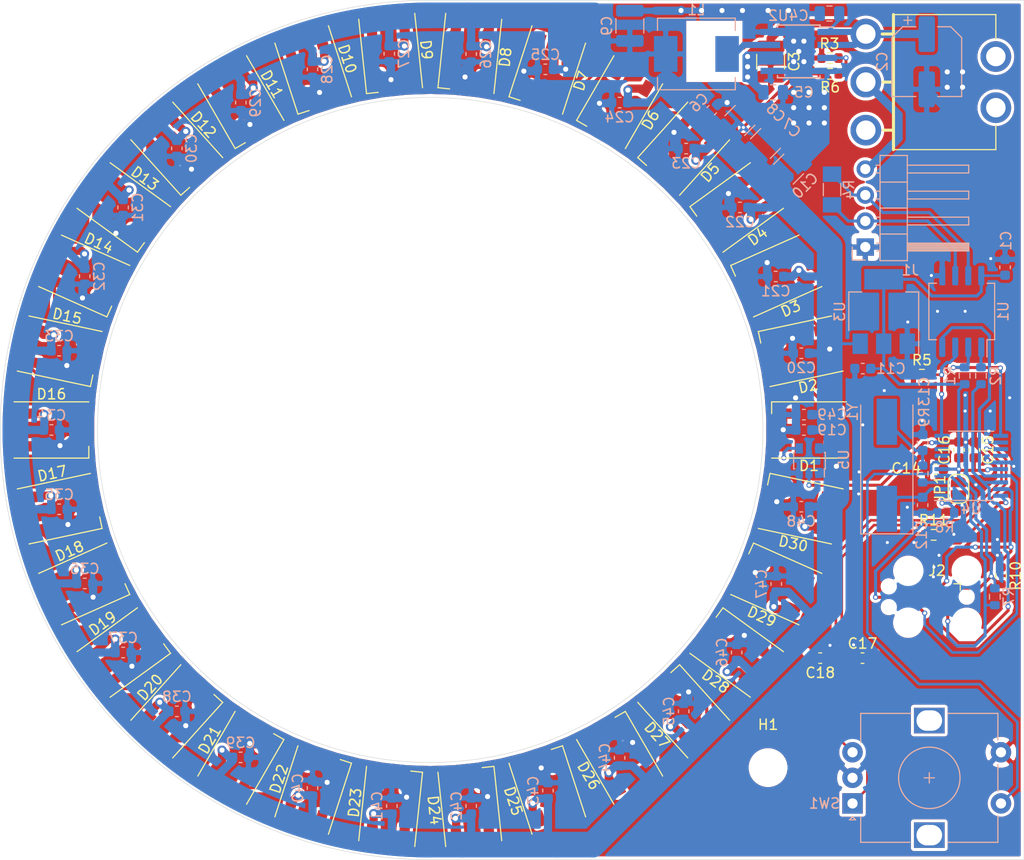
<source format=kicad_pcb>
(kicad_pcb (version 20171130) (host pcbnew 5.1.9)

  (general
    (thickness 1.6)
    (drawings 5)
    (tracks 1200)
    (zones 0)
    (modules 103)
    (nets 63)
  )

  (page A4)
  (layers
    (0 F.Cu signal hide)
    (31 B.Cu signal hide)
    (32 B.Adhes user hide)
    (33 F.Adhes user hide)
    (34 B.Paste user hide)
    (35 F.Paste user hide)
    (36 B.SilkS user)
    (37 F.SilkS user hide)
    (38 B.Mask user)
    (39 F.Mask user hide)
    (40 Dwgs.User user hide)
    (41 Cmts.User user hide)
    (42 Eco1.User user hide)
    (43 Eco2.User user hide)
    (44 Edge.Cuts user)
    (45 Margin user hide)
    (46 B.CrtYd user hide)
    (47 F.CrtYd user hide)
    (48 B.Fab user hide)
    (49 F.Fab user hide)
  )

  (setup
    (last_trace_width 0.8)
    (user_trace_width 0.3)
    (user_trace_width 0.6)
    (user_trace_width 0.8)
    (user_trace_width 2.5)
    (trace_clearance 0.2)
    (zone_clearance 0.3)
    (zone_45_only no)
    (trace_min 0.2)
    (via_size 0.8)
    (via_drill 0.4)
    (via_min_size 0.4)
    (via_min_drill 0.3)
    (user_via 0.5 0.3)
    (user_via 0.9 0.5)
    (uvia_size 0.3)
    (uvia_drill 0.1)
    (uvias_allowed no)
    (uvia_min_size 0.2)
    (uvia_min_drill 0.1)
    (edge_width 0.05)
    (segment_width 0.2)
    (pcb_text_width 0.3)
    (pcb_text_size 1.5 1.5)
    (mod_edge_width 0.12)
    (mod_text_size 1 1)
    (mod_text_width 0.15)
    (pad_size 2 2.8)
    (pad_drill 0)
    (pad_to_mask_clearance 0)
    (aux_axis_origin 0 0)
    (visible_elements FFFFFF7F)
    (pcbplotparams
      (layerselection 0x010fc_ffffffff)
      (usegerberextensions false)
      (usegerberattributes true)
      (usegerberadvancedattributes true)
      (creategerberjobfile true)
      (excludeedgelayer true)
      (linewidth 0.100000)
      (plotframeref false)
      (viasonmask false)
      (mode 1)
      (useauxorigin false)
      (hpglpennumber 1)
      (hpglpenspeed 20)
      (hpglpendiameter 15.000000)
      (psnegative false)
      (psa4output false)
      (plotreference true)
      (plotvalue true)
      (plotinvisibletext false)
      (padsonsilk false)
      (subtractmaskfromsilk false)
      (outputformat 1)
      (mirror false)
      (drillshape 1)
      (scaleselection 1)
      (outputdirectory ""))
  )

  (net 0 "")
  (net 1 GND)
  (net 2 +3V3)
  (net 3 /TIM3_CH1)
  (net 4 /TIM3_CH2)
  (net 5 +12V)
  (net 6 +5V)
  (net 7 "Net-(D1-Pad4)")
  (net 8 "Net-(D1-Pad2)")
  (net 9 "Net-(D2-Pad4)")
  (net 10 "Net-(D3-Pad4)")
  (net 11 "Net-(D22-Pad4)")
  (net 12 "Net-(D4-Pad4)")
  (net 13 "Net-(D23-Pad4)")
  (net 14 "Net-(D5-Pad4)")
  (net 15 "Net-(D10-Pad2)")
  (net 16 "Net-(D10-Pad4)")
  (net 17 "Net-(D11-Pad4)")
  (net 18 "Net-(D12-Pad4)")
  (net 19 "Net-(D13-Pad4)")
  (net 20 "Net-(D14-Pad4)")
  (net 21 "Net-(D15-Pad4)")
  (net 22 "Net-(D16-Pad4)")
  (net 23 "Net-(D17-Pad4)")
  (net 24 "Net-(D18-Pad4)")
  (net 25 "Net-(D19-Pad4)")
  (net 26 "Net-(D20-Pad4)")
  (net 27 "Net-(D24-Pad4)")
  (net 28 /DMX+)
  (net 29 /DMX-)
  (net 30 /~RESET)
  (net 31 /STM_RX)
  (net 32 "Net-(J2-Pad8)")
  (net 33 /STM_TX)
  (net 34 "Net-(J2-Pad6)")
  (net 35 "Net-(J2-Pad5)")
  (net 36 /SWCLK)
  (net 37 /SWDIO)
  (net 38 /DMX_TXEN)
  (net 39 /DMX_~RXEN)
  (net 40 "/LED Grave/SK6812_DATA_IN")
  (net 41 /BUTTON)
  (net 42 "Net-(L1-Pad1)")
  (net 43 "Net-(C12-Pad1)")
  (net 44 "Net-(C13-Pad1)")
  (net 45 "Net-(D6-Pad4)")
  (net 46 "Net-(D7-Pad4)")
  (net 47 "Net-(D8-Pad4)")
  (net 48 "Net-(D21-Pad4)")
  (net 49 "Net-(D25-Pad4)")
  (net 50 "Net-(D26-Pad4)")
  (net 51 "Net-(D27-Pad4)")
  (net 52 "Net-(D28-Pad4)")
  (net 53 "Net-(D29-Pad4)")
  (net 54 "Net-(D30-Pad4)")
  (net 55 "Net-(R2-Pad2)")
  (net 56 "Net-(R3-Pad2)")
  (net 57 "Net-(U4-Pad8)")
  (net 58 "Net-(U4-Pad7)")
  (net 59 "Net-(R9-Pad1)")
  (net 60 "Net-(J1-Pad4)")
  (net 61 "Net-(SW2-Pad1)")
  (net 62 "Net-(U4-Pad14)")

  (net_class Default "This is the default net class."
    (clearance 0.2)
    (trace_width 0.25)
    (via_dia 0.8)
    (via_drill 0.4)
    (uvia_dia 0.3)
    (uvia_drill 0.1)
    (add_net +12V)
    (add_net +3V3)
    (add_net +5V)
    (add_net /BUTTON)
    (add_net /DMX+)
    (add_net /DMX-)
    (add_net /DMX_TXEN)
    (add_net /DMX_~RXEN)
    (add_net "/LED Grave/SK6812_DATA_IN")
    (add_net /STM_RX)
    (add_net /STM_TX)
    (add_net /SWCLK)
    (add_net /SWDIO)
    (add_net /TIM3_CH1)
    (add_net /TIM3_CH2)
    (add_net /~RESET)
    (add_net GND)
    (add_net "Net-(C12-Pad1)")
    (add_net "Net-(C13-Pad1)")
    (add_net "Net-(D1-Pad2)")
    (add_net "Net-(D1-Pad4)")
    (add_net "Net-(D10-Pad2)")
    (add_net "Net-(D10-Pad4)")
    (add_net "Net-(D11-Pad4)")
    (add_net "Net-(D12-Pad4)")
    (add_net "Net-(D13-Pad4)")
    (add_net "Net-(D14-Pad4)")
    (add_net "Net-(D15-Pad4)")
    (add_net "Net-(D16-Pad4)")
    (add_net "Net-(D17-Pad4)")
    (add_net "Net-(D18-Pad4)")
    (add_net "Net-(D19-Pad4)")
    (add_net "Net-(D2-Pad4)")
    (add_net "Net-(D20-Pad4)")
    (add_net "Net-(D21-Pad4)")
    (add_net "Net-(D22-Pad4)")
    (add_net "Net-(D23-Pad4)")
    (add_net "Net-(D24-Pad4)")
    (add_net "Net-(D25-Pad4)")
    (add_net "Net-(D26-Pad4)")
    (add_net "Net-(D27-Pad4)")
    (add_net "Net-(D28-Pad4)")
    (add_net "Net-(D29-Pad4)")
    (add_net "Net-(D3-Pad4)")
    (add_net "Net-(D30-Pad4)")
    (add_net "Net-(D4-Pad4)")
    (add_net "Net-(D5-Pad4)")
    (add_net "Net-(D6-Pad4)")
    (add_net "Net-(D7-Pad4)")
    (add_net "Net-(D8-Pad4)")
    (add_net "Net-(J1-Pad4)")
    (add_net "Net-(J2-Pad5)")
    (add_net "Net-(J2-Pad6)")
    (add_net "Net-(J2-Pad8)")
    (add_net "Net-(L1-Pad1)")
    (add_net "Net-(R2-Pad2)")
    (add_net "Net-(R3-Pad2)")
    (add_net "Net-(R9-Pad1)")
    (add_net "Net-(SW2-Pad1)")
    (add_net "Net-(U4-Pad14)")
    (add_net "Net-(U4-Pad7)")
    (add_net "Net-(U4-Pad8)")
  )

  (module MountingHole:MountingHole_3.2mm_M3 (layer F.Cu) (tedit 56D1B4CB) (tstamp 60178EC6)
    (at 103 103)
    (descr "Mounting Hole 3.2mm, no annular, M3")
    (tags "mounting hole 3.2mm no annular m3")
    (path /60190060)
    (attr virtual)
    (fp_text reference H1 (at 0 -4.2) (layer F.SilkS)
      (effects (font (size 1 1) (thickness 0.15)))
    )
    (fp_text value MountingHole (at 0 4.2) (layer F.Fab)
      (effects (font (size 1 1) (thickness 0.15)))
    )
    (fp_text user %R (at 0.3 0) (layer F.Fab)
      (effects (font (size 1 1) (thickness 0.15)))
    )
    (fp_circle (center 0 0) (end 3.2 0) (layer Cmts.User) (width 0.15))
    (fp_circle (center 0 0) (end 3.45 0) (layer F.CrtYd) (width 0.05))
    (pad 1 np_thru_hole circle (at 0 0) (size 3.2 3.2) (drill 3.2) (layers *.Cu *.Mask))
  )

  (module shimatta_inductor:FerroCore_HPI0630 (layer B.Cu) (tedit 6015C4EA) (tstamp 600E79A0)
    (at 96 33.25 180)
    (path /6011C234)
    (fp_text reference L1 (at 0 4.3) (layer B.SilkS)
      (effects (font (size 1 1) (thickness 0.15)) (justify mirror))
    )
    (fp_text value HPI0630-3R3 (at -0.1 -4.7 180) (layer B.Fab)
      (effects (font (size 1 1) (thickness 0.15)) (justify mirror))
    )
    (fp_line (start 3.8 3.5) (end -3.8 3.5) (layer B.SilkS) (width 0.12))
    (fp_line (start -3.8 3.5) (end -3.8 2.3) (layer B.SilkS) (width 0.12))
    (fp_line (start 3.8 3.5) (end 3.8 2.3) (layer B.SilkS) (width 0.12))
    (fp_line (start -4.4 3.8) (end -4.4 -3.8) (layer B.CrtYd) (width 0.12))
    (fp_line (start -4.4 -3.8) (end 4.4 -3.8) (layer B.CrtYd) (width 0.12))
    (fp_line (start 4.4 -3.8) (end 4.4 3.8) (layer B.CrtYd) (width 0.12))
    (fp_line (start 4.4 3.8) (end -4.4 3.8) (layer B.CrtYd) (width 0.12))
    (fp_line (start -3.8 -3.5) (end -3.8 -2.3) (layer B.SilkS) (width 0.12))
    (fp_line (start 3.8 -3.5) (end 3.8 -2.3) (layer B.SilkS) (width 0.12))
    (fp_line (start -3.8 -3.5) (end 3.8 -3.5) (layer B.SilkS) (width 0.12))
    (pad 2 smd rect (at 3 0 180) (size 2.3 3.5) (layers B.Cu B.Paste B.Mask)
      (net 6 +5V))
    (pad 1 smd rect (at -3 0 180) (size 2.3 3.5) (layers B.Cu B.Paste B.Mask)
      (net 42 "Net-(L1-Pad1)"))
  )

  (module Resistor_SMD:R_0603_1608Metric (layer F.Cu) (tedit 5F68FEEE) (tstamp 60170D07)
    (at 119.175 80.25)
    (descr "Resistor SMD 0603 (1608 Metric), square (rectangular) end terminal, IPC_7351 nominal, (Body size source: IPC-SM-782 page 72, https://www.pcb-3d.com/wordpress/wp-content/uploads/ipc-sm-782a_amendment_1_and_2.pdf), generated with kicad-footprint-generator")
    (tags resistor)
    (path /601FEE20)
    (attr smd)
    (fp_text reference R11 (at 0 -1.43) (layer F.SilkS)
      (effects (font (size 1 1) (thickness 0.15)))
    )
    (fp_text value 10k (at 0 1.43) (layer F.Fab)
      (effects (font (size 1 1) (thickness 0.15)))
    )
    (fp_text user %R (at 0 0) (layer F.Fab)
      (effects (font (size 0.4 0.4) (thickness 0.06)))
    )
    (fp_line (start -0.8 0.4125) (end -0.8 -0.4125) (layer F.Fab) (width 0.1))
    (fp_line (start -0.8 -0.4125) (end 0.8 -0.4125) (layer F.Fab) (width 0.1))
    (fp_line (start 0.8 -0.4125) (end 0.8 0.4125) (layer F.Fab) (width 0.1))
    (fp_line (start 0.8 0.4125) (end -0.8 0.4125) (layer F.Fab) (width 0.1))
    (fp_line (start -0.237258 -0.5225) (end 0.237258 -0.5225) (layer F.SilkS) (width 0.12))
    (fp_line (start -0.237258 0.5225) (end 0.237258 0.5225) (layer F.SilkS) (width 0.12))
    (fp_line (start -1.48 0.73) (end -1.48 -0.73) (layer F.CrtYd) (width 0.05))
    (fp_line (start -1.48 -0.73) (end 1.48 -0.73) (layer F.CrtYd) (width 0.05))
    (fp_line (start 1.48 -0.73) (end 1.48 0.73) (layer F.CrtYd) (width 0.05))
    (fp_line (start 1.48 0.73) (end -1.48 0.73) (layer F.CrtYd) (width 0.05))
    (pad 2 smd roundrect (at 0.825 0) (size 0.8 0.95) (layers F.Cu F.Paste F.Mask) (roundrect_rratio 0.25)
      (net 36 /SWCLK))
    (pad 1 smd roundrect (at -0.825 0) (size 0.8 0.95) (layers F.Cu F.Paste F.Mask) (roundrect_rratio 0.25)
      (net 1 GND))
    (model ${KISYS3DMOD}/Resistor_SMD.3dshapes/R_0603_1608Metric.wrl
      (at (xyz 0 0 0))
      (scale (xyz 1 1 1))
      (rotate (xyz 0 0 0))
    )
  )

  (module Resistor_SMD:R_0603_1608Metric (layer F.Cu) (tedit 5F68FEEE) (tstamp 60170CF6)
    (at 125.75 84.25 270)
    (descr "Resistor SMD 0603 (1608 Metric), square (rectangular) end terminal, IPC_7351 nominal, (Body size source: IPC-SM-782 page 72, https://www.pcb-3d.com/wordpress/wp-content/uploads/ipc-sm-782a_amendment_1_and_2.pdf), generated with kicad-footprint-generator")
    (tags resistor)
    (path /60210BDA)
    (attr smd)
    (fp_text reference R10 (at 0 -1.43 90) (layer F.SilkS)
      (effects (font (size 1 1) (thickness 0.15)))
    )
    (fp_text value 10k (at 0 1.43 90) (layer F.Fab)
      (effects (font (size 1 1) (thickness 0.15)))
    )
    (fp_text user %R (at 0 0 90) (layer F.Fab)
      (effects (font (size 0.4 0.4) (thickness 0.06)))
    )
    (fp_line (start -0.8 0.4125) (end -0.8 -0.4125) (layer F.Fab) (width 0.1))
    (fp_line (start -0.8 -0.4125) (end 0.8 -0.4125) (layer F.Fab) (width 0.1))
    (fp_line (start 0.8 -0.4125) (end 0.8 0.4125) (layer F.Fab) (width 0.1))
    (fp_line (start 0.8 0.4125) (end -0.8 0.4125) (layer F.Fab) (width 0.1))
    (fp_line (start -0.237258 -0.5225) (end 0.237258 -0.5225) (layer F.SilkS) (width 0.12))
    (fp_line (start -0.237258 0.5225) (end 0.237258 0.5225) (layer F.SilkS) (width 0.12))
    (fp_line (start -1.48 0.73) (end -1.48 -0.73) (layer F.CrtYd) (width 0.05))
    (fp_line (start -1.48 -0.73) (end 1.48 -0.73) (layer F.CrtYd) (width 0.05))
    (fp_line (start 1.48 -0.73) (end 1.48 0.73) (layer F.CrtYd) (width 0.05))
    (fp_line (start 1.48 0.73) (end -1.48 0.73) (layer F.CrtYd) (width 0.05))
    (pad 2 smd roundrect (at 0.825 0 270) (size 0.8 0.95) (layers F.Cu F.Paste F.Mask) (roundrect_rratio 0.25)
      (net 2 +3V3))
    (pad 1 smd roundrect (at -0.825 0 270) (size 0.8 0.95) (layers F.Cu F.Paste F.Mask) (roundrect_rratio 0.25)
      (net 37 /SWDIO))
    (model ${KISYS3DMOD}/Resistor_SMD.3dshapes/R_0603_1608Metric.wrl
      (at (xyz 0 0 0))
      (scale (xyz 1 1 1))
      (rotate (xyz 0 0 0))
    )
  )

  (module Connector_PinHeader_2.54mm:PinHeader_1x04_P2.54mm_Horizontal (layer B.Cu) (tedit 59FED5CB) (tstamp 6016BC53)
    (at 112.5 52.12)
    (descr "Through hole angled pin header, 1x04, 2.54mm pitch, 6mm pin length, single row")
    (tags "Through hole angled pin header THT 1x04 2.54mm single row")
    (path /60165C9A)
    (fp_text reference J1 (at 4.385 2.27) (layer B.SilkS)
      (effects (font (size 1 1) (thickness 0.15)) (justify mirror))
    )
    (fp_text value Conn_01x04 (at 4.385 -9.89) (layer B.Fab)
      (effects (font (size 1 1) (thickness 0.15)) (justify mirror))
    )
    (fp_text user %R (at 2.77 -3.81 -90) (layer B.Fab)
      (effects (font (size 1 1) (thickness 0.15)) (justify mirror))
    )
    (fp_line (start 2.135 1.27) (end 4.04 1.27) (layer B.Fab) (width 0.1))
    (fp_line (start 4.04 1.27) (end 4.04 -8.89) (layer B.Fab) (width 0.1))
    (fp_line (start 4.04 -8.89) (end 1.5 -8.89) (layer B.Fab) (width 0.1))
    (fp_line (start 1.5 -8.89) (end 1.5 0.635) (layer B.Fab) (width 0.1))
    (fp_line (start 1.5 0.635) (end 2.135 1.27) (layer B.Fab) (width 0.1))
    (fp_line (start -0.32 0.32) (end 1.5 0.32) (layer B.Fab) (width 0.1))
    (fp_line (start -0.32 0.32) (end -0.32 -0.32) (layer B.Fab) (width 0.1))
    (fp_line (start -0.32 -0.32) (end 1.5 -0.32) (layer B.Fab) (width 0.1))
    (fp_line (start 4.04 0.32) (end 10.04 0.32) (layer B.Fab) (width 0.1))
    (fp_line (start 10.04 0.32) (end 10.04 -0.32) (layer B.Fab) (width 0.1))
    (fp_line (start 4.04 -0.32) (end 10.04 -0.32) (layer B.Fab) (width 0.1))
    (fp_line (start -0.32 -2.22) (end 1.5 -2.22) (layer B.Fab) (width 0.1))
    (fp_line (start -0.32 -2.22) (end -0.32 -2.86) (layer B.Fab) (width 0.1))
    (fp_line (start -0.32 -2.86) (end 1.5 -2.86) (layer B.Fab) (width 0.1))
    (fp_line (start 4.04 -2.22) (end 10.04 -2.22) (layer B.Fab) (width 0.1))
    (fp_line (start 10.04 -2.22) (end 10.04 -2.86) (layer B.Fab) (width 0.1))
    (fp_line (start 4.04 -2.86) (end 10.04 -2.86) (layer B.Fab) (width 0.1))
    (fp_line (start -0.32 -4.76) (end 1.5 -4.76) (layer B.Fab) (width 0.1))
    (fp_line (start -0.32 -4.76) (end -0.32 -5.4) (layer B.Fab) (width 0.1))
    (fp_line (start -0.32 -5.4) (end 1.5 -5.4) (layer B.Fab) (width 0.1))
    (fp_line (start 4.04 -4.76) (end 10.04 -4.76) (layer B.Fab) (width 0.1))
    (fp_line (start 10.04 -4.76) (end 10.04 -5.4) (layer B.Fab) (width 0.1))
    (fp_line (start 4.04 -5.4) (end 10.04 -5.4) (layer B.Fab) (width 0.1))
    (fp_line (start -0.32 -7.3) (end 1.5 -7.3) (layer B.Fab) (width 0.1))
    (fp_line (start -0.32 -7.3) (end -0.32 -7.94) (layer B.Fab) (width 0.1))
    (fp_line (start -0.32 -7.94) (end 1.5 -7.94) (layer B.Fab) (width 0.1))
    (fp_line (start 4.04 -7.3) (end 10.04 -7.3) (layer B.Fab) (width 0.1))
    (fp_line (start 10.04 -7.3) (end 10.04 -7.94) (layer B.Fab) (width 0.1))
    (fp_line (start 4.04 -7.94) (end 10.04 -7.94) (layer B.Fab) (width 0.1))
    (fp_line (start 1.44 1.33) (end 1.44 -8.95) (layer B.SilkS) (width 0.12))
    (fp_line (start 1.44 -8.95) (end 4.1 -8.95) (layer B.SilkS) (width 0.12))
    (fp_line (start 4.1 -8.95) (end 4.1 1.33) (layer B.SilkS) (width 0.12))
    (fp_line (start 4.1 1.33) (end 1.44 1.33) (layer B.SilkS) (width 0.12))
    (fp_line (start 4.1 0.38) (end 10.1 0.38) (layer B.SilkS) (width 0.12))
    (fp_line (start 10.1 0.38) (end 10.1 -0.38) (layer B.SilkS) (width 0.12))
    (fp_line (start 10.1 -0.38) (end 4.1 -0.38) (layer B.SilkS) (width 0.12))
    (fp_line (start 4.1 0.32) (end 10.1 0.32) (layer B.SilkS) (width 0.12))
    (fp_line (start 4.1 0.2) (end 10.1 0.2) (layer B.SilkS) (width 0.12))
    (fp_line (start 4.1 0.08) (end 10.1 0.08) (layer B.SilkS) (width 0.12))
    (fp_line (start 4.1 -0.04) (end 10.1 -0.04) (layer B.SilkS) (width 0.12))
    (fp_line (start 4.1 -0.16) (end 10.1 -0.16) (layer B.SilkS) (width 0.12))
    (fp_line (start 4.1 -0.28) (end 10.1 -0.28) (layer B.SilkS) (width 0.12))
    (fp_line (start 1.11 0.38) (end 1.44 0.38) (layer B.SilkS) (width 0.12))
    (fp_line (start 1.11 -0.38) (end 1.44 -0.38) (layer B.SilkS) (width 0.12))
    (fp_line (start 1.44 -1.27) (end 4.1 -1.27) (layer B.SilkS) (width 0.12))
    (fp_line (start 4.1 -2.16) (end 10.1 -2.16) (layer B.SilkS) (width 0.12))
    (fp_line (start 10.1 -2.16) (end 10.1 -2.92) (layer B.SilkS) (width 0.12))
    (fp_line (start 10.1 -2.92) (end 4.1 -2.92) (layer B.SilkS) (width 0.12))
    (fp_line (start 1.042929 -2.16) (end 1.44 -2.16) (layer B.SilkS) (width 0.12))
    (fp_line (start 1.042929 -2.92) (end 1.44 -2.92) (layer B.SilkS) (width 0.12))
    (fp_line (start 1.44 -3.81) (end 4.1 -3.81) (layer B.SilkS) (width 0.12))
    (fp_line (start 4.1 -4.7) (end 10.1 -4.7) (layer B.SilkS) (width 0.12))
    (fp_line (start 10.1 -4.7) (end 10.1 -5.46) (layer B.SilkS) (width 0.12))
    (fp_line (start 10.1 -5.46) (end 4.1 -5.46) (layer B.SilkS) (width 0.12))
    (fp_line (start 1.042929 -4.7) (end 1.44 -4.7) (layer B.SilkS) (width 0.12))
    (fp_line (start 1.042929 -5.46) (end 1.44 -5.46) (layer B.SilkS) (width 0.12))
    (fp_line (start 1.44 -6.35) (end 4.1 -6.35) (layer B.SilkS) (width 0.12))
    (fp_line (start 4.1 -7.24) (end 10.1 -7.24) (layer B.SilkS) (width 0.12))
    (fp_line (start 10.1 -7.24) (end 10.1 -8) (layer B.SilkS) (width 0.12))
    (fp_line (start 10.1 -8) (end 4.1 -8) (layer B.SilkS) (width 0.12))
    (fp_line (start 1.042929 -7.24) (end 1.44 -7.24) (layer B.SilkS) (width 0.12))
    (fp_line (start 1.042929 -8) (end 1.44 -8) (layer B.SilkS) (width 0.12))
    (fp_line (start -1.27 0) (end -1.27 1.27) (layer B.SilkS) (width 0.12))
    (fp_line (start -1.27 1.27) (end 0 1.27) (layer B.SilkS) (width 0.12))
    (fp_line (start -1.8 1.8) (end -1.8 -9.4) (layer B.CrtYd) (width 0.05))
    (fp_line (start -1.8 -9.4) (end 10.55 -9.4) (layer B.CrtYd) (width 0.05))
    (fp_line (start 10.55 -9.4) (end 10.55 1.8) (layer B.CrtYd) (width 0.05))
    (fp_line (start 10.55 1.8) (end -1.8 1.8) (layer B.CrtYd) (width 0.05))
    (pad 4 thru_hole oval (at 0 -7.62) (size 1.7 1.7) (drill 1) (layers *.Cu *.Mask)
      (net 60 "Net-(J1-Pad4)"))
    (pad 3 thru_hole oval (at 0 -5.08) (size 1.7 1.7) (drill 1) (layers *.Cu *.Mask)
      (net 29 /DMX-))
    (pad 2 thru_hole oval (at 0 -2.54) (size 1.7 1.7) (drill 1) (layers *.Cu *.Mask)
      (net 28 /DMX+))
    (pad 1 thru_hole rect (at 0 0) (size 1.7 1.7) (drill 1) (layers *.Cu *.Mask)
      (net 1 GND))
    (model ${KISYS3DMOD}/Connector_PinHeader_2.54mm.3dshapes/PinHeader_1x04_P2.54mm_Horizontal.wrl
      (at (xyz 0 0 0))
      (scale (xyz 1 1 1))
      (rotate (xyz 0 0 0))
    )
  )

  (module shimatta_switch:NINIGI-TSM1XXC3 (layer F.Cu) (tedit 600D857B) (tstamp 600DFF96)
    (at 125.25 36 180)
    (path /601264C2)
    (fp_text reference SW2 (at -4.3 -3.9) (layer F.SilkS)
      (effects (font (size 1 1) (thickness 0.15)))
    )
    (fp_text value TSM102C3 (at 0 -0.5) (layer F.Fab)
      (effects (font (size 1 1) (thickness 0.15)))
    )
    (fp_line (start -13.8 -1.6) (end -7.3 0.9) (layer F.Fab) (width 0.12))
    (fp_line (start -12.9 -3) (end -13.8 -1.6) (layer F.Fab) (width 0.12))
    (fp_line (start -7.3 -0.8) (end -12.9 -3) (layer F.Fab) (width 0.12))
    (fp_line (start -7.3 -3) (end 0 -3) (layer F.Fab) (width 0.12))
    (fp_line (start -7.3 3) (end -7.3 -3) (layer F.Fab) (width 0.12))
    (fp_line (start 0 3) (end -7.3 3) (layer F.Fab) (width 0.12))
    (fp_line (start 11.1 -4.1) (end 11.1 -5.3) (layer F.Fab) (width 0.12))
    (fp_line (start 10 -4.1) (end 11.1 -4.1) (layer F.Fab) (width 0.12))
    (fp_line (start 11.1 -5.3) (end 10 -5.3) (layer F.Fab) (width 0.12))
    (fp_line (start 11.1 5.3) (end 11.1 4.1) (layer F.Fab) (width 0.12))
    (fp_line (start 10 5.3) (end 11.1 5.3) (layer F.Fab) (width 0.12))
    (fp_line (start 11.1 4.1) (end 10 4.1) (layer F.Fab) (width 0.12))
    (fp_line (start 11.1 -0.6) (end 10 -0.6) (layer F.Fab) (width 0.12))
    (fp_line (start 11.1 0.6) (end 11.1 -0.6) (layer F.Fab) (width 0.12))
    (fp_line (start 10 0.6) (end 11.1 0.6) (layer F.Fab) (width 0.12))
    (fp_line (start 0 6.6) (end 0 -6.6) (layer F.Fab) (width 0.12))
    (fp_line (start 10 6.6) (end 0 6.6) (layer F.Fab) (width 0.12))
    (fp_line (start 10 -6.6) (end 10 6.6) (layer F.Fab) (width 0.12))
    (fp_line (start 0 -6.6) (end 10 -6.6) (layer F.Fab) (width 0.12))
    (fp_line (start 10 4.7) (end 11.1 4.7) (layer F.SilkS) (width 0.3))
    (fp_line (start 10 0) (end 11 0) (layer F.SilkS) (width 0.3))
    (fp_line (start 10 -4.7) (end 11 -4.7) (layer F.SilkS) (width 0.3))
    (fp_line (start 0 -6.6) (end 0 -4.2) (layer F.SilkS) (width 0.12))
    (fp_line (start 0 4.4) (end 0 4.2) (layer F.SilkS) (width 0.12))
    (fp_line (start 0 6.6) (end 0 4.4) (layer F.SilkS) (width 0.12))
    (fp_line (start 10 6.6) (end 0 6.6) (layer F.SilkS) (width 0.12))
    (fp_line (start 10 -6.6) (end 10 6.6) (layer F.SilkS) (width 0.3))
    (fp_line (start 0 -6.6) (end 10 -6.6) (layer F.SilkS) (width 0.12))
    (pad 3 thru_hole circle (at 12.7 4.7 180) (size 3 3) (drill 1.9) (layers *.Cu *.Mask)
      (net 5 +12V))
    (pad 2 thru_hole circle (at 12.7 0 180) (size 3 3) (drill 1.9) (layers *.Cu *.Mask)
      (net 60 "Net-(J1-Pad4)"))
    (pad 1 thru_hole circle (at 12.7 -4.7 180) (size 3 3) (drill 1.9) (layers *.Cu *.Mask)
      (net 61 "Net-(SW2-Pad1)"))
    (pad MP thru_hole circle (at 0 2.5 180) (size 3 3) (drill 1.9) (layers *.Cu *.Mask))
    (pad MP thru_hole circle (at 0 -2.5 180) (size 3 3) (drill 1.9) (layers *.Cu *.Mask))
  )

  (module Package_TO_SOT_SMD:SOT-223-3_TabPin2 (layer B.Cu) (tedit 5A02FF57) (tstamp 600CE9C8)
    (at 114.3 58.42 90)
    (descr "module CMS SOT223 4 pins")
    (tags "CMS SOT")
    (path /600D7EED)
    (attr smd)
    (fp_text reference U3 (at 0 -4.3 270) (layer B.SilkS)
      (effects (font (size 1 1) (thickness 0.15)) (justify mirror))
    )
    (fp_text value AP1117-33 (at 0 -4.5 270) (layer B.Fab)
      (effects (font (size 1 1) (thickness 0.15)) (justify mirror))
    )
    (fp_line (start 1.91 -3.41) (end 1.91 -2.15) (layer B.SilkS) (width 0.12))
    (fp_line (start 1.91 3.41) (end 1.91 2.15) (layer B.SilkS) (width 0.12))
    (fp_line (start 4.4 3.6) (end -4.4 3.6) (layer B.CrtYd) (width 0.05))
    (fp_line (start 4.4 -3.6) (end 4.4 3.6) (layer B.CrtYd) (width 0.05))
    (fp_line (start -4.4 -3.6) (end 4.4 -3.6) (layer B.CrtYd) (width 0.05))
    (fp_line (start -4.4 3.6) (end -4.4 -3.6) (layer B.CrtYd) (width 0.05))
    (fp_line (start -1.85 2.35) (end -0.85 3.35) (layer B.Fab) (width 0.1))
    (fp_line (start -1.85 2.35) (end -1.85 -3.35) (layer B.Fab) (width 0.1))
    (fp_line (start -1.85 -3.41) (end 1.91 -3.41) (layer B.SilkS) (width 0.12))
    (fp_line (start -0.85 3.35) (end 1.85 3.35) (layer B.Fab) (width 0.1))
    (fp_line (start -4.1 3.41) (end 1.91 3.41) (layer B.SilkS) (width 0.12))
    (fp_line (start -1.85 -3.35) (end 1.85 -3.35) (layer B.Fab) (width 0.1))
    (fp_line (start 1.85 3.35) (end 1.85 -3.35) (layer B.Fab) (width 0.1))
    (fp_text user %R (at 0 0) (layer B.Fab)
      (effects (font (size 0.8 0.8) (thickness 0.12)) (justify mirror))
    )
    (pad 1 smd rect (at -3.15 2.3 90) (size 2 1.5) (layers B.Cu B.Paste B.Mask)
      (net 1 GND))
    (pad 3 smd rect (at -3.15 -2.3 90) (size 2 1.5) (layers B.Cu B.Paste B.Mask)
      (net 6 +5V))
    (pad 2 smd rect (at -3.15 0 90) (size 2 1.5) (layers B.Cu B.Paste B.Mask)
      (net 2 +3V3))
    (pad 2 smd rect (at 3.15 0 90) (size 2 3.8) (layers B.Cu B.Paste B.Mask)
      (net 2 +3V3))
    (model ${KISYS3DMOD}/Package_TO_SOT_SMD.3dshapes/SOT-223.wrl
      (at (xyz 0 0 0))
      (scale (xyz 1 1 1))
      (rotate (xyz 0 0 0))
    )
  )

  (module Package_SO:TI_SO-PowerPAD-8 (layer B.Cu) (tedit 600D8ED3) (tstamp 6006D68C)
    (at 106 33 180)
    (descr "8-Lead Plastic PSOP, Exposed Die Pad (TI DDA0008B, see http://www.ti.com/lit/ds/symlink/lm3404.pdf)")
    (tags "SSOP 0.50 exposed pad")
    (path /6009A495)
    (attr smd)
    (fp_text reference U2 (at 2 3.5) (layer B.SilkS)
      (effects (font (size 1 1) (thickness 0.15)) (justify mirror))
    )
    (fp_text value ST1S10PHR (at 0 -3.4) (layer B.Fab)
      (effects (font (size 1 1) (thickness 0.15)) (justify mirror))
    )
    (fp_line (start -0.95 2.45) (end 1.95 2.45) (layer B.Fab) (width 0.15))
    (fp_line (start 1.95 2.45) (end 1.95 -2.45) (layer B.Fab) (width 0.15))
    (fp_line (start 1.95 -2.45) (end -1.95 -2.45) (layer B.Fab) (width 0.15))
    (fp_line (start -1.95 -2.45) (end -1.95 1.45) (layer B.Fab) (width 0.15))
    (fp_line (start -1.95 1.45) (end -0.95 2.45) (layer B.Fab) (width 0.15))
    (fp_line (start -4 2.7) (end -4 -2.7) (layer B.CrtYd) (width 0.05))
    (fp_line (start 4 2.7) (end 4 -2.7) (layer B.CrtYd) (width 0.05))
    (fp_line (start -4 2.7) (end 4 2.7) (layer B.CrtYd) (width 0.05))
    (fp_line (start -4 -2.7) (end 4 -2.7) (layer B.CrtYd) (width 0.05))
    (fp_line (start -2.075 2.575) (end -2.075 2.375) (layer B.SilkS) (width 0.15))
    (fp_line (start 2.075 2.575) (end 2.075 2.375) (layer B.SilkS) (width 0.15))
    (fp_line (start 2.075 -2.575) (end 2.075 -2.375) (layer B.SilkS) (width 0.15))
    (fp_line (start -2.075 -2.575) (end -2.075 -2.375) (layer B.SilkS) (width 0.15))
    (fp_line (start -2.075 2.575) (end 2.075 2.575) (layer B.SilkS) (width 0.15))
    (fp_line (start -2.075 -2.575) (end 2.075 -2.575) (layer B.SilkS) (width 0.15))
    (fp_line (start -2.075 2.375) (end -3.375 2.375) (layer B.SilkS) (width 0.15))
    (fp_text user %R (at 0 0) (layer B.Fab)
      (effects (font (size 1 1) (thickness 0.15)) (justify mirror))
    )
    (pad 9 smd rect (at -0.6025 0.775 180) (size 1.205 1.55) (layers B.Cu B.Paste B.Mask)
      (net 1 GND) (solder_paste_margin_ratio -0.2) (zone_connect 2))
    (pad 9 smd rect (at -0.6025 -0.775 180) (size 1.205 1.55) (layers B.Cu B.Paste B.Mask)
      (net 1 GND) (solder_paste_margin_ratio -0.2) (zone_connect 2))
    (pad 9 smd rect (at 0.6025 0.775 180) (size 1.205 1.55) (layers B.Cu B.Paste B.Mask)
      (net 1 GND) (solder_paste_margin_ratio -0.2) (zone_connect 2))
    (pad 9 smd rect (at 0.6025 -0.775 180) (size 1.205 1.55) (layers B.Cu B.Paste B.Mask)
      (net 1 GND) (solder_paste_margin_ratio -0.2) (zone_connect 2))
    (pad 8 smd rect (at 2.78 1.905 180) (size 1.91 0.61) (layers B.Cu B.Paste B.Mask)
      (net 1 GND))
    (pad 7 smd rect (at 2.78 0.635 180) (size 1.91 0.61) (layers B.Cu B.Paste B.Mask)
      (net 42 "Net-(L1-Pad1)"))
    (pad 6 smd rect (at 2.78 -0.635 180) (size 1.91 0.61) (layers B.Cu B.Paste B.Mask)
      (net 5 +12V))
    (pad 5 smd rect (at 2.78 -1.905 180) (size 1.91 0.61) (layers B.Cu B.Paste B.Mask)
      (net 1 GND))
    (pad 4 smd rect (at -2.78 -1.905 180) (size 1.91 0.61) (layers B.Cu B.Paste B.Mask)
      (net 1 GND))
    (pad 3 smd rect (at -2.78 -0.635 180) (size 1.91 0.61) (layers B.Cu B.Paste B.Mask)
      (net 56 "Net-(R3-Pad2)"))
    (pad 2 smd rect (at -2.78 0.635 180) (size 1.91 0.61) (layers B.Cu B.Paste B.Mask)
      (net 5 +12V))
    (pad 1 smd rect (at -2.78 1.905 180) (size 1.91 0.61) (layers B.Cu B.Paste B.Mask)
      (net 5 +12V))
    (model ${KISYS3DMOD}/Package_SO.3dshapes/TI_SO-PowerPAD-8.wrl
      (at (xyz 0 0 0))
      (scale (xyz 1 1 1))
      (rotate (xyz 0 0 0))
    )
  )

  (module Resistor_SMD:R_0603_1608Metric (layer B.Cu) (tedit 5F68FEEE) (tstamp 600C1356)
    (at 120.35 78.1 180)
    (descr "Resistor SMD 0603 (1608 Metric), square (rectangular) end terminal, IPC_7351 nominal, (Body size source: IPC-SM-782 page 72, https://www.pcb-3d.com/wordpress/wp-content/uploads/ipc-sm-782a_amendment_1_and_2.pdf), generated with kicad-footprint-generator")
    (tags resistor)
    (path /5FFDCED5)
    (attr smd)
    (fp_text reference R8 (at 0.1 -1.4) (layer B.SilkS)
      (effects (font (size 1 1) (thickness 0.15)) (justify mirror))
    )
    (fp_text value 10k (at 0 -1.43) (layer B.Fab)
      (effects (font (size 1 1) (thickness 0.15)) (justify mirror))
    )
    (fp_line (start 1.48 -0.73) (end -1.48 -0.73) (layer B.CrtYd) (width 0.05))
    (fp_line (start 1.48 0.73) (end 1.48 -0.73) (layer B.CrtYd) (width 0.05))
    (fp_line (start -1.48 0.73) (end 1.48 0.73) (layer B.CrtYd) (width 0.05))
    (fp_line (start -1.48 -0.73) (end -1.48 0.73) (layer B.CrtYd) (width 0.05))
    (fp_line (start -0.237258 -0.5225) (end 0.237258 -0.5225) (layer B.SilkS) (width 0.12))
    (fp_line (start -0.237258 0.5225) (end 0.237258 0.5225) (layer B.SilkS) (width 0.12))
    (fp_line (start 0.8 -0.4125) (end -0.8 -0.4125) (layer B.Fab) (width 0.1))
    (fp_line (start 0.8 0.4125) (end 0.8 -0.4125) (layer B.Fab) (width 0.1))
    (fp_line (start -0.8 0.4125) (end 0.8 0.4125) (layer B.Fab) (width 0.1))
    (fp_line (start -0.8 -0.4125) (end -0.8 0.4125) (layer B.Fab) (width 0.1))
    (fp_text user %R (at 0 0) (layer B.Fab)
      (effects (font (size 0.4 0.4) (thickness 0.06)) (justify mirror))
    )
    (pad 2 smd roundrect (at 0.825 0 180) (size 0.8 0.95) (layers B.Cu B.Paste B.Mask) (roundrect_rratio 0.25)
      (net 1 GND))
    (pad 1 smd roundrect (at -0.825 0 180) (size 0.8 0.95) (layers B.Cu B.Paste B.Mask) (roundrect_rratio 0.25)
      (net 35 "Net-(J2-Pad5)"))
    (model ${KISYS3DMOD}/Resistor_SMD.3dshapes/R_0603_1608Metric.wrl
      (at (xyz 0 0 0))
      (scale (xyz 1 1 1))
      (rotate (xyz 0 0 0))
    )
  )

  (module Crystal:Crystal_SMD_HC49-SD (layer B.Cu) (tedit 5A1AD52C) (tstamp 600F35F1)
    (at 114.6 73.45 90)
    (descr "SMD Crystal HC-49-SD http://cdn-reichelt.de/documents/datenblatt/B400/xxx-HC49-SMD.pdf, 11.4x4.7mm^2 package")
    (tags "SMD SMT crystal")
    (path /5FFF8B8B)
    (attr smd)
    (fp_text reference Y1 (at 5.2 -3.35 90) (layer B.SilkS)
      (effects (font (size 1 1) (thickness 0.15)) (justify mirror))
    )
    (fp_text value "8 MHz" (at 0 -3.55 90) (layer B.Fab)
      (effects (font (size 1 1) (thickness 0.15)) (justify mirror))
    )
    (fp_line (start 6.8 2.6) (end -6.8 2.6) (layer B.CrtYd) (width 0.05))
    (fp_line (start 6.8 -2.6) (end 6.8 2.6) (layer B.CrtYd) (width 0.05))
    (fp_line (start -6.8 -2.6) (end 6.8 -2.6) (layer B.CrtYd) (width 0.05))
    (fp_line (start -6.8 2.6) (end -6.8 -2.6) (layer B.CrtYd) (width 0.05))
    (fp_line (start -6.7 -2.55) (end 5.9 -2.55) (layer B.SilkS) (width 0.12))
    (fp_line (start -6.7 2.55) (end -6.7 -2.55) (layer B.SilkS) (width 0.12))
    (fp_line (start 5.9 2.55) (end -6.7 2.55) (layer B.SilkS) (width 0.12))
    (fp_line (start -3.015 -2.115) (end 3.015 -2.115) (layer B.Fab) (width 0.1))
    (fp_line (start -3.015 2.115) (end 3.015 2.115) (layer B.Fab) (width 0.1))
    (fp_line (start 5.7 2.35) (end -5.7 2.35) (layer B.Fab) (width 0.1))
    (fp_line (start 5.7 -2.35) (end 5.7 2.35) (layer B.Fab) (width 0.1))
    (fp_line (start -5.7 -2.35) (end 5.7 -2.35) (layer B.Fab) (width 0.1))
    (fp_line (start -5.7 2.35) (end -5.7 -2.35) (layer B.Fab) (width 0.1))
    (fp_arc (start 3.015 0) (end 3.015 2.115) (angle -180) (layer B.Fab) (width 0.1))
    (fp_arc (start -3.015 0) (end -3.015 2.115) (angle 180) (layer B.Fab) (width 0.1))
    (fp_text user %R (at 0 0 90) (layer B.Fab)
      (effects (font (size 1 1) (thickness 0.15)) (justify mirror))
    )
    (pad 2 smd rect (at 4.25 0 90) (size 4.5 2) (layers B.Cu B.Paste B.Mask)
      (net 44 "Net-(C13-Pad1)"))
    (pad 1 smd rect (at -4.25 0 90) (size 4.5 2) (layers B.Cu B.Paste B.Mask)
      (net 43 "Net-(C12-Pad1)"))
    (model ${KISYS3DMOD}/Crystal.3dshapes/Crystal_SMD_HC49-SD.wrl
      (at (xyz 0 0 0))
      (scale (xyz 1 1 1))
      (rotate (xyz 0 0 0))
    )
  )

  (module shimatta_smd:SOT-25 (layer B.Cu) (tedit 600B4DBC) (tstamp 600C147C)
    (at 107 73 180)
    (path /60184A6B/6000EF13)
    (fp_text reference U5 (at -3.4 0.1 90) (layer B.SilkS)
      (effects (font (size 1 1) (thickness 0.15)) (justify mirror))
    )
    (fp_text value 74AHCT1G126 (at 0 1.9 180) (layer B.Fab)
      (effects (font (size 1 1) (thickness 0.15)) (justify mirror))
    )
    (fp_line (start 1.5 -0.8) (end 1.4 -0.8) (layer B.SilkS) (width 0.12))
    (fp_line (start 1.5 0.8) (end 1.5 -0.8) (layer B.SilkS) (width 0.12))
    (fp_line (start 1.4 0.8) (end 1.5 0.8) (layer B.SilkS) (width 0.12))
    (fp_line (start -1.6 0.8) (end -1.5 0.8) (layer B.SilkS) (width 0.12))
    (fp_line (start -1.6 0) (end -1.6 0.8) (layer B.SilkS) (width 0.12))
    (fp_line (start -1.5 -0.8) (end -1.5 -1.6) (layer B.SilkS) (width 0.12))
    (fp_line (start -1.5 -0.8) (end -1.5 -0.8) (layer B.SilkS) (width 0.12))
    (fp_line (start -1.6 -0.8) (end -1.5 -0.8) (layer B.SilkS) (width 0.12))
    (fp_line (start -1.6 0) (end -1.6 -0.8) (layer B.SilkS) (width 0.12))
    (pad 5 smd rect (at -0.95 1.2 180) (size 0.7 1) (layers B.Cu B.Paste B.Mask)
      (net 6 +5V))
    (pad 4 smd rect (at 0.95 1.2 180) (size 0.7 1) (layers B.Cu B.Paste B.Mask)
      (net 8 "Net-(D1-Pad2)"))
    (pad 3 smd rect (at 0.95 -1.2 180) (size 0.7 1) (layers B.Cu B.Paste B.Mask)
      (net 1 GND))
    (pad 2 smd rect (at 0 -1.2 180) (size 0.7 1) (layers B.Cu B.Paste B.Mask)
      (net 40 "/LED Grave/SK6812_DATA_IN"))
    (pad 1 smd rect (at -0.95 -1.2 180) (size 0.7 1) (layers B.Cu B.Paste B.Mask)
      (net 6 +5V))
  )

  (module Rotary_Encoder:RotaryEncoder_Alps_EC12E-Switch_Vertical_H20mm (layer B.Cu) (tedit 5A64F492) (tstamp 600C138E)
    (at 111.25 106.5)
    (descr "Alps rotary encoder, EC12E... with switch, vertical shaft, http://www.alps.com/prod/info/E/HTML/Encoder/Incremental/EC12E/EC12E1240405.html & http://cdn-reichelt.de/documents/datenblatt/F100/402097STEC12E08.PDF")
    (tags "rotary encoder")
    (path /600CCA72)
    (fp_text reference SW1 (at -2.75 0) (layer B.SilkS)
      (effects (font (size 1 1) (thickness 0.15)) (justify mirror))
    )
    (fp_text value Rotary_Encoder_Switch (at 7.5 -10.4) (layer B.Fab)
      (effects (font (size 1 1) (thickness 0.15)) (justify mirror))
    )
    (fp_circle (center 7.5 -2.5) (end 10.5 -2.5) (layer B.Fab) (width 0.12))
    (fp_circle (center 7.5 -2.5) (end 10.5 -2.5) (layer B.SilkS) (width 0.12))
    (fp_line (start 16 -9.85) (end -1.5 -9.85) (layer B.CrtYd) (width 0.05))
    (fp_line (start 16 -9.85) (end 16 4.85) (layer B.CrtYd) (width 0.05))
    (fp_line (start -1.5 4.85) (end -1.5 -9.85) (layer B.CrtYd) (width 0.05))
    (fp_line (start -1.5 4.85) (end 16 4.85) (layer B.CrtYd) (width 0.05))
    (fp_line (start 1.9 3.7) (end 14.1 3.7) (layer B.Fab) (width 0.12))
    (fp_line (start 14.1 3.7) (end 14.1 -8.7) (layer B.Fab) (width 0.12))
    (fp_line (start 14.1 -8.7) (end 0.9 -8.7) (layer B.Fab) (width 0.12))
    (fp_line (start 0.9 -8.7) (end 0.9 2.6) (layer B.Fab) (width 0.12))
    (fp_line (start 0.9 2.6) (end 1.9 3.7) (layer B.Fab) (width 0.12))
    (fp_line (start 9.3 3.8) (end 14.2 3.8) (layer B.SilkS) (width 0.12))
    (fp_line (start 14.2 -8.8) (end 9.3 -8.8) (layer B.SilkS) (width 0.12))
    (fp_line (start 5.7 -8.8) (end 0.8 -8.8) (layer B.SilkS) (width 0.12))
    (fp_line (start 0.8 -8.8) (end 0.8 -6) (layer B.SilkS) (width 0.12))
    (fp_line (start 5.6 3.8) (end 0.8 3.8) (layer B.SilkS) (width 0.12))
    (fp_line (start 0.8 3.8) (end 0.8 1.3) (layer B.SilkS) (width 0.12))
    (fp_line (start 0 1.3) (end -0.3 1.6) (layer B.SilkS) (width 0.12))
    (fp_line (start -0.3 1.6) (end 0.3 1.6) (layer B.SilkS) (width 0.12))
    (fp_line (start 0.3 1.6) (end 0 1.3) (layer B.SilkS) (width 0.12))
    (fp_line (start 7.5 0.5) (end 7.5 -5.5) (layer B.Fab) (width 0.12))
    (fp_line (start 4.5 -2.5) (end 10.5 -2.5) (layer B.Fab) (width 0.12))
    (fp_line (start 14.2 3.8) (end 14.2 1.2) (layer B.SilkS) (width 0.12))
    (fp_line (start 14.2 -1.2) (end 14.2 -3.8) (layer B.SilkS) (width 0.12))
    (fp_line (start 14.2 -6.2) (end 14.2 -8.8) (layer B.SilkS) (width 0.12))
    (fp_line (start 7.5 -2) (end 7.5 -3) (layer B.SilkS) (width 0.12))
    (fp_line (start 7 -2.5) (end 8 -2.5) (layer B.SilkS) (width 0.12))
    (fp_text user %R (at 11.5 -6.6) (layer B.Fab)
      (effects (font (size 1 1) (thickness 0.15)) (justify mirror))
    )
    (pad A thru_hole rect (at 0 0) (size 2 2) (drill 1) (layers *.Cu *.Mask)
      (net 3 /TIM3_CH1))
    (pad C thru_hole circle (at 0 -2.5) (size 2 2) (drill 1) (layers *.Cu *.Mask)
      (net 1 GND))
    (pad B thru_hole circle (at 0 -5) (size 2 2) (drill 1) (layers *.Cu *.Mask)
      (net 4 /TIM3_CH2))
    (pad MP thru_hole rect (at 7.5 3.1) (size 3 2.5) (drill oval 2.5 2) (layers *.Cu *.Mask))
    (pad MP thru_hole rect (at 7.5 -8.1) (size 3 2.5) (drill oval 2.5 2) (layers *.Cu *.Mask))
    (pad S1 thru_hole circle (at 14.5 0) (size 2 2) (drill 1) (layers *.Cu *.Mask)
      (net 41 /BUTTON))
    (pad S2 thru_hole circle (at 14.5 -5) (size 2 2) (drill 1) (layers *.Cu *.Mask)
      (net 1 GND))
    (model ${KISYS3DMOD}/Rotary_Encoder.3dshapes/RotaryEncoder_Alps_EC12E-Switch_Vertical_H20mm.wrl
      (at (xyz 0 0 0))
      (scale (xyz 1 1 1))
      (rotate (xyz 0 0 0))
    )
  )

  (module Resistor_SMD:R_0603_1608Metric (layer B.Cu) (tedit 5F68FEEE) (tstamp 600C1367)
    (at 118.1 74.3 90)
    (descr "Resistor SMD 0603 (1608 Metric), square (rectangular) end terminal, IPC_7351 nominal, (Body size source: IPC-SM-782 page 72, https://www.pcb-3d.com/wordpress/wp-content/uploads/ipc-sm-782a_amendment_1_and_2.pdf), generated with kicad-footprint-generator")
    (tags resistor)
    (path /5FFFA551)
    (attr smd)
    (fp_text reference R9 (at 5.55 0.15 90) (layer B.SilkS)
      (effects (font (size 1 1) (thickness 0.15)) (justify mirror))
    )
    (fp_text value 0 (at 0 -1.43 90) (layer B.Fab)
      (effects (font (size 1 1) (thickness 0.15)) (justify mirror))
    )
    (fp_line (start 1.48 -0.73) (end -1.48 -0.73) (layer B.CrtYd) (width 0.05))
    (fp_line (start 1.48 0.73) (end 1.48 -0.73) (layer B.CrtYd) (width 0.05))
    (fp_line (start -1.48 0.73) (end 1.48 0.73) (layer B.CrtYd) (width 0.05))
    (fp_line (start -1.48 -0.73) (end -1.48 0.73) (layer B.CrtYd) (width 0.05))
    (fp_line (start -0.237258 -0.5225) (end 0.237258 -0.5225) (layer B.SilkS) (width 0.12))
    (fp_line (start -0.237258 0.5225) (end 0.237258 0.5225) (layer B.SilkS) (width 0.12))
    (fp_line (start 0.8 -0.4125) (end -0.8 -0.4125) (layer B.Fab) (width 0.1))
    (fp_line (start 0.8 0.4125) (end 0.8 -0.4125) (layer B.Fab) (width 0.1))
    (fp_line (start -0.8 0.4125) (end 0.8 0.4125) (layer B.Fab) (width 0.1))
    (fp_line (start -0.8 -0.4125) (end -0.8 0.4125) (layer B.Fab) (width 0.1))
    (fp_text user %R (at 0 0 90) (layer B.Fab)
      (effects (font (size 0.4 0.4) (thickness 0.06)) (justify mirror))
    )
    (pad 2 smd roundrect (at 0.825 0 90) (size 0.8 0.95) (layers B.Cu B.Paste B.Mask) (roundrect_rratio 0.25)
      (net 44 "Net-(C13-Pad1)"))
    (pad 1 smd roundrect (at -0.825 0 90) (size 0.8 0.95) (layers B.Cu B.Paste B.Mask) (roundrect_rratio 0.25)
      (net 59 "Net-(R9-Pad1)"))
    (model ${KISYS3DMOD}/Resistor_SMD.3dshapes/R_0603_1608Metric.wrl
      (at (xyz 0 0 0))
      (scale (xyz 1 1 1))
      (rotate (xyz 0 0 0))
    )
  )

  (module Resistor_SMD:R_0603_1608Metric (layer B.Cu) (tedit 5F68FEEE) (tstamp 600C1345)
    (at 125.15 86.3 270)
    (descr "Resistor SMD 0603 (1608 Metric), square (rectangular) end terminal, IPC_7351 nominal, (Body size source: IPC-SM-782 page 72, https://www.pcb-3d.com/wordpress/wp-content/uploads/ipc-sm-782a_amendment_1_and_2.pdf), generated with kicad-footprint-generator")
    (tags resistor)
    (path /5FFD01D5)
    (attr smd)
    (fp_text reference R7 (at -0.05 -1.35 270) (layer B.SilkS)
      (effects (font (size 1 1) (thickness 0.15)) (justify mirror))
    )
    (fp_text value 10k (at 0 -1.43 270) (layer B.Fab)
      (effects (font (size 1 1) (thickness 0.15)) (justify mirror))
    )
    (fp_line (start 1.48 -0.73) (end -1.48 -0.73) (layer B.CrtYd) (width 0.05))
    (fp_line (start 1.48 0.73) (end 1.48 -0.73) (layer B.CrtYd) (width 0.05))
    (fp_line (start -1.48 0.73) (end 1.48 0.73) (layer B.CrtYd) (width 0.05))
    (fp_line (start -1.48 -0.73) (end -1.48 0.73) (layer B.CrtYd) (width 0.05))
    (fp_line (start -0.237258 -0.5225) (end 0.237258 -0.5225) (layer B.SilkS) (width 0.12))
    (fp_line (start -0.237258 0.5225) (end 0.237258 0.5225) (layer B.SilkS) (width 0.12))
    (fp_line (start 0.8 -0.4125) (end -0.8 -0.4125) (layer B.Fab) (width 0.1))
    (fp_line (start 0.8 0.4125) (end 0.8 -0.4125) (layer B.Fab) (width 0.1))
    (fp_line (start -0.8 0.4125) (end 0.8 0.4125) (layer B.Fab) (width 0.1))
    (fp_line (start -0.8 -0.4125) (end -0.8 0.4125) (layer B.Fab) (width 0.1))
    (fp_text user %R (at 0 0 270) (layer B.Fab)
      (effects (font (size 0.4 0.4) (thickness 0.06)) (justify mirror))
    )
    (pad 2 smd roundrect (at 0.825 0 270) (size 0.8 0.95) (layers B.Cu B.Paste B.Mask) (roundrect_rratio 0.25)
      (net 30 /~RESET))
    (pad 1 smd roundrect (at -0.825 0 270) (size 0.8 0.95) (layers B.Cu B.Paste B.Mask) (roundrect_rratio 0.25)
      (net 2 +3V3))
    (model ${KISYS3DMOD}/Resistor_SMD.3dshapes/R_0603_1608Metric.wrl
      (at (xyz 0 0 0))
      (scale (xyz 1 1 1))
      (rotate (xyz 0 0 0))
    )
  )

  (module Resistor_SMD:R_0603_1608Metric (layer F.Cu) (tedit 5F68FEEE) (tstamp 600C1334)
    (at 109.06 33.65 180)
    (descr "Resistor SMD 0603 (1608 Metric), square (rectangular) end terminal, IPC_7351 nominal, (Body size source: IPC-SM-782 page 72, https://www.pcb-3d.com/wordpress/wp-content/uploads/ipc-sm-782a_amendment_1_and_2.pdf), generated with kicad-footprint-generator")
    (tags resistor)
    (path /6014EC41)
    (attr smd)
    (fp_text reference R6 (at 0 -2.85) (layer F.SilkS)
      (effects (font (size 1 1) (thickness 0.15)))
    )
    (fp_text value 1k (at 0 1.43) (layer F.Fab)
      (effects (font (size 1 1) (thickness 0.15)))
    )
    (fp_line (start 1.48 0.73) (end -1.48 0.73) (layer F.CrtYd) (width 0.05))
    (fp_line (start 1.48 -0.73) (end 1.48 0.73) (layer F.CrtYd) (width 0.05))
    (fp_line (start -1.48 -0.73) (end 1.48 -0.73) (layer F.CrtYd) (width 0.05))
    (fp_line (start -1.48 0.73) (end -1.48 -0.73) (layer F.CrtYd) (width 0.05))
    (fp_line (start -0.237258 0.5225) (end 0.237258 0.5225) (layer F.SilkS) (width 0.12))
    (fp_line (start -0.237258 -0.5225) (end 0.237258 -0.5225) (layer F.SilkS) (width 0.12))
    (fp_line (start 0.8 0.4125) (end -0.8 0.4125) (layer F.Fab) (width 0.1))
    (fp_line (start 0.8 -0.4125) (end 0.8 0.4125) (layer F.Fab) (width 0.1))
    (fp_line (start -0.8 -0.4125) (end 0.8 -0.4125) (layer F.Fab) (width 0.1))
    (fp_line (start -0.8 0.4125) (end -0.8 -0.4125) (layer F.Fab) (width 0.1))
    (fp_text user %R (at 0 0) (layer F.Fab)
      (effects (font (size 0.4 0.4) (thickness 0.06)))
    )
    (pad 2 smd roundrect (at 0.825 0 180) (size 0.8 0.95) (layers F.Cu F.Paste F.Mask) (roundrect_rratio 0.25)
      (net 1 GND))
    (pad 1 smd roundrect (at -0.825 0 180) (size 0.8 0.95) (layers F.Cu F.Paste F.Mask) (roundrect_rratio 0.25)
      (net 56 "Net-(R3-Pad2)"))
    (model ${KISYS3DMOD}/Resistor_SMD.3dshapes/R_0603_1608Metric.wrl
      (at (xyz 0 0 0))
      (scale (xyz 1 1 1))
      (rotate (xyz 0 0 0))
    )
  )

  (module Resistor_SMD:R_0603_1608Metric (layer F.Cu) (tedit 5F68FEEE) (tstamp 600C1323)
    (at 118.025 64.6)
    (descr "Resistor SMD 0603 (1608 Metric), square (rectangular) end terminal, IPC_7351 nominal, (Body size source: IPC-SM-782 page 72, https://www.pcb-3d.com/wordpress/wp-content/uploads/ipc-sm-782a_amendment_1_and_2.pdf), generated with kicad-footprint-generator")
    (tags resistor)
    (path /600BF70F)
    (attr smd)
    (fp_text reference R5 (at 0 -1.43) (layer F.SilkS)
      (effects (font (size 1 1) (thickness 0.15)))
    )
    (fp_text value 10k (at 0 1.43) (layer F.Fab)
      (effects (font (size 1 1) (thickness 0.15)))
    )
    (fp_line (start 1.48 0.73) (end -1.48 0.73) (layer F.CrtYd) (width 0.05))
    (fp_line (start 1.48 -0.73) (end 1.48 0.73) (layer F.CrtYd) (width 0.05))
    (fp_line (start -1.48 -0.73) (end 1.48 -0.73) (layer F.CrtYd) (width 0.05))
    (fp_line (start -1.48 0.73) (end -1.48 -0.73) (layer F.CrtYd) (width 0.05))
    (fp_line (start -0.237258 0.5225) (end 0.237258 0.5225) (layer F.SilkS) (width 0.12))
    (fp_line (start -0.237258 -0.5225) (end 0.237258 -0.5225) (layer F.SilkS) (width 0.12))
    (fp_line (start 0.8 0.4125) (end -0.8 0.4125) (layer F.Fab) (width 0.1))
    (fp_line (start 0.8 -0.4125) (end 0.8 0.4125) (layer F.Fab) (width 0.1))
    (fp_line (start -0.8 -0.4125) (end 0.8 -0.4125) (layer F.Fab) (width 0.1))
    (fp_line (start -0.8 0.4125) (end -0.8 -0.4125) (layer F.Fab) (width 0.1))
    (fp_text user %R (at 0 0) (layer F.Fab)
      (effects (font (size 0.4 0.4) (thickness 0.06)))
    )
    (pad 2 smd roundrect (at 0.825 0) (size 0.8 0.95) (layers F.Cu F.Paste F.Mask) (roundrect_rratio 0.25)
      (net 38 /DMX_TXEN))
    (pad 1 smd roundrect (at -0.825 0) (size 0.8 0.95) (layers F.Cu F.Paste F.Mask) (roundrect_rratio 0.25)
      (net 1 GND))
    (model ${KISYS3DMOD}/Resistor_SMD.3dshapes/R_0603_1608Metric.wrl
      (at (xyz 0 0 0))
      (scale (xyz 1 1 1))
      (rotate (xyz 0 0 0))
    )
  )

  (module Resistor_SMD:R_MiniMELF_MMA-0204 (layer B.Cu) (tedit 58FE61E9) (tstamp 60168F3C)
    (at 109.25 46.5 90)
    (descr "Resistor, MiniMELF, MMA-0204, http://www.vishay.com/docs/28713/melfprof.pdf")
    (tags "MiniMELF Resistor")
    (path /600E065C)
    (attr smd)
    (fp_text reference R4 (at 0 1.65 90) (layer B.SilkS)
      (effects (font (size 1 1) (thickness 0.15)) (justify mirror))
    )
    (fp_text value 120 (at 0 -1.7 90) (layer B.Fab)
      (effects (font (size 1 1) (thickness 0.15)) (justify mirror))
    )
    (fp_line (start 2.5 -1.15) (end -2.5 -1.15) (layer B.CrtYd) (width 0.05))
    (fp_line (start 2.5 -1.15) (end 2.5 1.15) (layer B.CrtYd) (width 0.05))
    (fp_line (start -2.5 1.15) (end -2.5 -1.15) (layer B.CrtYd) (width 0.05))
    (fp_line (start -2.5 1.15) (end 2.5 1.15) (layer B.CrtYd) (width 0.05))
    (fp_line (start 1.8 0.7) (end -1.8 0.7) (layer B.Fab) (width 0.12))
    (fp_line (start 1.8 -0.7) (end 1.8 0.7) (layer B.Fab) (width 0.12))
    (fp_line (start -1.8 -0.7) (end 1.8 -0.7) (layer B.Fab) (width 0.12))
    (fp_line (start -1.8 0.7) (end -1.8 -0.7) (layer B.Fab) (width 0.12))
    (fp_line (start -0.9 0.7) (end -0.9 -0.7) (layer B.Fab) (width 0.12))
    (fp_line (start 0.9 -0.7) (end 0.9 0.7) (layer B.Fab) (width 0.12))
    (fp_line (start -0.6 0.85) (end 0.6 0.85) (layer B.SilkS) (width 0.12))
    (fp_line (start 0.6 -0.85) (end -0.6 -0.85) (layer B.SilkS) (width 0.12))
    (fp_text user %R (at 0 0 90) (layer B.Fab)
      (effects (font (size 0.6 0.6) (thickness 0.12)) (justify mirror))
    )
    (pad 2 smd rect (at 1.5 0 90) (size 1.5 1.8) (layers B.Cu B.Paste B.Mask)
      (net 29 /DMX-))
    (pad 1 smd rect (at -1.5 0 90) (size 1.5 1.8) (layers B.Cu B.Paste B.Mask)
      (net 28 /DMX+))
    (model ${KISYS3DMOD}/Resistor_SMD.3dshapes/R_MiniMELF_MMA-0204.wrl
      (at (xyz 0 0 0))
      (scale (xyz 1 1 1))
      (rotate (xyz 0 0 0))
    )
  )

  (module Resistor_SMD:R_0603_1608Metric (layer F.Cu) (tedit 5F68FEEE) (tstamp 600C12FF)
    (at 109.06 35.19)
    (descr "Resistor SMD 0603 (1608 Metric), square (rectangular) end terminal, IPC_7351 nominal, (Body size source: IPC-SM-782 page 72, https://www.pcb-3d.com/wordpress/wp-content/uploads/ipc-sm-782a_amendment_1_and_2.pdf), generated with kicad-footprint-generator")
    (tags resistor)
    (path /6014E774)
    (attr smd)
    (fp_text reference R3 (at -0.06 -2.94 180) (layer F.SilkS)
      (effects (font (size 1 1) (thickness 0.15)))
    )
    (fp_text value 5k36 (at 0 1.43 180) (layer F.Fab)
      (effects (font (size 1 1) (thickness 0.15)))
    )
    (fp_line (start 1.48 0.73) (end -1.48 0.73) (layer F.CrtYd) (width 0.05))
    (fp_line (start 1.48 -0.73) (end 1.48 0.73) (layer F.CrtYd) (width 0.05))
    (fp_line (start -1.48 -0.73) (end 1.48 -0.73) (layer F.CrtYd) (width 0.05))
    (fp_line (start -1.48 0.73) (end -1.48 -0.73) (layer F.CrtYd) (width 0.05))
    (fp_line (start -0.237258 0.5225) (end 0.237258 0.5225) (layer F.SilkS) (width 0.12))
    (fp_line (start -0.237258 -0.5225) (end 0.237258 -0.5225) (layer F.SilkS) (width 0.12))
    (fp_line (start 0.8 0.4125) (end -0.8 0.4125) (layer F.Fab) (width 0.1))
    (fp_line (start 0.8 -0.4125) (end 0.8 0.4125) (layer F.Fab) (width 0.1))
    (fp_line (start -0.8 -0.4125) (end 0.8 -0.4125) (layer F.Fab) (width 0.1))
    (fp_line (start -0.8 0.4125) (end -0.8 -0.4125) (layer F.Fab) (width 0.1))
    (fp_text user %R (at 0 0 180) (layer F.Fab)
      (effects (font (size 0.4 0.4) (thickness 0.06)))
    )
    (pad 2 smd roundrect (at 0.825 0) (size 0.8 0.95) (layers F.Cu F.Paste F.Mask) (roundrect_rratio 0.25)
      (net 56 "Net-(R3-Pad2)"))
    (pad 1 smd roundrect (at -0.825 0) (size 0.8 0.95) (layers F.Cu F.Paste F.Mask) (roundrect_rratio 0.25)
      (net 6 +5V))
    (model ${KISYS3DMOD}/Resistor_SMD.3dshapes/R_0603_1608Metric.wrl
      (at (xyz 0 0 0))
      (scale (xyz 1 1 1))
      (rotate (xyz 0 0 0))
    )
  )

  (module Resistor_SMD:R_0603_1608Metric (layer B.Cu) (tedit 5F68FEEE) (tstamp 600EACE2)
    (at 123.8 64.7 90)
    (descr "Resistor SMD 0603 (1608 Metric), square (rectangular) end terminal, IPC_7351 nominal, (Body size source: IPC-SM-782 page 72, https://www.pcb-3d.com/wordpress/wp-content/uploads/ipc-sm-782a_amendment_1_and_2.pdf), generated with kicad-footprint-generator")
    (tags resistor)
    (path /60097820)
    (attr smd)
    (fp_text reference R2 (at 0 1.43 270) (layer B.SilkS)
      (effects (font (size 1 1) (thickness 0.15)) (justify mirror))
    )
    (fp_text value 22 (at 0 -1.43 270) (layer B.Fab)
      (effects (font (size 1 1) (thickness 0.15)) (justify mirror))
    )
    (fp_line (start 1.48 -0.73) (end -1.48 -0.73) (layer B.CrtYd) (width 0.05))
    (fp_line (start 1.48 0.73) (end 1.48 -0.73) (layer B.CrtYd) (width 0.05))
    (fp_line (start -1.48 0.73) (end 1.48 0.73) (layer B.CrtYd) (width 0.05))
    (fp_line (start -1.48 -0.73) (end -1.48 0.73) (layer B.CrtYd) (width 0.05))
    (fp_line (start -0.237258 -0.5225) (end 0.237258 -0.5225) (layer B.SilkS) (width 0.12))
    (fp_line (start -0.237258 0.5225) (end 0.237258 0.5225) (layer B.SilkS) (width 0.12))
    (fp_line (start 0.8 -0.4125) (end -0.8 -0.4125) (layer B.Fab) (width 0.1))
    (fp_line (start 0.8 0.4125) (end 0.8 -0.4125) (layer B.Fab) (width 0.1))
    (fp_line (start -0.8 0.4125) (end 0.8 0.4125) (layer B.Fab) (width 0.1))
    (fp_line (start -0.8 -0.4125) (end -0.8 0.4125) (layer B.Fab) (width 0.1))
    (fp_text user %R (at 0 0 270) (layer B.Fab)
      (effects (font (size 0.4 0.4) (thickness 0.06)) (justify mirror))
    )
    (pad 2 smd roundrect (at 0.825 0 90) (size 0.8 0.95) (layers B.Cu B.Paste B.Mask) (roundrect_rratio 0.25)
      (net 55 "Net-(R2-Pad2)"))
    (pad 1 smd roundrect (at -0.825 0 90) (size 0.8 0.95) (layers B.Cu B.Paste B.Mask) (roundrect_rratio 0.25)
      (net 31 /STM_RX))
    (model ${KISYS3DMOD}/Resistor_SMD.3dshapes/R_0603_1608Metric.wrl
      (at (xyz 0 0 0))
      (scale (xyz 1 1 1))
      (rotate (xyz 0 0 0))
    )
  )

  (module Resistor_SMD:R_0603_1608Metric (layer B.Cu) (tedit 5F68FEEE) (tstamp 600C12DD)
    (at 122.2 64.7 270)
    (descr "Resistor SMD 0603 (1608 Metric), square (rectangular) end terminal, IPC_7351 nominal, (Body size source: IPC-SM-782 page 72, https://www.pcb-3d.com/wordpress/wp-content/uploads/ipc-sm-782a_amendment_1_and_2.pdf), generated with kicad-footprint-generator")
    (tags resistor)
    (path /600A136C)
    (attr smd)
    (fp_text reference R1 (at 0 1.43 90) (layer B.SilkS)
      (effects (font (size 1 1) (thickness 0.15)) (justify mirror))
    )
    (fp_text value 10k (at 0 -1.43 90) (layer B.Fab)
      (effects (font (size 1 1) (thickness 0.15)) (justify mirror))
    )
    (fp_line (start 1.48 -0.73) (end -1.48 -0.73) (layer B.CrtYd) (width 0.05))
    (fp_line (start 1.48 0.73) (end 1.48 -0.73) (layer B.CrtYd) (width 0.05))
    (fp_line (start -1.48 0.73) (end 1.48 0.73) (layer B.CrtYd) (width 0.05))
    (fp_line (start -1.48 -0.73) (end -1.48 0.73) (layer B.CrtYd) (width 0.05))
    (fp_line (start -0.237258 -0.5225) (end 0.237258 -0.5225) (layer B.SilkS) (width 0.12))
    (fp_line (start -0.237258 0.5225) (end 0.237258 0.5225) (layer B.SilkS) (width 0.12))
    (fp_line (start 0.8 -0.4125) (end -0.8 -0.4125) (layer B.Fab) (width 0.1))
    (fp_line (start 0.8 0.4125) (end 0.8 -0.4125) (layer B.Fab) (width 0.1))
    (fp_line (start -0.8 0.4125) (end 0.8 0.4125) (layer B.Fab) (width 0.1))
    (fp_line (start -0.8 -0.4125) (end -0.8 0.4125) (layer B.Fab) (width 0.1))
    (fp_text user %R (at 0 0 90) (layer B.Fab)
      (effects (font (size 0.4 0.4) (thickness 0.06)) (justify mirror))
    )
    (pad 2 smd roundrect (at 0.825 0 270) (size 0.8 0.95) (layers B.Cu B.Paste B.Mask) (roundrect_rratio 0.25)
      (net 2 +3V3))
    (pad 1 smd roundrect (at -0.825 0 270) (size 0.8 0.95) (layers B.Cu B.Paste B.Mask) (roundrect_rratio 0.25)
      (net 39 /DMX_~RXEN))
    (model ${KISYS3DMOD}/Resistor_SMD.3dshapes/R_0603_1608Metric.wrl
      (at (xyz 0 0 0))
      (scale (xyz 1 1 1))
      (rotate (xyz 0 0 0))
    )
  )

  (module LED_SMD:LED_SK6812_PLCC4_5.0x5.0mm_P3.2mm (layer F.Cu) (tedit 5AA4B263) (tstamp 6007A5F8)
    (at 106.191 77.693 168)
    (descr https://cdn-shop.adafruit.com/product-files/1138/SK6812+LED+datasheet+.pdf)
    (tags "LED RGB NeoPixel")
    (path /60184A6B/601DD84D)
    (attr smd)
    (fp_text reference D30 (at 0 -3.5 168) (layer F.SilkS)
      (effects (font (size 1 1) (thickness 0.15)))
    )
    (fp_text value SK6812 (at 0 4 168) (layer F.Fab)
      (effects (font (size 1 1) (thickness 0.15)))
    )
    (fp_circle (center 0 0) (end 0 -2) (layer F.Fab) (width 0.1))
    (fp_line (start 3.65 2.75) (end 3.65 1.6) (layer F.SilkS) (width 0.12))
    (fp_line (start -3.65 2.75) (end 3.65 2.75) (layer F.SilkS) (width 0.12))
    (fp_line (start -3.65 -2.75) (end 3.65 -2.75) (layer F.SilkS) (width 0.12))
    (fp_line (start 2.5 -2.5) (end -2.5 -2.5) (layer F.Fab) (width 0.1))
    (fp_line (start 2.5 2.5) (end 2.5 -2.5) (layer F.Fab) (width 0.1))
    (fp_line (start -2.5 2.5) (end 2.5 2.5) (layer F.Fab) (width 0.1))
    (fp_line (start -2.5 -2.5) (end -2.5 2.5) (layer F.Fab) (width 0.1))
    (fp_line (start 2.5 1.5) (end 1.5 2.5) (layer F.Fab) (width 0.1))
    (fp_line (start -3.45 -2.75) (end -3.45 2.75) (layer F.CrtYd) (width 0.05))
    (fp_line (start -3.45 2.75) (end 3.45 2.75) (layer F.CrtYd) (width 0.05))
    (fp_line (start 3.45 2.75) (end 3.45 -2.75) (layer F.CrtYd) (width 0.05))
    (fp_line (start 3.45 -2.75) (end -3.45 -2.75) (layer F.CrtYd) (width 0.05))
    (fp_text user %R (at 0 0 168) (layer F.Fab)
      (effects (font (size 0.8 0.8) (thickness 0.15)))
    )
    (pad 3 smd rect (at -2.45 -1.6 168) (size 1.5 1) (layers F.Cu F.Paste F.Mask)
      (net 6 +5V))
    (pad 4 smd rect (at -2.45 1.6 168) (size 1.5 1) (layers F.Cu F.Paste F.Mask)
      (net 54 "Net-(D30-Pad4)"))
    (pad 2 smd rect (at 2.45 -1.6 168) (size 1.5 1) (layers F.Cu F.Paste F.Mask)
      (net 53 "Net-(D29-Pad4)"))
    (pad 1 smd rect (at 2.45 1.6 168) (size 1.5 1) (layers F.Cu F.Paste F.Mask)
      (net 1 GND))
    (model ${KISYS3DMOD}/LED_SMD.3dshapes/LED_SK6812_PLCC4_5.0x5.0mm_P3.2mm.wrl
      (at (xyz 0 0 0))
      (scale (xyz 1 1 1))
      (rotate (xyz 0 0 0))
    )
  )

  (module LED_SMD:LED_SK6812_PLCC4_5.0x5.0mm_P3.2mm (layer F.Cu) (tedit 5AA4B263) (tstamp 6007A5E2)
    (at 103.801 85.049 156)
    (descr https://cdn-shop.adafruit.com/product-files/1138/SK6812+LED+datasheet+.pdf)
    (tags "LED RGB NeoPixel")
    (path /60184A6B/601DD813)
    (attr smd)
    (fp_text reference D29 (at 0 -3.5 156) (layer F.SilkS)
      (effects (font (size 1 1) (thickness 0.15)))
    )
    (fp_text value SK6812 (at 0 4 156) (layer F.Fab)
      (effects (font (size 1 1) (thickness 0.15)))
    )
    (fp_circle (center 0 0) (end 0 -2) (layer F.Fab) (width 0.1))
    (fp_line (start 3.65 2.75) (end 3.65 1.6) (layer F.SilkS) (width 0.12))
    (fp_line (start -3.65 2.75) (end 3.65 2.75) (layer F.SilkS) (width 0.12))
    (fp_line (start -3.65 -2.75) (end 3.65 -2.75) (layer F.SilkS) (width 0.12))
    (fp_line (start 2.5 -2.5) (end -2.5 -2.5) (layer F.Fab) (width 0.1))
    (fp_line (start 2.5 2.5) (end 2.5 -2.5) (layer F.Fab) (width 0.1))
    (fp_line (start -2.5 2.5) (end 2.5 2.5) (layer F.Fab) (width 0.1))
    (fp_line (start -2.5 -2.5) (end -2.5 2.5) (layer F.Fab) (width 0.1))
    (fp_line (start 2.5 1.5) (end 1.5 2.5) (layer F.Fab) (width 0.1))
    (fp_line (start -3.45 -2.75) (end -3.45 2.75) (layer F.CrtYd) (width 0.05))
    (fp_line (start -3.45 2.75) (end 3.45 2.75) (layer F.CrtYd) (width 0.05))
    (fp_line (start 3.45 2.75) (end 3.45 -2.75) (layer F.CrtYd) (width 0.05))
    (fp_line (start 3.45 -2.75) (end -3.45 -2.75) (layer F.CrtYd) (width 0.05))
    (fp_text user %R (at 0 0 156) (layer F.Fab)
      (effects (font (size 0.8 0.8) (thickness 0.15)))
    )
    (pad 3 smd rect (at -2.45 -1.6 156) (size 1.5 1) (layers F.Cu F.Paste F.Mask)
      (net 6 +5V))
    (pad 4 smd rect (at -2.45 1.6 156) (size 1.5 1) (layers F.Cu F.Paste F.Mask)
      (net 53 "Net-(D29-Pad4)"))
    (pad 2 smd rect (at 2.45 -1.6 156) (size 1.5 1) (layers F.Cu F.Paste F.Mask)
      (net 52 "Net-(D28-Pad4)"))
    (pad 1 smd rect (at 2.45 1.6 156) (size 1.5 1) (layers F.Cu F.Paste F.Mask)
      (net 1 GND))
    (model ${KISYS3DMOD}/LED_SMD.3dshapes/LED_SK6812_PLCC4_5.0x5.0mm_P3.2mm.wrl
      (at (xyz 0 0 0))
      (scale (xyz 1 1 1))
      (rotate (xyz 0 0 0))
    )
  )

  (module LED_SMD:LED_SK6812_PLCC4_5.0x5.0mm_P3.2mm (layer F.Cu) (tedit 5AA4B263) (tstamp 6007A5CC)
    (at 99.934 91.748 144)
    (descr https://cdn-shop.adafruit.com/product-files/1138/SK6812+LED+datasheet+.pdf)
    (tags "LED RGB NeoPixel")
    (path /60184A6B/601DD7D9)
    (attr smd)
    (fp_text reference D28 (at 0 -3.5 144) (layer F.SilkS)
      (effects (font (size 1 1) (thickness 0.15)))
    )
    (fp_text value SK6812 (at 0 4 144) (layer F.Fab)
      (effects (font (size 1 1) (thickness 0.15)))
    )
    (fp_circle (center 0 0) (end 0 -2) (layer F.Fab) (width 0.1))
    (fp_line (start 3.65 2.75) (end 3.65 1.6) (layer F.SilkS) (width 0.12))
    (fp_line (start -3.65 2.75) (end 3.65 2.75) (layer F.SilkS) (width 0.12))
    (fp_line (start -3.65 -2.75) (end 3.65 -2.75) (layer F.SilkS) (width 0.12))
    (fp_line (start 2.5 -2.5) (end -2.5 -2.5) (layer F.Fab) (width 0.1))
    (fp_line (start 2.5 2.5) (end 2.5 -2.5) (layer F.Fab) (width 0.1))
    (fp_line (start -2.5 2.5) (end 2.5 2.5) (layer F.Fab) (width 0.1))
    (fp_line (start -2.5 -2.5) (end -2.5 2.5) (layer F.Fab) (width 0.1))
    (fp_line (start 2.5 1.5) (end 1.5 2.5) (layer F.Fab) (width 0.1))
    (fp_line (start -3.45 -2.75) (end -3.45 2.75) (layer F.CrtYd) (width 0.05))
    (fp_line (start -3.45 2.75) (end 3.45 2.75) (layer F.CrtYd) (width 0.05))
    (fp_line (start 3.45 2.75) (end 3.45 -2.75) (layer F.CrtYd) (width 0.05))
    (fp_line (start 3.45 -2.75) (end -3.45 -2.75) (layer F.CrtYd) (width 0.05))
    (fp_text user %R (at 0 0 144) (layer F.Fab)
      (effects (font (size 0.8 0.8) (thickness 0.15)))
    )
    (pad 3 smd rect (at -2.45 -1.6 144) (size 1.5 1) (layers F.Cu F.Paste F.Mask)
      (net 6 +5V))
    (pad 4 smd rect (at -2.45 1.6 144) (size 1.5 1) (layers F.Cu F.Paste F.Mask)
      (net 52 "Net-(D28-Pad4)"))
    (pad 2 smd rect (at 2.45 -1.6 144) (size 1.5 1) (layers F.Cu F.Paste F.Mask)
      (net 51 "Net-(D27-Pad4)"))
    (pad 1 smd rect (at 2.45 1.6 144) (size 1.5 1) (layers F.Cu F.Paste F.Mask)
      (net 1 GND))
    (model ${KISYS3DMOD}/LED_SMD.3dshapes/LED_SK6812_PLCC4_5.0x5.0mm_P3.2mm.wrl
      (at (xyz 0 0 0))
      (scale (xyz 1 1 1))
      (rotate (xyz 0 0 0))
    )
  )

  (module LED_SMD:LED_SK6812_PLCC4_5.0x5.0mm_P3.2mm (layer F.Cu) (tedit 5AA4B263) (tstamp 6007A5B6)
    (at 94.758 97.496 132)
    (descr https://cdn-shop.adafruit.com/product-files/1138/SK6812+LED+datasheet+.pdf)
    (tags "LED RGB NeoPixel")
    (path /60184A6B/601DD79F)
    (attr smd)
    (fp_text reference D27 (at 0 -3.5 132) (layer F.SilkS)
      (effects (font (size 1 1) (thickness 0.15)))
    )
    (fp_text value SK6812 (at 0 4 132) (layer F.Fab)
      (effects (font (size 1 1) (thickness 0.15)))
    )
    (fp_circle (center 0 0) (end 0 -2) (layer F.Fab) (width 0.1))
    (fp_line (start 3.65 2.75) (end 3.65 1.6) (layer F.SilkS) (width 0.12))
    (fp_line (start -3.65 2.75) (end 3.65 2.75) (layer F.SilkS) (width 0.12))
    (fp_line (start -3.65 -2.75) (end 3.65 -2.75) (layer F.SilkS) (width 0.12))
    (fp_line (start 2.5 -2.5) (end -2.5 -2.5) (layer F.Fab) (width 0.1))
    (fp_line (start 2.5 2.5) (end 2.5 -2.5) (layer F.Fab) (width 0.1))
    (fp_line (start -2.5 2.5) (end 2.5 2.5) (layer F.Fab) (width 0.1))
    (fp_line (start -2.5 -2.5) (end -2.5 2.5) (layer F.Fab) (width 0.1))
    (fp_line (start 2.5 1.5) (end 1.5 2.5) (layer F.Fab) (width 0.1))
    (fp_line (start -3.45 -2.75) (end -3.45 2.75) (layer F.CrtYd) (width 0.05))
    (fp_line (start -3.45 2.75) (end 3.45 2.75) (layer F.CrtYd) (width 0.05))
    (fp_line (start 3.45 2.75) (end 3.45 -2.75) (layer F.CrtYd) (width 0.05))
    (fp_line (start 3.45 -2.75) (end -3.45 -2.75) (layer F.CrtYd) (width 0.05))
    (fp_text user %R (at 0 0 132) (layer F.Fab)
      (effects (font (size 0.8 0.8) (thickness 0.15)))
    )
    (pad 3 smd rect (at -2.45 -1.6 132) (size 1.5 1) (layers F.Cu F.Paste F.Mask)
      (net 6 +5V))
    (pad 4 smd rect (at -2.45 1.6 132) (size 1.5 1) (layers F.Cu F.Paste F.Mask)
      (net 51 "Net-(D27-Pad4)"))
    (pad 2 smd rect (at 2.45 -1.6 132) (size 1.5 1) (layers F.Cu F.Paste F.Mask)
      (net 50 "Net-(D26-Pad4)"))
    (pad 1 smd rect (at 2.45 1.6 132) (size 1.5 1) (layers F.Cu F.Paste F.Mask)
      (net 1 GND))
    (model ${KISYS3DMOD}/LED_SMD.3dshapes/LED_SK6812_PLCC4_5.0x5.0mm_P3.2mm.wrl
      (at (xyz 0 0 0))
      (scale (xyz 1 1 1))
      (rotate (xyz 0 0 0))
    )
  )

  (module LED_SMD:LED_SK6812_PLCC4_5.0x5.0mm_P3.2mm (layer F.Cu) (tedit 5AA4B263) (tstamp 6007A5A0)
    (at 88.5 102.043 120)
    (descr https://cdn-shop.adafruit.com/product-files/1138/SK6812+LED+datasheet+.pdf)
    (tags "LED RGB NeoPixel")
    (path /60184A6B/601DD765)
    (attr smd)
    (fp_text reference D26 (at 0 -3.5 120) (layer F.SilkS)
      (effects (font (size 1 1) (thickness 0.15)))
    )
    (fp_text value SK6812 (at 0 4 120) (layer F.Fab)
      (effects (font (size 1 1) (thickness 0.15)))
    )
    (fp_circle (center 0 0) (end 0 -2) (layer F.Fab) (width 0.1))
    (fp_line (start 3.65 2.75) (end 3.65 1.6) (layer F.SilkS) (width 0.12))
    (fp_line (start -3.65 2.75) (end 3.65 2.75) (layer F.SilkS) (width 0.12))
    (fp_line (start -3.65 -2.75) (end 3.65 -2.75) (layer F.SilkS) (width 0.12))
    (fp_line (start 2.5 -2.5) (end -2.5 -2.5) (layer F.Fab) (width 0.1))
    (fp_line (start 2.5 2.5) (end 2.5 -2.5) (layer F.Fab) (width 0.1))
    (fp_line (start -2.5 2.5) (end 2.5 2.5) (layer F.Fab) (width 0.1))
    (fp_line (start -2.5 -2.5) (end -2.5 2.5) (layer F.Fab) (width 0.1))
    (fp_line (start 2.5 1.5) (end 1.5 2.5) (layer F.Fab) (width 0.1))
    (fp_line (start -3.45 -2.75) (end -3.45 2.75) (layer F.CrtYd) (width 0.05))
    (fp_line (start -3.45 2.75) (end 3.45 2.75) (layer F.CrtYd) (width 0.05))
    (fp_line (start 3.45 2.75) (end 3.45 -2.75) (layer F.CrtYd) (width 0.05))
    (fp_line (start 3.45 -2.75) (end -3.45 -2.75) (layer F.CrtYd) (width 0.05))
    (fp_text user %R (at 0 0 120) (layer F.Fab)
      (effects (font (size 0.8 0.8) (thickness 0.15)))
    )
    (pad 3 smd rect (at -2.45 -1.6 120) (size 1.5 1) (layers F.Cu F.Paste F.Mask)
      (net 6 +5V))
    (pad 4 smd rect (at -2.45 1.6 120) (size 1.5 1) (layers F.Cu F.Paste F.Mask)
      (net 50 "Net-(D26-Pad4)"))
    (pad 2 smd rect (at 2.45 -1.6 120) (size 1.5 1) (layers F.Cu F.Paste F.Mask)
      (net 49 "Net-(D25-Pad4)"))
    (pad 1 smd rect (at 2.45 1.6 120) (size 1.5 1) (layers F.Cu F.Paste F.Mask)
      (net 1 GND))
    (model ${KISYS3DMOD}/LED_SMD.3dshapes/LED_SK6812_PLCC4_5.0x5.0mm_P3.2mm.wrl
      (at (xyz 0 0 0))
      (scale (xyz 1 1 1))
      (rotate (xyz 0 0 0))
    )
  )

  (module LED_SMD:LED_SK6812_PLCC4_5.0x5.0mm_P3.2mm (layer F.Cu) (tedit 5AA4B263) (tstamp 6007A58A)
    (at 81.434 105.189 108)
    (descr https://cdn-shop.adafruit.com/product-files/1138/SK6812+LED+datasheet+.pdf)
    (tags "LED RGB NeoPixel")
    (path /60184A6B/601DCDFB)
    (attr smd)
    (fp_text reference D25 (at 0 -3.5 108) (layer F.SilkS)
      (effects (font (size 1 1) (thickness 0.15)))
    )
    (fp_text value SK6812 (at 0 4 108) (layer F.Fab)
      (effects (font (size 1 1) (thickness 0.15)))
    )
    (fp_circle (center 0 0) (end 0 -2) (layer F.Fab) (width 0.1))
    (fp_line (start 3.65 2.75) (end 3.65 1.6) (layer F.SilkS) (width 0.12))
    (fp_line (start -3.65 2.75) (end 3.65 2.75) (layer F.SilkS) (width 0.12))
    (fp_line (start -3.65 -2.75) (end 3.65 -2.75) (layer F.SilkS) (width 0.12))
    (fp_line (start 2.5 -2.5) (end -2.5 -2.5) (layer F.Fab) (width 0.1))
    (fp_line (start 2.5 2.5) (end 2.5 -2.5) (layer F.Fab) (width 0.1))
    (fp_line (start -2.5 2.5) (end 2.5 2.5) (layer F.Fab) (width 0.1))
    (fp_line (start -2.5 -2.5) (end -2.5 2.5) (layer F.Fab) (width 0.1))
    (fp_line (start 2.5 1.5) (end 1.5 2.5) (layer F.Fab) (width 0.1))
    (fp_line (start -3.45 -2.75) (end -3.45 2.75) (layer F.CrtYd) (width 0.05))
    (fp_line (start -3.45 2.75) (end 3.45 2.75) (layer F.CrtYd) (width 0.05))
    (fp_line (start 3.45 2.75) (end 3.45 -2.75) (layer F.CrtYd) (width 0.05))
    (fp_line (start 3.45 -2.75) (end -3.45 -2.75) (layer F.CrtYd) (width 0.05))
    (fp_text user %R (at 0 0 108) (layer F.Fab)
      (effects (font (size 0.8 0.8) (thickness 0.15)))
    )
    (pad 3 smd rect (at -2.45 -1.6 108) (size 1.5 1) (layers F.Cu F.Paste F.Mask)
      (net 6 +5V))
    (pad 4 smd rect (at -2.45 1.6 108) (size 1.5 1) (layers F.Cu F.Paste F.Mask)
      (net 49 "Net-(D25-Pad4)"))
    (pad 2 smd rect (at 2.45 -1.6 108) (size 1.5 1) (layers F.Cu F.Paste F.Mask)
      (net 27 "Net-(D24-Pad4)"))
    (pad 1 smd rect (at 2.45 1.6 108) (size 1.5 1) (layers F.Cu F.Paste F.Mask)
      (net 1 GND))
    (model ${KISYS3DMOD}/LED_SMD.3dshapes/LED_SK6812_PLCC4_5.0x5.0mm_P3.2mm.wrl
      (at (xyz 0 0 0))
      (scale (xyz 1 1 1))
      (rotate (xyz 0 0 0))
    )
  )

  (module Capacitor_SMD:C_0603_1608Metric (layer B.Cu) (tedit 5F68FEEE) (tstamp 6007A352)
    (at 106.5 68.5)
    (descr "Capacitor SMD 0603 (1608 Metric), square (rectangular) end terminal, IPC_7351 nominal, (Body size source: IPC-SM-782 page 76, https://www.pcb-3d.com/wordpress/wp-content/uploads/ipc-sm-782a_amendment_1_and_2.pdf), generated with kicad-footprint-generator")
    (tags capacitor)
    (path /60184A6B/601DD86D)
    (attr smd)
    (fp_text reference C49 (at 2.75 0) (layer B.SilkS)
      (effects (font (size 1 1) (thickness 0.15)) (justify mirror))
    )
    (fp_text value 100n (at 0 -1.43) (layer B.Fab)
      (effects (font (size 1 1) (thickness 0.15)) (justify mirror))
    )
    (fp_line (start 1.48 -0.73) (end -1.48 -0.73) (layer B.CrtYd) (width 0.05))
    (fp_line (start 1.48 0.73) (end 1.48 -0.73) (layer B.CrtYd) (width 0.05))
    (fp_line (start -1.48 0.73) (end 1.48 0.73) (layer B.CrtYd) (width 0.05))
    (fp_line (start -1.48 -0.73) (end -1.48 0.73) (layer B.CrtYd) (width 0.05))
    (fp_line (start -0.14058 -0.51) (end 0.14058 -0.51) (layer B.SilkS) (width 0.12))
    (fp_line (start -0.14058 0.51) (end 0.14058 0.51) (layer B.SilkS) (width 0.12))
    (fp_line (start 0.8 -0.4) (end -0.8 -0.4) (layer B.Fab) (width 0.1))
    (fp_line (start 0.8 0.4) (end 0.8 -0.4) (layer B.Fab) (width 0.1))
    (fp_line (start -0.8 0.4) (end 0.8 0.4) (layer B.Fab) (width 0.1))
    (fp_line (start -0.8 -0.4) (end -0.8 0.4) (layer B.Fab) (width 0.1))
    (fp_text user %R (at 0 0) (layer B.Fab)
      (effects (font (size 0.4 0.4) (thickness 0.06)) (justify mirror))
    )
    (pad 2 smd roundrect (at 0.775 0) (size 0.9 0.95) (layers B.Cu B.Paste B.Mask) (roundrect_rratio 0.25)
      (net 6 +5V))
    (pad 1 smd roundrect (at -0.775 0) (size 0.9 0.95) (layers B.Cu B.Paste B.Mask) (roundrect_rratio 0.25)
      (net 1 GND))
    (model ${KISYS3DMOD}/Capacitor_SMD.3dshapes/C_0603_1608Metric.wrl
      (at (xyz 0 0 0))
      (scale (xyz 1 1 1))
      (rotate (xyz 0 0 0))
    )
  )

  (module Capacitor_SMD:C_0603_1608Metric (layer B.Cu) (tedit 5F68FEEE) (tstamp 6007A341)
    (at 106.25 77.5)
    (descr "Capacitor SMD 0603 (1608 Metric), square (rectangular) end terminal, IPC_7351 nominal, (Body size source: IPC-SM-782 page 76, https://www.pcb-3d.com/wordpress/wp-content/uploads/ipc-sm-782a_amendment_1_and_2.pdf), generated with kicad-footprint-generator")
    (tags capacitor)
    (path /60184A6B/601DD833)
    (attr smd)
    (fp_text reference C48 (at 0 1.43) (layer B.SilkS)
      (effects (font (size 1 1) (thickness 0.15)) (justify mirror))
    )
    (fp_text value 100n (at 0 -1.43) (layer B.Fab)
      (effects (font (size 1 1) (thickness 0.15)) (justify mirror))
    )
    (fp_line (start 1.48 -0.73) (end -1.48 -0.73) (layer B.CrtYd) (width 0.05))
    (fp_line (start 1.48 0.73) (end 1.48 -0.73) (layer B.CrtYd) (width 0.05))
    (fp_line (start -1.48 0.73) (end 1.48 0.73) (layer B.CrtYd) (width 0.05))
    (fp_line (start -1.48 -0.73) (end -1.48 0.73) (layer B.CrtYd) (width 0.05))
    (fp_line (start -0.14058 -0.51) (end 0.14058 -0.51) (layer B.SilkS) (width 0.12))
    (fp_line (start -0.14058 0.51) (end 0.14058 0.51) (layer B.SilkS) (width 0.12))
    (fp_line (start 0.8 -0.4) (end -0.8 -0.4) (layer B.Fab) (width 0.1))
    (fp_line (start 0.8 0.4) (end 0.8 -0.4) (layer B.Fab) (width 0.1))
    (fp_line (start -0.8 0.4) (end 0.8 0.4) (layer B.Fab) (width 0.1))
    (fp_line (start -0.8 -0.4) (end -0.8 0.4) (layer B.Fab) (width 0.1))
    (fp_text user %R (at 0 0) (layer B.Fab)
      (effects (font (size 0.4 0.4) (thickness 0.06)) (justify mirror))
    )
    (pad 2 smd roundrect (at 0.775 0) (size 0.9 0.95) (layers B.Cu B.Paste B.Mask) (roundrect_rratio 0.25)
      (net 6 +5V))
    (pad 1 smd roundrect (at -0.775 0) (size 0.9 0.95) (layers B.Cu B.Paste B.Mask) (roundrect_rratio 0.25)
      (net 1 GND))
    (model ${KISYS3DMOD}/Capacitor_SMD.3dshapes/C_0603_1608Metric.wrl
      (at (xyz 0 0 0))
      (scale (xyz 1 1 1))
      (rotate (xyz 0 0 0))
    )
  )

  (module Capacitor_SMD:C_0603_1608Metric (layer B.Cu) (tedit 5F68FEEE) (tstamp 6007A330)
    (at 103.801 85.049 270)
    (descr "Capacitor SMD 0603 (1608 Metric), square (rectangular) end terminal, IPC_7351 nominal, (Body size source: IPC-SM-782 page 76, https://www.pcb-3d.com/wordpress/wp-content/uploads/ipc-sm-782a_amendment_1_and_2.pdf), generated with kicad-footprint-generator")
    (tags capacitor)
    (path /60184A6B/601DD7F9)
    (attr smd)
    (fp_text reference C47 (at 0 1.43 90) (layer B.SilkS)
      (effects (font (size 1 1) (thickness 0.15)) (justify mirror))
    )
    (fp_text value 100n (at 0 -1.43 90) (layer B.Fab)
      (effects (font (size 1 1) (thickness 0.15)) (justify mirror))
    )
    (fp_line (start 1.48 -0.73) (end -1.48 -0.73) (layer B.CrtYd) (width 0.05))
    (fp_line (start 1.48 0.73) (end 1.48 -0.73) (layer B.CrtYd) (width 0.05))
    (fp_line (start -1.48 0.73) (end 1.48 0.73) (layer B.CrtYd) (width 0.05))
    (fp_line (start -1.48 -0.73) (end -1.48 0.73) (layer B.CrtYd) (width 0.05))
    (fp_line (start -0.14058 -0.51) (end 0.14058 -0.51) (layer B.SilkS) (width 0.12))
    (fp_line (start -0.14058 0.51) (end 0.14058 0.51) (layer B.SilkS) (width 0.12))
    (fp_line (start 0.8 -0.4) (end -0.8 -0.4) (layer B.Fab) (width 0.1))
    (fp_line (start 0.8 0.4) (end 0.8 -0.4) (layer B.Fab) (width 0.1))
    (fp_line (start -0.8 0.4) (end 0.8 0.4) (layer B.Fab) (width 0.1))
    (fp_line (start -0.8 -0.4) (end -0.8 0.4) (layer B.Fab) (width 0.1))
    (fp_text user %R (at 0 0 90) (layer B.Fab)
      (effects (font (size 0.4 0.4) (thickness 0.06)) (justify mirror))
    )
    (pad 2 smd roundrect (at 0.775 0 270) (size 0.9 0.95) (layers B.Cu B.Paste B.Mask) (roundrect_rratio 0.25)
      (net 6 +5V))
    (pad 1 smd roundrect (at -0.775 0 270) (size 0.9 0.95) (layers B.Cu B.Paste B.Mask) (roundrect_rratio 0.25)
      (net 1 GND))
    (model ${KISYS3DMOD}/Capacitor_SMD.3dshapes/C_0603_1608Metric.wrl
      (at (xyz 0 0 0))
      (scale (xyz 1 1 1))
      (rotate (xyz 0 0 0))
    )
  )

  (module Capacitor_SMD:C_0603_1608Metric (layer B.Cu) (tedit 5F68FEEE) (tstamp 6007A31F)
    (at 99.934 91.748 270)
    (descr "Capacitor SMD 0603 (1608 Metric), square (rectangular) end terminal, IPC_7351 nominal, (Body size source: IPC-SM-782 page 76, https://www.pcb-3d.com/wordpress/wp-content/uploads/ipc-sm-782a_amendment_1_and_2.pdf), generated with kicad-footprint-generator")
    (tags capacitor)
    (path /60184A6B/601DD7BF)
    (attr smd)
    (fp_text reference C46 (at 0 1.43 90) (layer B.SilkS)
      (effects (font (size 1 1) (thickness 0.15)) (justify mirror))
    )
    (fp_text value 100n (at 0 -1.43 90) (layer B.Fab)
      (effects (font (size 1 1) (thickness 0.15)) (justify mirror))
    )
    (fp_line (start 1.48 -0.73) (end -1.48 -0.73) (layer B.CrtYd) (width 0.05))
    (fp_line (start 1.48 0.73) (end 1.48 -0.73) (layer B.CrtYd) (width 0.05))
    (fp_line (start -1.48 0.73) (end 1.48 0.73) (layer B.CrtYd) (width 0.05))
    (fp_line (start -1.48 -0.73) (end -1.48 0.73) (layer B.CrtYd) (width 0.05))
    (fp_line (start -0.14058 -0.51) (end 0.14058 -0.51) (layer B.SilkS) (width 0.12))
    (fp_line (start -0.14058 0.51) (end 0.14058 0.51) (layer B.SilkS) (width 0.12))
    (fp_line (start 0.8 -0.4) (end -0.8 -0.4) (layer B.Fab) (width 0.1))
    (fp_line (start 0.8 0.4) (end 0.8 -0.4) (layer B.Fab) (width 0.1))
    (fp_line (start -0.8 0.4) (end 0.8 0.4) (layer B.Fab) (width 0.1))
    (fp_line (start -0.8 -0.4) (end -0.8 0.4) (layer B.Fab) (width 0.1))
    (fp_text user %R (at 0 0 90) (layer B.Fab)
      (effects (font (size 0.4 0.4) (thickness 0.06)) (justify mirror))
    )
    (pad 2 smd roundrect (at 0.775 0 270) (size 0.9 0.95) (layers B.Cu B.Paste B.Mask) (roundrect_rratio 0.25)
      (net 6 +5V))
    (pad 1 smd roundrect (at -0.775 0 270) (size 0.9 0.95) (layers B.Cu B.Paste B.Mask) (roundrect_rratio 0.25)
      (net 1 GND))
    (model ${KISYS3DMOD}/Capacitor_SMD.3dshapes/C_0603_1608Metric.wrl
      (at (xyz 0 0 0))
      (scale (xyz 1 1 1))
      (rotate (xyz 0 0 0))
    )
  )

  (module Capacitor_SMD:C_0603_1608Metric (layer B.Cu) (tedit 5F68FEEE) (tstamp 6007A30E)
    (at 94.758 97.496 270)
    (descr "Capacitor SMD 0603 (1608 Metric), square (rectangular) end terminal, IPC_7351 nominal, (Body size source: IPC-SM-782 page 76, https://www.pcb-3d.com/wordpress/wp-content/uploads/ipc-sm-782a_amendment_1_and_2.pdf), generated with kicad-footprint-generator")
    (tags capacitor)
    (path /60184A6B/601DD785)
    (attr smd)
    (fp_text reference C45 (at 0 1.43 90) (layer B.SilkS)
      (effects (font (size 1 1) (thickness 0.15)) (justify mirror))
    )
    (fp_text value 100n (at 0 -1.43 90) (layer B.Fab)
      (effects (font (size 1 1) (thickness 0.15)) (justify mirror))
    )
    (fp_line (start 1.48 -0.73) (end -1.48 -0.73) (layer B.CrtYd) (width 0.05))
    (fp_line (start 1.48 0.73) (end 1.48 -0.73) (layer B.CrtYd) (width 0.05))
    (fp_line (start -1.48 0.73) (end 1.48 0.73) (layer B.CrtYd) (width 0.05))
    (fp_line (start -1.48 -0.73) (end -1.48 0.73) (layer B.CrtYd) (width 0.05))
    (fp_line (start -0.14058 -0.51) (end 0.14058 -0.51) (layer B.SilkS) (width 0.12))
    (fp_line (start -0.14058 0.51) (end 0.14058 0.51) (layer B.SilkS) (width 0.12))
    (fp_line (start 0.8 -0.4) (end -0.8 -0.4) (layer B.Fab) (width 0.1))
    (fp_line (start 0.8 0.4) (end 0.8 -0.4) (layer B.Fab) (width 0.1))
    (fp_line (start -0.8 0.4) (end 0.8 0.4) (layer B.Fab) (width 0.1))
    (fp_line (start -0.8 -0.4) (end -0.8 0.4) (layer B.Fab) (width 0.1))
    (fp_text user %R (at 0 0 90) (layer B.Fab)
      (effects (font (size 0.4 0.4) (thickness 0.06)) (justify mirror))
    )
    (pad 2 smd roundrect (at 0.775 0 270) (size 0.9 0.95) (layers B.Cu B.Paste B.Mask) (roundrect_rratio 0.25)
      (net 6 +5V))
    (pad 1 smd roundrect (at -0.775 0 270) (size 0.9 0.95) (layers B.Cu B.Paste B.Mask) (roundrect_rratio 0.25)
      (net 1 GND))
    (model ${KISYS3DMOD}/Capacitor_SMD.3dshapes/C_0603_1608Metric.wrl
      (at (xyz 0 0 0))
      (scale (xyz 1 1 1))
      (rotate (xyz 0 0 0))
    )
  )

  (module Capacitor_SMD:C_0603_1608Metric (layer B.Cu) (tedit 5F68FEEE) (tstamp 6007A2FD)
    (at 88.5 102.043 270)
    (descr "Capacitor SMD 0603 (1608 Metric), square (rectangular) end terminal, IPC_7351 nominal, (Body size source: IPC-SM-782 page 76, https://www.pcb-3d.com/wordpress/wp-content/uploads/ipc-sm-782a_amendment_1_and_2.pdf), generated with kicad-footprint-generator")
    (tags capacitor)
    (path /60184A6B/601DD74B)
    (attr smd)
    (fp_text reference C44 (at 0 1.43 90) (layer B.SilkS)
      (effects (font (size 1 1) (thickness 0.15)) (justify mirror))
    )
    (fp_text value 100n (at 0 -1.43 90) (layer B.Fab)
      (effects (font (size 1 1) (thickness 0.15)) (justify mirror))
    )
    (fp_line (start 1.48 -0.73) (end -1.48 -0.73) (layer B.CrtYd) (width 0.05))
    (fp_line (start 1.48 0.73) (end 1.48 -0.73) (layer B.CrtYd) (width 0.05))
    (fp_line (start -1.48 0.73) (end 1.48 0.73) (layer B.CrtYd) (width 0.05))
    (fp_line (start -1.48 -0.73) (end -1.48 0.73) (layer B.CrtYd) (width 0.05))
    (fp_line (start -0.14058 -0.51) (end 0.14058 -0.51) (layer B.SilkS) (width 0.12))
    (fp_line (start -0.14058 0.51) (end 0.14058 0.51) (layer B.SilkS) (width 0.12))
    (fp_line (start 0.8 -0.4) (end -0.8 -0.4) (layer B.Fab) (width 0.1))
    (fp_line (start 0.8 0.4) (end 0.8 -0.4) (layer B.Fab) (width 0.1))
    (fp_line (start -0.8 0.4) (end 0.8 0.4) (layer B.Fab) (width 0.1))
    (fp_line (start -0.8 -0.4) (end -0.8 0.4) (layer B.Fab) (width 0.1))
    (fp_text user %R (at 0 0 90) (layer B.Fab)
      (effects (font (size 0.4 0.4) (thickness 0.06)) (justify mirror))
    )
    (pad 2 smd roundrect (at 0.775 0 270) (size 0.9 0.95) (layers B.Cu B.Paste B.Mask) (roundrect_rratio 0.25)
      (net 6 +5V))
    (pad 1 smd roundrect (at -0.775 0 270) (size 0.9 0.95) (layers B.Cu B.Paste B.Mask) (roundrect_rratio 0.25)
      (net 1 GND))
    (model ${KISYS3DMOD}/Capacitor_SMD.3dshapes/C_0603_1608Metric.wrl
      (at (xyz 0 0 0))
      (scale (xyz 1 1 1))
      (rotate (xyz 0 0 0))
    )
  )

  (module Package_SO:TSSOP-20_4.4x6.5mm_P0.65mm (layer B.Cu) (tedit 5E476F32) (tstamp 6006D66B)
    (at 122.85 73.5)
    (descr "TSSOP, 20 Pin (JEDEC MO-153 Var AC https://www.jedec.org/document_search?search_api_views_fulltext=MO-153), generated with kicad-footprint-generator ipc_gullwing_generator.py")
    (tags "TSSOP SO")
    (path /5FFCA58E)
    (attr smd)
    (fp_text reference U4 (at 0 4.2) (layer B.SilkS)
      (effects (font (size 1 1) (thickness 0.15)) (justify mirror))
    )
    (fp_text value STM32F030F4Px (at 0 -4.2) (layer B.Fab)
      (effects (font (size 1 1) (thickness 0.15)) (justify mirror))
    )
    (fp_line (start 0 -3.385) (end 2.2 -3.385) (layer B.SilkS) (width 0.12))
    (fp_line (start 0 -3.385) (end -2.2 -3.385) (layer B.SilkS) (width 0.12))
    (fp_line (start 0 3.385) (end 2.2 3.385) (layer B.SilkS) (width 0.12))
    (fp_line (start 0 3.385) (end -3.6 3.385) (layer B.SilkS) (width 0.12))
    (fp_line (start -1.2 3.25) (end 2.2 3.25) (layer B.Fab) (width 0.1))
    (fp_line (start 2.2 3.25) (end 2.2 -3.25) (layer B.Fab) (width 0.1))
    (fp_line (start 2.2 -3.25) (end -2.2 -3.25) (layer B.Fab) (width 0.1))
    (fp_line (start -2.2 -3.25) (end -2.2 2.25) (layer B.Fab) (width 0.1))
    (fp_line (start -2.2 2.25) (end -1.2 3.25) (layer B.Fab) (width 0.1))
    (fp_line (start -3.85 3.5) (end -3.85 -3.5) (layer B.CrtYd) (width 0.05))
    (fp_line (start -3.85 -3.5) (end 3.85 -3.5) (layer B.CrtYd) (width 0.05))
    (fp_line (start 3.85 -3.5) (end 3.85 3.5) (layer B.CrtYd) (width 0.05))
    (fp_line (start 3.85 3.5) (end -3.85 3.5) (layer B.CrtYd) (width 0.05))
    (fp_text user %R (at 0 0) (layer B.Fab)
      (effects (font (size 1 1) (thickness 0.15)) (justify mirror))
    )
    (pad 20 smd roundrect (at 2.8625 2.925) (size 1.475 0.4) (layers B.Cu B.Paste B.Mask) (roundrect_rratio 0.25)
      (net 36 /SWCLK))
    (pad 19 smd roundrect (at 2.8625 2.275) (size 1.475 0.4) (layers B.Cu B.Paste B.Mask) (roundrect_rratio 0.25)
      (net 37 /SWDIO))
    (pad 18 smd roundrect (at 2.8625 1.625) (size 1.475 0.4) (layers B.Cu B.Paste B.Mask) (roundrect_rratio 0.25)
      (net 31 /STM_RX))
    (pad 17 smd roundrect (at 2.8625 0.975) (size 1.475 0.4) (layers B.Cu B.Paste B.Mask) (roundrect_rratio 0.25)
      (net 33 /STM_TX))
    (pad 16 smd roundrect (at 2.8625 0.325) (size 1.475 0.4) (layers B.Cu B.Paste B.Mask) (roundrect_rratio 0.25)
      (net 2 +3V3))
    (pad 15 smd roundrect (at 2.8625 -0.325) (size 1.475 0.4) (layers B.Cu B.Paste B.Mask) (roundrect_rratio 0.25)
      (net 1 GND))
    (pad 14 smd roundrect (at 2.8625 -0.975) (size 1.475 0.4) (layers B.Cu B.Paste B.Mask) (roundrect_rratio 0.25)
      (net 62 "Net-(U4-Pad14)"))
    (pad 13 smd roundrect (at 2.8625 -1.625) (size 1.475 0.4) (layers B.Cu B.Paste B.Mask) (roundrect_rratio 0.25)
      (net 4 /TIM3_CH2))
    (pad 12 smd roundrect (at 2.8625 -2.275) (size 1.475 0.4) (layers B.Cu B.Paste B.Mask) (roundrect_rratio 0.25)
      (net 3 /TIM3_CH1))
    (pad 11 smd roundrect (at 2.8625 -2.925) (size 1.475 0.4) (layers B.Cu B.Paste B.Mask) (roundrect_rratio 0.25)
      (net 39 /DMX_~RXEN))
    (pad 10 smd roundrect (at -2.8625 -2.925) (size 1.475 0.4) (layers B.Cu B.Paste B.Mask) (roundrect_rratio 0.25)
      (net 38 /DMX_TXEN))
    (pad 9 smd roundrect (at -2.8625 -2.275) (size 1.475 0.4) (layers B.Cu B.Paste B.Mask) (roundrect_rratio 0.25)
      (net 40 "/LED Grave/SK6812_DATA_IN"))
    (pad 8 smd roundrect (at -2.8625 -1.625) (size 1.475 0.4) (layers B.Cu B.Paste B.Mask) (roundrect_rratio 0.25)
      (net 57 "Net-(U4-Pad8)"))
    (pad 7 smd roundrect (at -2.8625 -0.975) (size 1.475 0.4) (layers B.Cu B.Paste B.Mask) (roundrect_rratio 0.25)
      (net 58 "Net-(U4-Pad7)"))
    (pad 6 smd roundrect (at -2.8625 -0.325) (size 1.475 0.4) (layers B.Cu B.Paste B.Mask) (roundrect_rratio 0.25)
      (net 41 /BUTTON))
    (pad 5 smd roundrect (at -2.8625 0.325) (size 1.475 0.4) (layers B.Cu B.Paste B.Mask) (roundrect_rratio 0.25)
      (net 2 +3V3))
    (pad 4 smd roundrect (at -2.8625 0.975) (size 1.475 0.4) (layers B.Cu B.Paste B.Mask) (roundrect_rratio 0.25)
      (net 30 /~RESET))
    (pad 3 smd roundrect (at -2.8625 1.625) (size 1.475 0.4) (layers B.Cu B.Paste B.Mask) (roundrect_rratio 0.25)
      (net 59 "Net-(R9-Pad1)"))
    (pad 2 smd roundrect (at -2.8625 2.275) (size 1.475 0.4) (layers B.Cu B.Paste B.Mask) (roundrect_rratio 0.25)
      (net 43 "Net-(C12-Pad1)"))
    (pad 1 smd roundrect (at -2.8625 2.925) (size 1.475 0.4) (layers B.Cu B.Paste B.Mask) (roundrect_rratio 0.25)
      (net 35 "Net-(J2-Pad5)"))
    (model ${KISYS3DMOD}/Package_SO.3dshapes/TSSOP-20_4.4x6.5mm_P0.65mm.wrl
      (at (xyz 0 0 0))
      (scale (xyz 1 1 1))
      (rotate (xyz 0 0 0))
    )
  )

  (module Package_SO:SO-8_5.3x6.2mm_P1.27mm (layer B.Cu) (tedit 5EA5315B) (tstamp 6006D645)
    (at 121.92 58.42 90)
    (descr "SO, 8 Pin (https://www.ti.com/lit/ml/msop001a/msop001a.pdf), generated with kicad-footprint-generator ipc_gullwing_generator.py")
    (tags "SO SO")
    (path /60052EC8)
    (attr smd)
    (fp_text reference U1 (at 0 4.05 90) (layer B.SilkS)
      (effects (font (size 1 1) (thickness 0.15)) (justify mirror))
    )
    (fp_text value ST3485E (at 0 -4.05 90) (layer B.Fab)
      (effects (font (size 1 1) (thickness 0.15)) (justify mirror))
    )
    (fp_line (start 0 -3.21) (end 2.76 -3.21) (layer B.SilkS) (width 0.12))
    (fp_line (start 2.76 -3.21) (end 2.76 -2.465) (layer B.SilkS) (width 0.12))
    (fp_line (start 0 -3.21) (end -2.76 -3.21) (layer B.SilkS) (width 0.12))
    (fp_line (start -2.76 -3.21) (end -2.76 -2.465) (layer B.SilkS) (width 0.12))
    (fp_line (start 0 3.21) (end 2.76 3.21) (layer B.SilkS) (width 0.12))
    (fp_line (start 2.76 3.21) (end 2.76 2.465) (layer B.SilkS) (width 0.12))
    (fp_line (start 0 3.21) (end -2.76 3.21) (layer B.SilkS) (width 0.12))
    (fp_line (start -2.76 3.21) (end -2.76 2.465) (layer B.SilkS) (width 0.12))
    (fp_line (start -2.76 2.465) (end -4.45 2.465) (layer B.SilkS) (width 0.12))
    (fp_line (start -1.65 3.1) (end 2.65 3.1) (layer B.Fab) (width 0.1))
    (fp_line (start 2.65 3.1) (end 2.65 -3.1) (layer B.Fab) (width 0.1))
    (fp_line (start 2.65 -3.1) (end -2.65 -3.1) (layer B.Fab) (width 0.1))
    (fp_line (start -2.65 -3.1) (end -2.65 2.1) (layer B.Fab) (width 0.1))
    (fp_line (start -2.65 2.1) (end -1.65 3.1) (layer B.Fab) (width 0.1))
    (fp_line (start -4.7 3.35) (end -4.7 -3.35) (layer B.CrtYd) (width 0.05))
    (fp_line (start -4.7 -3.35) (end 4.7 -3.35) (layer B.CrtYd) (width 0.05))
    (fp_line (start 4.7 -3.35) (end 4.7 3.35) (layer B.CrtYd) (width 0.05))
    (fp_line (start 4.7 3.35) (end -4.7 3.35) (layer B.CrtYd) (width 0.05))
    (fp_text user %R (at 0 0 90) (layer B.Fab)
      (effects (font (size 1 1) (thickness 0.15)) (justify mirror))
    )
    (pad 8 smd roundrect (at 3.5 1.905 90) (size 1.9 0.6) (layers B.Cu B.Paste B.Mask) (roundrect_rratio 0.25)
      (net 2 +3V3))
    (pad 7 smd roundrect (at 3.5 0.635 90) (size 1.9 0.6) (layers B.Cu B.Paste B.Mask) (roundrect_rratio 0.25)
      (net 29 /DMX-))
    (pad 6 smd roundrect (at 3.5 -0.635 90) (size 1.9 0.6) (layers B.Cu B.Paste B.Mask) (roundrect_rratio 0.25)
      (net 28 /DMX+))
    (pad 5 smd roundrect (at 3.5 -1.905 90) (size 1.9 0.6) (layers B.Cu B.Paste B.Mask) (roundrect_rratio 0.25)
      (net 1 GND))
    (pad 4 smd roundrect (at -3.5 -1.905 90) (size 1.9 0.6) (layers B.Cu B.Paste B.Mask) (roundrect_rratio 0.25)
      (net 33 /STM_TX))
    (pad 3 smd roundrect (at -3.5 -0.635 90) (size 1.9 0.6) (layers B.Cu B.Paste B.Mask) (roundrect_rratio 0.25)
      (net 38 /DMX_TXEN))
    (pad 2 smd roundrect (at -3.5 0.635 90) (size 1.9 0.6) (layers B.Cu B.Paste B.Mask) (roundrect_rratio 0.25)
      (net 39 /DMX_~RXEN))
    (pad 1 smd roundrect (at -3.5 1.905 90) (size 1.9 0.6) (layers B.Cu B.Paste B.Mask) (roundrect_rratio 0.25)
      (net 55 "Net-(R2-Pad2)"))
    (model ${KISYS3DMOD}/Package_SO.3dshapes/SO-8_5.3x6.2mm_P1.27mm.wrl
      (at (xyz 0 0 0))
      (scale (xyz 1 1 1))
      (rotate (xyz 0 0 0))
    )
  )

  (module Jumper:SolderJumper-2_P1.3mm_Open_RoundedPad1.0x1.5mm (layer F.Cu) (tedit 5B391E66) (tstamp 6006D626)
    (at 121.6 75.75 90)
    (descr "SMD Solder Jumper, 1x1.5mm, rounded Pads, 0.3mm gap, open")
    (tags "solder jumper open")
    (path /5FFD9E07)
    (attr virtual)
    (fp_text reference JP1 (at 0 -1.8 90) (layer F.SilkS)
      (effects (font (size 1 1) (thickness 0.15)))
    )
    (fp_text value BOOT0 (at 0 1.9 90) (layer F.Fab)
      (effects (font (size 1 1) (thickness 0.15)))
    )
    (fp_line (start -1.4 0.3) (end -1.4 -0.3) (layer F.SilkS) (width 0.12))
    (fp_line (start 0.7 1) (end -0.7 1) (layer F.SilkS) (width 0.12))
    (fp_line (start 1.4 -0.3) (end 1.4 0.3) (layer F.SilkS) (width 0.12))
    (fp_line (start -0.7 -1) (end 0.7 -1) (layer F.SilkS) (width 0.12))
    (fp_line (start -1.65 -1.25) (end 1.65 -1.25) (layer F.CrtYd) (width 0.05))
    (fp_line (start -1.65 -1.25) (end -1.65 1.25) (layer F.CrtYd) (width 0.05))
    (fp_line (start 1.65 1.25) (end 1.65 -1.25) (layer F.CrtYd) (width 0.05))
    (fp_line (start 1.65 1.25) (end -1.65 1.25) (layer F.CrtYd) (width 0.05))
    (fp_arc (start -0.7 -0.3) (end -0.7 -1) (angle -90) (layer F.SilkS) (width 0.12))
    (fp_arc (start -0.7 0.3) (end -1.4 0.3) (angle -90) (layer F.SilkS) (width 0.12))
    (fp_arc (start 0.7 0.3) (end 0.7 1) (angle -90) (layer F.SilkS) (width 0.12))
    (fp_arc (start 0.7 -0.3) (end 1.4 -0.3) (angle -90) (layer F.SilkS) (width 0.12))
    (pad 2 smd custom (at 0.65 0 90) (size 1 0.5) (layers F.Cu F.Mask)
      (net 2 +3V3) (zone_connect 2)
      (options (clearance outline) (anchor rect))
      (primitives
        (gr_circle (center 0 0.25) (end 0.5 0.25) (width 0))
        (gr_circle (center 0 -0.25) (end 0.5 -0.25) (width 0))
        (gr_poly (pts
           (xy 0 -0.75) (xy -0.5 -0.75) (xy -0.5 0.75) (xy 0 0.75)) (width 0))
      ))
    (pad 1 smd custom (at -0.65 0 90) (size 1 0.5) (layers F.Cu F.Mask)
      (net 35 "Net-(J2-Pad5)") (zone_connect 2)
      (options (clearance outline) (anchor rect))
      (primitives
        (gr_circle (center 0 0.25) (end 0.5 0.25) (width 0))
        (gr_circle (center 0 -0.25) (end 0.5 -0.25) (width 0))
        (gr_poly (pts
           (xy 0 -0.75) (xy 0.5 -0.75) (xy 0.5 0.75) (xy 0 0.75)) (width 0))
      ))
  )

  (module Connector:Tag-Connect_TC2050-IDC-FP_2x05_P1.27mm_Vertical (layer F.Cu) (tedit 600744E8) (tstamp 6006D614)
    (at 118.6 86.3 180)
    (descr "Tag-Connect programming header; http://www.tag-connect.com/Materials/TC2050-IDC-430%20Datasheet.pdf")
    (tags "tag connect programming header pogo pins")
    (path /5FFD0C02)
    (attr virtual)
    (fp_text reference J2 (at -0.9 2.55) (layer F.SilkS)
      (effects (font (size 1 1) (thickness 0.15)))
    )
    (fp_text value 10PIN_JTAG_SWD (at 0 -4.8) (layer F.Fab)
      (effects (font (size 1 1) (thickness 0.15)))
    )
    (fp_line (start -3.175 1.27) (end -3.175 0.635) (layer F.SilkS) (width 0.12))
    (fp_line (start -2.54 1.27) (end -3.175 1.27) (layer F.SilkS) (width 0.12))
    (fp_line (start -5.5 4.25) (end -5.5 -4.25) (layer F.CrtYd) (width 0.05))
    (fp_line (start 4.75 4.25) (end -5.5 4.25) (layer F.CrtYd) (width 0.05))
    (fp_line (start 4.75 -4.25) (end 4.75 4.25) (layer F.CrtYd) (width 0.05))
    (fp_line (start -5.5 -4.25) (end 4.75 -4.25) (layer F.CrtYd) (width 0.05))
    (fp_line (start -2.54 0.635) (end -2.54 -0.635) (layer Dwgs.User) (width 0.1))
    (fp_line (start 2.54 0.635) (end -2.54 0.635) (layer Dwgs.User) (width 0.1))
    (fp_line (start 2.54 -0.635) (end 2.54 0.635) (layer Dwgs.User) (width 0.1))
    (fp_line (start -2.54 -0.635) (end 2.54 -0.635) (layer Dwgs.User) (width 0.1))
    (fp_line (start -2.54 0.635) (end -1.27 -0.635) (layer Dwgs.User) (width 0.1))
    (fp_line (start -2.54 0) (end -1.905 -0.635) (layer Dwgs.User) (width 0.1))
    (fp_line (start -1.905 0.635) (end -0.635 -0.635) (layer Dwgs.User) (width 0.1))
    (fp_line (start -1.27 0.635) (end 0 -0.635) (layer Dwgs.User) (width 0.1))
    (fp_line (start 1.905 0.635) (end 2.54 0) (layer Dwgs.User) (width 0.1))
    (fp_line (start -0.635 0.635) (end 0.635 -0.635) (layer Dwgs.User) (width 0.1))
    (fp_line (start 0 0.635) (end 1.27 -0.635) (layer Dwgs.User) (width 0.1))
    (fp_line (start 0.635 0.635) (end 1.905 -0.635) (layer Dwgs.User) (width 0.1))
    (fp_line (start 1.27 0.635) (end 2.54 -0.635) (layer Dwgs.User) (width 0.1))
    (fp_text user KEEPOUT (at 0 0) (layer Cmts.User)
      (effects (font (size 0.4 0.4) (thickness 0.07)))
    )
    (fp_text user %R (at 0 0) (layer F.Fab)
      (effects (font (size 1 1) (thickness 0.15)))
    )
    (pad "" np_thru_hole circle (at 1.905 -2.54 180) (size 2.3749 2.3749) (drill 2.3749) (layers *.Cu *.Mask))
    (pad "" np_thru_hole circle (at 1.905 2.54 180) (size 2.3749 2.3749) (drill 2.3749) (layers *.Cu *.Mask))
    (pad "" np_thru_hole circle (at -3.81 2.54 180) (size 2.3749 2.3749) (drill 2.3749) (layers *.Cu *.Mask))
    (pad "" np_thru_hole circle (at -3.81 -2.54 180) (size 2.3749 2.3749) (drill 2.3749) (layers *.Cu *.Mask))
    (pad 10 connect circle (at -2.54 -0.635 180) (size 0.7874 0.7874) (layers F.Cu F.Mask)
      (net 30 /~RESET))
    (pad 9 connect circle (at -1.27 -0.635 180) (size 0.7874 0.7874) (layers F.Cu F.Mask)
      (net 31 /STM_RX))
    (pad 8 connect circle (at 0 -0.635 180) (size 0.7874 0.7874) (layers F.Cu F.Mask)
      (net 32 "Net-(J2-Pad8)"))
    (pad 7 connect circle (at 1.27 -0.635 180) (size 0.7874 0.7874) (layers F.Cu F.Mask)
      (net 33 /STM_TX))
    (pad 6 connect circle (at 2.54 -0.635 180) (size 0.7874 0.7874) (layers F.Cu F.Mask)
      (net 34 "Net-(J2-Pad6)"))
    (pad 5 connect circle (at 2.54 0.635 180) (size 0.7874 0.7874) (layers F.Cu F.Mask)
      (net 35 "Net-(J2-Pad5)"))
    (pad 4 connect circle (at 1.27 0.635 180) (size 0.7874 0.7874) (layers F.Cu F.Mask)
      (net 36 /SWCLK))
    (pad 3 connect circle (at 0 0.635 180) (size 0.7874 0.7874) (layers F.Cu F.Mask)
      (net 1 GND) (zone_connect 2))
    (pad 2 connect circle (at -1.27 0.635 180) (size 0.7874 0.7874) (layers F.Cu F.Mask)
      (net 37 /SWDIO))
    (pad 1 connect circle (at -2.54 0.635 180) (size 0.7874 0.7874) (layers F.Cu F.Mask)
      (net 2 +3V3))
    (pad "" np_thru_hole circle (at -3.81 0 180) (size 0.9906 0.9906) (drill 0.9906) (layers *.Cu *.Mask))
    (pad "" np_thru_hole circle (at 3.81 1.016 180) (size 0.9906 0.9906) (drill 0.9906) (layers *.Cu *.Mask))
    (pad "" np_thru_hole circle (at 3.81 -1.016 180) (size 0.9906 0.9906) (drill 0.9906) (layers *.Cu *.Mask))
  )

  (module LED_SMD:LED_SK6812_PLCC4_5.0x5.0mm_P3.2mm (layer F.Cu) (tedit 5AA4B263) (tstamp 6006D5D0)
    (at 73.868 106.797 96)
    (descr https://cdn-shop.adafruit.com/product-files/1138/SK6812+LED+datasheet+.pdf)
    (tags "LED RGB NeoPixel")
    (path /60184A6B/600B9CC5)
    (attr smd)
    (fp_text reference D24 (at 0 -3.5 96) (layer F.SilkS)
      (effects (font (size 1 1) (thickness 0.15)))
    )
    (fp_text value SK6812 (at 0 4 96) (layer F.Fab)
      (effects (font (size 1 1) (thickness 0.15)))
    )
    (fp_line (start 3.45 -2.75) (end -3.45 -2.75) (layer F.CrtYd) (width 0.05))
    (fp_line (start 3.45 2.75) (end 3.45 -2.75) (layer F.CrtYd) (width 0.05))
    (fp_line (start -3.45 2.75) (end 3.45 2.75) (layer F.CrtYd) (width 0.05))
    (fp_line (start -3.45 -2.75) (end -3.45 2.75) (layer F.CrtYd) (width 0.05))
    (fp_line (start 2.5 1.5) (end 1.5 2.5) (layer F.Fab) (width 0.1))
    (fp_line (start -2.5 -2.5) (end -2.5 2.5) (layer F.Fab) (width 0.1))
    (fp_line (start -2.5 2.5) (end 2.5 2.5) (layer F.Fab) (width 0.1))
    (fp_line (start 2.5 2.5) (end 2.5 -2.5) (layer F.Fab) (width 0.1))
    (fp_line (start 2.5 -2.5) (end -2.5 -2.5) (layer F.Fab) (width 0.1))
    (fp_line (start -3.65 -2.75) (end 3.65 -2.75) (layer F.SilkS) (width 0.12))
    (fp_line (start -3.65 2.75) (end 3.65 2.75) (layer F.SilkS) (width 0.12))
    (fp_line (start 3.65 2.75) (end 3.65 1.6) (layer F.SilkS) (width 0.12))
    (fp_circle (center 0 0) (end 0 -2) (layer F.Fab) (width 0.1))
    (fp_text user %R (at 0 0 96) (layer F.Fab)
      (effects (font (size 0.8 0.8) (thickness 0.15)))
    )
    (pad 3 smd rect (at -2.45 -1.6 96) (size 1.5 1) (layers F.Cu F.Paste F.Mask)
      (net 6 +5V))
    (pad 4 smd rect (at -2.45 1.6 96) (size 1.5 1) (layers F.Cu F.Paste F.Mask)
      (net 27 "Net-(D24-Pad4)"))
    (pad 2 smd rect (at 2.45 -1.6 96) (size 1.5 1) (layers F.Cu F.Paste F.Mask)
      (net 13 "Net-(D23-Pad4)"))
    (pad 1 smd rect (at 2.45 1.6 96) (size 1.5 1) (layers F.Cu F.Paste F.Mask)
      (net 1 GND))
    (model ${KISYS3DMOD}/LED_SMD.3dshapes/LED_SK6812_PLCC4_5.0x5.0mm_P3.2mm.wrl
      (at (xyz 0 0 0))
      (scale (xyz 1 1 1))
      (rotate (xyz 0 0 0))
    )
  )

  (module LED_SMD:LED_SK6812_PLCC4_5.0x5.0mm_P3.2mm (layer F.Cu) (tedit 5AA4B263) (tstamp 6006E151)
    (at 36.199 85.049 24)
    (descr https://cdn-shop.adafruit.com/product-files/1138/SK6812+LED+datasheet+.pdf)
    (tags "LED RGB NeoPixel")
    (path /60184A6B/6006106B)
    (attr smd)
    (fp_text reference D18 (at 0 -3.5 24) (layer F.SilkS)
      (effects (font (size 1 1) (thickness 0.15)))
    )
    (fp_text value SK6812 (at 0 4 24) (layer F.Fab)
      (effects (font (size 1 1) (thickness 0.15)))
    )
    (fp_line (start 3.45 -2.75) (end -3.45 -2.75) (layer F.CrtYd) (width 0.05))
    (fp_line (start 3.45 2.75) (end 3.45 -2.75) (layer F.CrtYd) (width 0.05))
    (fp_line (start -3.45 2.75) (end 3.45 2.75) (layer F.CrtYd) (width 0.05))
    (fp_line (start -3.45 -2.75) (end -3.45 2.75) (layer F.CrtYd) (width 0.05))
    (fp_line (start 2.5 1.5) (end 1.5 2.5) (layer F.Fab) (width 0.1))
    (fp_line (start -2.5 -2.5) (end -2.5 2.5) (layer F.Fab) (width 0.1))
    (fp_line (start -2.5 2.5) (end 2.5 2.5) (layer F.Fab) (width 0.1))
    (fp_line (start 2.5 2.5) (end 2.5 -2.5) (layer F.Fab) (width 0.1))
    (fp_line (start 2.5 -2.5) (end -2.5 -2.5) (layer F.Fab) (width 0.1))
    (fp_line (start -3.65 -2.75) (end 3.65 -2.75) (layer F.SilkS) (width 0.12))
    (fp_line (start -3.65 2.75) (end 3.65 2.75) (layer F.SilkS) (width 0.12))
    (fp_line (start 3.65 2.75) (end 3.65 1.6) (layer F.SilkS) (width 0.12))
    (fp_circle (center 0 0) (end 0 -2) (layer F.Fab) (width 0.1))
    (fp_text user %R (at 0 0 24) (layer F.Fab)
      (effects (font (size 0.8 0.8) (thickness 0.15)))
    )
    (pad 3 smd rect (at -2.45 -1.6 24) (size 1.5 1) (layers F.Cu F.Paste F.Mask)
      (net 6 +5V))
    (pad 4 smd rect (at -2.45 1.6 24) (size 1.5 1) (layers F.Cu F.Paste F.Mask)
      (net 24 "Net-(D18-Pad4)"))
    (pad 2 smd rect (at 2.45 -1.6 24) (size 1.5 1) (layers F.Cu F.Paste F.Mask)
      (net 23 "Net-(D17-Pad4)"))
    (pad 1 smd rect (at 2.45 1.6 24) (size 1.5 1) (layers F.Cu F.Paste F.Mask)
      (net 1 GND))
    (model ${KISYS3DMOD}/LED_SMD.3dshapes/LED_SK6812_PLCC4_5.0x5.0mm_P3.2mm.wrl
      (at (xyz 0 0 0))
      (scale (xyz 1 1 1))
      (rotate (xyz 0 0 0))
    )
  )

  (module LED_SMD:LED_SK6812_PLCC4_5.0x5.0mm_P3.2mm (layer F.Cu) (tedit 5AA4B263) (tstamp 6006D5A4)
    (at 45.242 42.504 312)
    (descr https://cdn-shop.adafruit.com/product-files/1138/SK6812+LED+datasheet+.pdf)
    (tags "LED RGB NeoPixel")
    (path /60184A6B/6003F790)
    (attr smd)
    (fp_text reference D12 (at 0 -3.5 132) (layer F.SilkS)
      (effects (font (size 1 1) (thickness 0.15)))
    )
    (fp_text value SK6812 (at 0 4 132) (layer F.Fab)
      (effects (font (size 1 1) (thickness 0.15)))
    )
    (fp_line (start 3.45 -2.75) (end -3.45 -2.75) (layer F.CrtYd) (width 0.05))
    (fp_line (start 3.45 2.75) (end 3.45 -2.75) (layer F.CrtYd) (width 0.05))
    (fp_line (start -3.45 2.75) (end 3.45 2.75) (layer F.CrtYd) (width 0.05))
    (fp_line (start -3.45 -2.75) (end -3.45 2.75) (layer F.CrtYd) (width 0.05))
    (fp_line (start 2.5 1.5) (end 1.5 2.5) (layer F.Fab) (width 0.1))
    (fp_line (start -2.5 -2.5) (end -2.5 2.5) (layer F.Fab) (width 0.1))
    (fp_line (start -2.5 2.5) (end 2.5 2.5) (layer F.Fab) (width 0.1))
    (fp_line (start 2.5 2.5) (end 2.5 -2.5) (layer F.Fab) (width 0.1))
    (fp_line (start 2.5 -2.5) (end -2.5 -2.5) (layer F.Fab) (width 0.1))
    (fp_line (start -3.65 -2.75) (end 3.65 -2.75) (layer F.SilkS) (width 0.12))
    (fp_line (start -3.65 2.75) (end 3.65 2.75) (layer F.SilkS) (width 0.12))
    (fp_line (start 3.65 2.75) (end 3.65 1.6) (layer F.SilkS) (width 0.12))
    (fp_circle (center 0 0) (end 0 -2) (layer F.Fab) (width 0.1))
    (fp_text user %R (at 0 0 132) (layer F.Fab)
      (effects (font (size 0.8 0.8) (thickness 0.15)))
    )
    (pad 3 smd rect (at -2.45 -1.6 312) (size 1.5 1) (layers F.Cu F.Paste F.Mask)
      (net 6 +5V))
    (pad 4 smd rect (at -2.45 1.6 312) (size 1.5 1) (layers F.Cu F.Paste F.Mask)
      (net 18 "Net-(D12-Pad4)"))
    (pad 2 smd rect (at 2.45 -1.6 312) (size 1.5 1) (layers F.Cu F.Paste F.Mask)
      (net 17 "Net-(D11-Pad4)"))
    (pad 1 smd rect (at 2.45 1.6 312) (size 1.5 1) (layers F.Cu F.Paste F.Mask)
      (net 1 GND))
    (model ${KISYS3DMOD}/LED_SMD.3dshapes/LED_SK6812_PLCC4_5.0x5.0mm_P3.2mm.wrl
      (at (xyz 0 0 0))
      (scale (xyz 1 1 1))
      (rotate (xyz 0 0 0))
    )
  )

  (module LED_SMD:LED_SK6812_PLCC4_5.0x5.0mm_P3.2mm (layer F.Cu) (tedit 5AA4B263) (tstamp 6006D58E)
    (at 88.5 37.957 240)
    (descr https://cdn-shop.adafruit.com/product-files/1138/SK6812+LED+datasheet+.pdf)
    (tags "LED RGB NeoPixel")
    (path /60184A6B/6003449D)
    (attr smd)
    (fp_text reference D6 (at 0 -3.5 60) (layer F.SilkS)
      (effects (font (size 1 1) (thickness 0.15)))
    )
    (fp_text value SK6812 (at 0 4 60) (layer F.Fab)
      (effects (font (size 1 1) (thickness 0.15)))
    )
    (fp_line (start 3.45 -2.75) (end -3.45 -2.75) (layer F.CrtYd) (width 0.05))
    (fp_line (start 3.45 2.75) (end 3.45 -2.75) (layer F.CrtYd) (width 0.05))
    (fp_line (start -3.45 2.75) (end 3.45 2.75) (layer F.CrtYd) (width 0.05))
    (fp_line (start -3.45 -2.75) (end -3.45 2.75) (layer F.CrtYd) (width 0.05))
    (fp_line (start 2.5 1.5) (end 1.5 2.5) (layer F.Fab) (width 0.1))
    (fp_line (start -2.5 -2.5) (end -2.5 2.5) (layer F.Fab) (width 0.1))
    (fp_line (start -2.5 2.5) (end 2.5 2.5) (layer F.Fab) (width 0.1))
    (fp_line (start 2.5 2.5) (end 2.5 -2.5) (layer F.Fab) (width 0.1))
    (fp_line (start 2.5 -2.5) (end -2.5 -2.5) (layer F.Fab) (width 0.1))
    (fp_line (start -3.65 -2.75) (end 3.65 -2.75) (layer F.SilkS) (width 0.12))
    (fp_line (start -3.65 2.75) (end 3.65 2.75) (layer F.SilkS) (width 0.12))
    (fp_line (start 3.65 2.75) (end 3.65 1.6) (layer F.SilkS) (width 0.12))
    (fp_circle (center 0 0) (end 0 -2) (layer F.Fab) (width 0.1))
    (fp_text user %R (at 0 0 60) (layer F.Fab)
      (effects (font (size 0.8 0.8) (thickness 0.15)))
    )
    (pad 3 smd rect (at -2.45 -1.6 240) (size 1.5 1) (layers F.Cu F.Paste F.Mask)
      (net 6 +5V))
    (pad 4 smd rect (at -2.45 1.6 240) (size 1.5 1) (layers F.Cu F.Paste F.Mask)
      (net 45 "Net-(D6-Pad4)"))
    (pad 2 smd rect (at 2.45 -1.6 240) (size 1.5 1) (layers F.Cu F.Paste F.Mask)
      (net 14 "Net-(D5-Pad4)"))
    (pad 1 smd rect (at 2.45 1.6 240) (size 1.5 1) (layers F.Cu F.Paste F.Mask)
      (net 1 GND))
    (model ${KISYS3DMOD}/LED_SMD.3dshapes/LED_SK6812_PLCC4_5.0x5.0mm_P3.2mm.wrl
      (at (xyz 0 0 0))
      (scale (xyz 1 1 1))
      (rotate (xyz 0 0 0))
    )
  )

  (module LED_SMD:LED_SK6812_PLCC4_5.0x5.0mm_P3.2mm (layer F.Cu) (tedit 5AA4B263) (tstamp 6006D578)
    (at 66.132 106.797 84)
    (descr https://cdn-shop.adafruit.com/product-files/1138/SK6812+LED+datasheet+.pdf)
    (tags "LED RGB NeoPixel")
    (path /60184A6B/600B9C8B)
    (attr smd)
    (fp_text reference D23 (at 0 -3.5 84) (layer F.SilkS)
      (effects (font (size 1 1) (thickness 0.15)))
    )
    (fp_text value SK6812 (at 0 4 84) (layer F.Fab)
      (effects (font (size 1 1) (thickness 0.15)))
    )
    (fp_line (start 3.45 -2.75) (end -3.45 -2.75) (layer F.CrtYd) (width 0.05))
    (fp_line (start 3.45 2.75) (end 3.45 -2.75) (layer F.CrtYd) (width 0.05))
    (fp_line (start -3.45 2.75) (end 3.45 2.75) (layer F.CrtYd) (width 0.05))
    (fp_line (start -3.45 -2.75) (end -3.45 2.75) (layer F.CrtYd) (width 0.05))
    (fp_line (start 2.5 1.5) (end 1.5 2.5) (layer F.Fab) (width 0.1))
    (fp_line (start -2.5 -2.5) (end -2.5 2.5) (layer F.Fab) (width 0.1))
    (fp_line (start -2.5 2.5) (end 2.5 2.5) (layer F.Fab) (width 0.1))
    (fp_line (start 2.5 2.5) (end 2.5 -2.5) (layer F.Fab) (width 0.1))
    (fp_line (start 2.5 -2.5) (end -2.5 -2.5) (layer F.Fab) (width 0.1))
    (fp_line (start -3.65 -2.75) (end 3.65 -2.75) (layer F.SilkS) (width 0.12))
    (fp_line (start -3.65 2.75) (end 3.65 2.75) (layer F.SilkS) (width 0.12))
    (fp_line (start 3.65 2.75) (end 3.65 1.6) (layer F.SilkS) (width 0.12))
    (fp_circle (center 0 0) (end 0 -2) (layer F.Fab) (width 0.1))
    (fp_text user %R (at 0 0 84) (layer F.Fab)
      (effects (font (size 0.8 0.8) (thickness 0.15)))
    )
    (pad 3 smd rect (at -2.45 -1.6 84) (size 1.5 1) (layers F.Cu F.Paste F.Mask)
      (net 6 +5V))
    (pad 4 smd rect (at -2.45 1.6 84) (size 1.5 1) (layers F.Cu F.Paste F.Mask)
      (net 13 "Net-(D23-Pad4)"))
    (pad 2 smd rect (at 2.45 -1.6 84) (size 1.5 1) (layers F.Cu F.Paste F.Mask)
      (net 11 "Net-(D22-Pad4)"))
    (pad 1 smd rect (at 2.45 1.6 84) (size 1.5 1) (layers F.Cu F.Paste F.Mask)
      (net 1 GND))
    (model ${KISYS3DMOD}/LED_SMD.3dshapes/LED_SK6812_PLCC4_5.0x5.0mm_P3.2mm.wrl
      (at (xyz 0 0 0))
      (scale (xyz 1 1 1))
      (rotate (xyz 0 0 0))
    )
  )

  (module LED_SMD:LED_SK6812_PLCC4_5.0x5.0mm_P3.2mm (layer F.Cu) (tedit 5AA4B263) (tstamp 6006D562)
    (at 33.809 77.693 12)
    (descr https://cdn-shop.adafruit.com/product-files/1138/SK6812+LED+datasheet+.pdf)
    (tags "LED RGB NeoPixel")
    (path /60184A6B/60061031)
    (attr smd)
    (fp_text reference D17 (at 0 -3.5 12) (layer F.SilkS)
      (effects (font (size 1 1) (thickness 0.15)))
    )
    (fp_text value SK6812 (at 0 4 12) (layer F.Fab)
      (effects (font (size 1 1) (thickness 0.15)))
    )
    (fp_line (start 3.45 -2.75) (end -3.45 -2.75) (layer F.CrtYd) (width 0.05))
    (fp_line (start 3.45 2.75) (end 3.45 -2.75) (layer F.CrtYd) (width 0.05))
    (fp_line (start -3.45 2.75) (end 3.45 2.75) (layer F.CrtYd) (width 0.05))
    (fp_line (start -3.45 -2.75) (end -3.45 2.75) (layer F.CrtYd) (width 0.05))
    (fp_line (start 2.5 1.5) (end 1.5 2.5) (layer F.Fab) (width 0.1))
    (fp_line (start -2.5 -2.5) (end -2.5 2.5) (layer F.Fab) (width 0.1))
    (fp_line (start -2.5 2.5) (end 2.5 2.5) (layer F.Fab) (width 0.1))
    (fp_line (start 2.5 2.5) (end 2.5 -2.5) (layer F.Fab) (width 0.1))
    (fp_line (start 2.5 -2.5) (end -2.5 -2.5) (layer F.Fab) (width 0.1))
    (fp_line (start -3.65 -2.75) (end 3.65 -2.75) (layer F.SilkS) (width 0.12))
    (fp_line (start -3.65 2.75) (end 3.65 2.75) (layer F.SilkS) (width 0.12))
    (fp_line (start 3.65 2.75) (end 3.65 1.6) (layer F.SilkS) (width 0.12))
    (fp_circle (center 0 0) (end 0 -2) (layer F.Fab) (width 0.1))
    (fp_text user %R (at 0 0 12) (layer F.Fab)
      (effects (font (size 0.8 0.8) (thickness 0.15)))
    )
    (pad 3 smd rect (at -2.45 -1.6 12) (size 1.5 1) (layers F.Cu F.Paste F.Mask)
      (net 6 +5V))
    (pad 4 smd rect (at -2.45 1.6 12) (size 1.5 1) (layers F.Cu F.Paste F.Mask)
      (net 23 "Net-(D17-Pad4)"))
    (pad 2 smd rect (at 2.45 -1.6 12) (size 1.5 1) (layers F.Cu F.Paste F.Mask)
      (net 22 "Net-(D16-Pad4)"))
    (pad 1 smd rect (at 2.45 1.6 12) (size 1.5 1) (layers F.Cu F.Paste F.Mask)
      (net 1 GND))
    (model ${KISYS3DMOD}/LED_SMD.3dshapes/LED_SK6812_PLCC4_5.0x5.0mm_P3.2mm.wrl
      (at (xyz 0 0 0))
      (scale (xyz 1 1 1))
      (rotate (xyz 0 0 0))
    )
  )

  (module LED_SMD:LED_SK6812_PLCC4_5.0x5.0mm_P3.2mm (layer F.Cu) (tedit 5AA4B263) (tstamp 6006D54C)
    (at 51.5 37.957 300)
    (descr https://cdn-shop.adafruit.com/product-files/1138/SK6812+LED+datasheet+.pdf)
    (tags "LED RGB NeoPixel")
    (path /60184A6B/6003F756)
    (attr smd)
    (fp_text reference D11 (at 0 -3.5 120) (layer F.SilkS)
      (effects (font (size 1 1) (thickness 0.15)))
    )
    (fp_text value SK6812 (at 0 4 120) (layer F.Fab)
      (effects (font (size 1 1) (thickness 0.15)))
    )
    (fp_line (start 3.45 -2.75) (end -3.45 -2.75) (layer F.CrtYd) (width 0.05))
    (fp_line (start 3.45 2.75) (end 3.45 -2.75) (layer F.CrtYd) (width 0.05))
    (fp_line (start -3.45 2.75) (end 3.45 2.75) (layer F.CrtYd) (width 0.05))
    (fp_line (start -3.45 -2.75) (end -3.45 2.75) (layer F.CrtYd) (width 0.05))
    (fp_line (start 2.5 1.5) (end 1.5 2.5) (layer F.Fab) (width 0.1))
    (fp_line (start -2.5 -2.5) (end -2.5 2.5) (layer F.Fab) (width 0.1))
    (fp_line (start -2.5 2.5) (end 2.5 2.5) (layer F.Fab) (width 0.1))
    (fp_line (start 2.5 2.5) (end 2.5 -2.5) (layer F.Fab) (width 0.1))
    (fp_line (start 2.5 -2.5) (end -2.5 -2.5) (layer F.Fab) (width 0.1))
    (fp_line (start -3.65 -2.75) (end 3.65 -2.75) (layer F.SilkS) (width 0.12))
    (fp_line (start -3.65 2.75) (end 3.65 2.75) (layer F.SilkS) (width 0.12))
    (fp_line (start 3.65 2.75) (end 3.65 1.6) (layer F.SilkS) (width 0.12))
    (fp_circle (center 0 0) (end 0 -2) (layer F.Fab) (width 0.1))
    (fp_text user %R (at 0 0 120) (layer F.Fab)
      (effects (font (size 0.8 0.8) (thickness 0.15)))
    )
    (pad 3 smd rect (at -2.45 -1.6 300) (size 1.5 1) (layers F.Cu F.Paste F.Mask)
      (net 6 +5V))
    (pad 4 smd rect (at -2.45 1.6 300) (size 1.5 1) (layers F.Cu F.Paste F.Mask)
      (net 17 "Net-(D11-Pad4)"))
    (pad 2 smd rect (at 2.45 -1.6 300) (size 1.5 1) (layers F.Cu F.Paste F.Mask)
      (net 16 "Net-(D10-Pad4)"))
    (pad 1 smd rect (at 2.45 1.6 300) (size 1.5 1) (layers F.Cu F.Paste F.Mask)
      (net 1 GND))
    (model ${KISYS3DMOD}/LED_SMD.3dshapes/LED_SK6812_PLCC4_5.0x5.0mm_P3.2mm.wrl
      (at (xyz 0 0 0))
      (scale (xyz 1 1 1))
      (rotate (xyz 0 0 0))
    )
  )

  (module LED_SMD:LED_SK6812_PLCC4_5.0x5.0mm_P3.2mm (layer F.Cu) (tedit 5AA4B263) (tstamp 6006D536)
    (at 94.758 42.504 228)
    (descr https://cdn-shop.adafruit.com/product-files/1138/SK6812+LED+datasheet+.pdf)
    (tags "LED RGB NeoPixel")
    (path /60184A6B/60034281)
    (attr smd)
    (fp_text reference D5 (at 0 -3.5 48) (layer F.SilkS)
      (effects (font (size 1 1) (thickness 0.15)))
    )
    (fp_text value SK6812 (at 0 4 48) (layer F.Fab)
      (effects (font (size 1 1) (thickness 0.15)))
    )
    (fp_line (start 3.45 -2.75) (end -3.45 -2.75) (layer F.CrtYd) (width 0.05))
    (fp_line (start 3.45 2.75) (end 3.45 -2.75) (layer F.CrtYd) (width 0.05))
    (fp_line (start -3.45 2.75) (end 3.45 2.75) (layer F.CrtYd) (width 0.05))
    (fp_line (start -3.45 -2.75) (end -3.45 2.75) (layer F.CrtYd) (width 0.05))
    (fp_line (start 2.5 1.5) (end 1.5 2.5) (layer F.Fab) (width 0.1))
    (fp_line (start -2.5 -2.5) (end -2.5 2.5) (layer F.Fab) (width 0.1))
    (fp_line (start -2.5 2.5) (end 2.5 2.5) (layer F.Fab) (width 0.1))
    (fp_line (start 2.5 2.5) (end 2.5 -2.5) (layer F.Fab) (width 0.1))
    (fp_line (start 2.5 -2.5) (end -2.5 -2.5) (layer F.Fab) (width 0.1))
    (fp_line (start -3.65 -2.75) (end 3.65 -2.75) (layer F.SilkS) (width 0.12))
    (fp_line (start -3.65 2.75) (end 3.65 2.75) (layer F.SilkS) (width 0.12))
    (fp_line (start 3.65 2.75) (end 3.65 1.6) (layer F.SilkS) (width 0.12))
    (fp_circle (center 0 0) (end 0 -2) (layer F.Fab) (width 0.1))
    (fp_text user %R (at 0 0 48) (layer F.Fab)
      (effects (font (size 0.8 0.8) (thickness 0.15)))
    )
    (pad 3 smd rect (at -2.45 -1.6 228) (size 1.5 1) (layers F.Cu F.Paste F.Mask)
      (net 6 +5V))
    (pad 4 smd rect (at -2.45 1.6 228) (size 1.5 1) (layers F.Cu F.Paste F.Mask)
      (net 14 "Net-(D5-Pad4)"))
    (pad 2 smd rect (at 2.45 -1.6 228) (size 1.5 1) (layers F.Cu F.Paste F.Mask)
      (net 12 "Net-(D4-Pad4)"))
    (pad 1 smd rect (at 2.45 1.6 228) (size 1.5 1) (layers F.Cu F.Paste F.Mask)
      (net 1 GND))
    (model ${KISYS3DMOD}/LED_SMD.3dshapes/LED_SK6812_PLCC4_5.0x5.0mm_P3.2mm.wrl
      (at (xyz 0 0 0))
      (scale (xyz 1 1 1))
      (rotate (xyz 0 0 0))
    )
  )

  (module LED_SMD:LED_SK6812_PLCC4_5.0x5.0mm_P3.2mm (layer F.Cu) (tedit 5AA4B263) (tstamp 6006D520)
    (at 58.566 105.189 72)
    (descr https://cdn-shop.adafruit.com/product-files/1138/SK6812+LED+datasheet+.pdf)
    (tags "LED RGB NeoPixel")
    (path /60184A6B/600B9C51)
    (attr smd)
    (fp_text reference D22 (at 0 -3.5 72) (layer F.SilkS)
      (effects (font (size 1 1) (thickness 0.15)))
    )
    (fp_text value SK6812 (at 0 4 72) (layer F.Fab)
      (effects (font (size 1 1) (thickness 0.15)))
    )
    (fp_line (start 3.45 -2.75) (end -3.45 -2.75) (layer F.CrtYd) (width 0.05))
    (fp_line (start 3.45 2.75) (end 3.45 -2.75) (layer F.CrtYd) (width 0.05))
    (fp_line (start -3.45 2.75) (end 3.45 2.75) (layer F.CrtYd) (width 0.05))
    (fp_line (start -3.45 -2.75) (end -3.45 2.75) (layer F.CrtYd) (width 0.05))
    (fp_line (start 2.5 1.5) (end 1.5 2.5) (layer F.Fab) (width 0.1))
    (fp_line (start -2.5 -2.5) (end -2.5 2.5) (layer F.Fab) (width 0.1))
    (fp_line (start -2.5 2.5) (end 2.5 2.5) (layer F.Fab) (width 0.1))
    (fp_line (start 2.5 2.5) (end 2.5 -2.5) (layer F.Fab) (width 0.1))
    (fp_line (start 2.5 -2.5) (end -2.5 -2.5) (layer F.Fab) (width 0.1))
    (fp_line (start -3.65 -2.75) (end 3.65 -2.75) (layer F.SilkS) (width 0.12))
    (fp_line (start -3.65 2.75) (end 3.65 2.75) (layer F.SilkS) (width 0.12))
    (fp_line (start 3.65 2.75) (end 3.65 1.6) (layer F.SilkS) (width 0.12))
    (fp_circle (center 0 0) (end 0 -2) (layer F.Fab) (width 0.1))
    (fp_text user %R (at 0 0 72) (layer F.Fab)
      (effects (font (size 0.8 0.8) (thickness 0.15)))
    )
    (pad 3 smd rect (at -2.45 -1.6 72) (size 1.5 1) (layers F.Cu F.Paste F.Mask)
      (net 6 +5V))
    (pad 4 smd rect (at -2.45 1.6 72) (size 1.5 1) (layers F.Cu F.Paste F.Mask)
      (net 11 "Net-(D22-Pad4)"))
    (pad 2 smd rect (at 2.45 -1.6 72) (size 1.5 1) (layers F.Cu F.Paste F.Mask)
      (net 48 "Net-(D21-Pad4)"))
    (pad 1 smd rect (at 2.45 1.6 72) (size 1.5 1) (layers F.Cu F.Paste F.Mask)
      (net 1 GND))
    (model ${KISYS3DMOD}/LED_SMD.3dshapes/LED_SK6812_PLCC4_5.0x5.0mm_P3.2mm.wrl
      (at (xyz 0 0 0))
      (scale (xyz 1 1 1))
      (rotate (xyz 0 0 0))
    )
  )

  (module LED_SMD:LED_SK6812_PLCC4_5.0x5.0mm_P3.2mm (layer F.Cu) (tedit 5AA4B263) (tstamp 6006D50A)
    (at 33 70)
    (descr https://cdn-shop.adafruit.com/product-files/1138/SK6812+LED+datasheet+.pdf)
    (tags "LED RGB NeoPixel")
    (path /60184A6B/60060FF7)
    (attr smd)
    (fp_text reference D16 (at 0 -3.5) (layer F.SilkS)
      (effects (font (size 1 1) (thickness 0.15)))
    )
    (fp_text value SK6812 (at 0 4) (layer F.Fab)
      (effects (font (size 1 1) (thickness 0.15)))
    )
    (fp_line (start 3.45 -2.75) (end -3.45 -2.75) (layer F.CrtYd) (width 0.05))
    (fp_line (start 3.45 2.75) (end 3.45 -2.75) (layer F.CrtYd) (width 0.05))
    (fp_line (start -3.45 2.75) (end 3.45 2.75) (layer F.CrtYd) (width 0.05))
    (fp_line (start -3.45 -2.75) (end -3.45 2.75) (layer F.CrtYd) (width 0.05))
    (fp_line (start 2.5 1.5) (end 1.5 2.5) (layer F.Fab) (width 0.1))
    (fp_line (start -2.5 -2.5) (end -2.5 2.5) (layer F.Fab) (width 0.1))
    (fp_line (start -2.5 2.5) (end 2.5 2.5) (layer F.Fab) (width 0.1))
    (fp_line (start 2.5 2.5) (end 2.5 -2.5) (layer F.Fab) (width 0.1))
    (fp_line (start 2.5 -2.5) (end -2.5 -2.5) (layer F.Fab) (width 0.1))
    (fp_line (start -3.65 -2.75) (end 3.65 -2.75) (layer F.SilkS) (width 0.12))
    (fp_line (start -3.65 2.75) (end 3.65 2.75) (layer F.SilkS) (width 0.12))
    (fp_line (start 3.65 2.75) (end 3.65 1.6) (layer F.SilkS) (width 0.12))
    (fp_circle (center 0 0) (end 0 -2) (layer F.Fab) (width 0.1))
    (fp_text user %R (at 0 0) (layer F.Fab)
      (effects (font (size 0.8 0.8) (thickness 0.15)))
    )
    (pad 3 smd rect (at -2.45 -1.6) (size 1.5 1) (layers F.Cu F.Paste F.Mask)
      (net 6 +5V))
    (pad 4 smd rect (at -2.45 1.6) (size 1.5 1) (layers F.Cu F.Paste F.Mask)
      (net 22 "Net-(D16-Pad4)"))
    (pad 2 smd rect (at 2.45 -1.6) (size 1.5 1) (layers F.Cu F.Paste F.Mask)
      (net 21 "Net-(D15-Pad4)"))
    (pad 1 smd rect (at 2.45 1.6) (size 1.5 1) (layers F.Cu F.Paste F.Mask)
      (net 1 GND))
    (model ${KISYS3DMOD}/LED_SMD.3dshapes/LED_SK6812_PLCC4_5.0x5.0mm_P3.2mm.wrl
      (at (xyz 0 0 0))
      (scale (xyz 1 1 1))
      (rotate (xyz 0 0 0))
    )
  )

  (module LED_SMD:LED_SK6812_PLCC4_5.0x5.0mm_P3.2mm (layer F.Cu) (tedit 5AA4B263) (tstamp 6006D4F4)
    (at 58.566 34.811 288)
    (descr https://cdn-shop.adafruit.com/product-files/1138/SK6812+LED+datasheet+.pdf)
    (tags "LED RGB NeoPixel")
    (path /60184A6B/6003F71C)
    (attr smd)
    (fp_text reference D10 (at 0 -3.5 108) (layer F.SilkS)
      (effects (font (size 1 1) (thickness 0.15)))
    )
    (fp_text value SK6812 (at 0 4 108) (layer F.Fab)
      (effects (font (size 1 1) (thickness 0.15)))
    )
    (fp_line (start 3.45 -2.75) (end -3.45 -2.75) (layer F.CrtYd) (width 0.05))
    (fp_line (start 3.45 2.75) (end 3.45 -2.75) (layer F.CrtYd) (width 0.05))
    (fp_line (start -3.45 2.75) (end 3.45 2.75) (layer F.CrtYd) (width 0.05))
    (fp_line (start -3.45 -2.75) (end -3.45 2.75) (layer F.CrtYd) (width 0.05))
    (fp_line (start 2.5 1.5) (end 1.5 2.5) (layer F.Fab) (width 0.1))
    (fp_line (start -2.5 -2.5) (end -2.5 2.5) (layer F.Fab) (width 0.1))
    (fp_line (start -2.5 2.5) (end 2.5 2.5) (layer F.Fab) (width 0.1))
    (fp_line (start 2.5 2.5) (end 2.5 -2.5) (layer F.Fab) (width 0.1))
    (fp_line (start 2.5 -2.5) (end -2.5 -2.5) (layer F.Fab) (width 0.1))
    (fp_line (start -3.65 -2.75) (end 3.65 -2.75) (layer F.SilkS) (width 0.12))
    (fp_line (start -3.65 2.75) (end 3.65 2.75) (layer F.SilkS) (width 0.12))
    (fp_line (start 3.65 2.75) (end 3.65 1.6) (layer F.SilkS) (width 0.12))
    (fp_circle (center 0 0) (end 0 -2) (layer F.Fab) (width 0.1))
    (fp_text user %R (at 0 0 108) (layer F.Fab)
      (effects (font (size 0.8 0.8) (thickness 0.15)))
    )
    (pad 3 smd rect (at -2.45 -1.6 288) (size 1.5 1) (layers F.Cu F.Paste F.Mask)
      (net 6 +5V))
    (pad 4 smd rect (at -2.45 1.6 288) (size 1.5 1) (layers F.Cu F.Paste F.Mask)
      (net 16 "Net-(D10-Pad4)"))
    (pad 2 smd rect (at 2.45 -1.6 288) (size 1.5 1) (layers F.Cu F.Paste F.Mask)
      (net 15 "Net-(D10-Pad2)"))
    (pad 1 smd rect (at 2.45 1.6 288) (size 1.5 1) (layers F.Cu F.Paste F.Mask)
      (net 1 GND))
    (model ${KISYS3DMOD}/LED_SMD.3dshapes/LED_SK6812_PLCC4_5.0x5.0mm_P3.2mm.wrl
      (at (xyz 0 0 0))
      (scale (xyz 1 1 1))
      (rotate (xyz 0 0 0))
    )
  )

  (module LED_SMD:LED_SK6812_PLCC4_5.0x5.0mm_P3.2mm (layer F.Cu) (tedit 5AA4B263) (tstamp 6006D4DE)
    (at 99.934 48.252 216)
    (descr https://cdn-shop.adafruit.com/product-files/1138/SK6812+LED+datasheet+.pdf)
    (tags "LED RGB NeoPixel")
    (path /60184A6B/6001DBB9)
    (attr smd)
    (fp_text reference D4 (at 0 -3.5 36) (layer F.SilkS)
      (effects (font (size 1 1) (thickness 0.15)))
    )
    (fp_text value SK6812 (at 0 4 36) (layer F.Fab)
      (effects (font (size 1 1) (thickness 0.15)))
    )
    (fp_line (start 3.45 -2.75) (end -3.45 -2.75) (layer F.CrtYd) (width 0.05))
    (fp_line (start 3.45 2.75) (end 3.45 -2.75) (layer F.CrtYd) (width 0.05))
    (fp_line (start -3.45 2.75) (end 3.45 2.75) (layer F.CrtYd) (width 0.05))
    (fp_line (start -3.45 -2.75) (end -3.45 2.75) (layer F.CrtYd) (width 0.05))
    (fp_line (start 2.5 1.5) (end 1.5 2.5) (layer F.Fab) (width 0.1))
    (fp_line (start -2.5 -2.5) (end -2.5 2.5) (layer F.Fab) (width 0.1))
    (fp_line (start -2.5 2.5) (end 2.5 2.5) (layer F.Fab) (width 0.1))
    (fp_line (start 2.5 2.5) (end 2.5 -2.5) (layer F.Fab) (width 0.1))
    (fp_line (start 2.5 -2.5) (end -2.5 -2.5) (layer F.Fab) (width 0.1))
    (fp_line (start -3.65 -2.75) (end 3.65 -2.75) (layer F.SilkS) (width 0.12))
    (fp_line (start -3.65 2.75) (end 3.65 2.75) (layer F.SilkS) (width 0.12))
    (fp_line (start 3.65 2.75) (end 3.65 1.6) (layer F.SilkS) (width 0.12))
    (fp_circle (center 0 0) (end 0 -2) (layer F.Fab) (width 0.1))
    (fp_text user %R (at 0 0 36) (layer F.Fab)
      (effects (font (size 0.8 0.8) (thickness 0.15)))
    )
    (pad 3 smd rect (at -2.45 -1.6 216) (size 1.5 1) (layers F.Cu F.Paste F.Mask)
      (net 6 +5V))
    (pad 4 smd rect (at -2.45 1.6 216) (size 1.5 1) (layers F.Cu F.Paste F.Mask)
      (net 12 "Net-(D4-Pad4)"))
    (pad 2 smd rect (at 2.45 -1.6 216) (size 1.5 1) (layers F.Cu F.Paste F.Mask)
      (net 10 "Net-(D3-Pad4)"))
    (pad 1 smd rect (at 2.45 1.6 216) (size 1.5 1) (layers F.Cu F.Paste F.Mask)
      (net 1 GND))
    (model ${KISYS3DMOD}/LED_SMD.3dshapes/LED_SK6812_PLCC4_5.0x5.0mm_P3.2mm.wrl
      (at (xyz 0 0 0))
      (scale (xyz 1 1 1))
      (rotate (xyz 0 0 0))
    )
  )

  (module LED_SMD:LED_SK6812_PLCC4_5.0x5.0mm_P3.2mm (layer F.Cu) (tedit 5AA4B263) (tstamp 6006D4C8)
    (at 51.5 102.043 60)
    (descr https://cdn-shop.adafruit.com/product-files/1138/SK6812+LED+datasheet+.pdf)
    (tags "LED RGB NeoPixel")
    (path /60184A6B/600B9C17)
    (attr smd)
    (fp_text reference D21 (at 0 -3.5 60) (layer F.SilkS)
      (effects (font (size 1 1) (thickness 0.15)))
    )
    (fp_text value SK6812 (at 0 4 60) (layer F.Fab)
      (effects (font (size 1 1) (thickness 0.15)))
    )
    (fp_line (start 3.45 -2.75) (end -3.45 -2.75) (layer F.CrtYd) (width 0.05))
    (fp_line (start 3.45 2.75) (end 3.45 -2.75) (layer F.CrtYd) (width 0.05))
    (fp_line (start -3.45 2.75) (end 3.45 2.75) (layer F.CrtYd) (width 0.05))
    (fp_line (start -3.45 -2.75) (end -3.45 2.75) (layer F.CrtYd) (width 0.05))
    (fp_line (start 2.5 1.5) (end 1.5 2.5) (layer F.Fab) (width 0.1))
    (fp_line (start -2.5 -2.5) (end -2.5 2.5) (layer F.Fab) (width 0.1))
    (fp_line (start -2.5 2.5) (end 2.5 2.5) (layer F.Fab) (width 0.1))
    (fp_line (start 2.5 2.5) (end 2.5 -2.5) (layer F.Fab) (width 0.1))
    (fp_line (start 2.5 -2.5) (end -2.5 -2.5) (layer F.Fab) (width 0.1))
    (fp_line (start -3.65 -2.75) (end 3.65 -2.75) (layer F.SilkS) (width 0.12))
    (fp_line (start -3.65 2.75) (end 3.65 2.75) (layer F.SilkS) (width 0.12))
    (fp_line (start 3.65 2.75) (end 3.65 1.6) (layer F.SilkS) (width 0.12))
    (fp_circle (center 0 0) (end 0 -2) (layer F.Fab) (width 0.1))
    (fp_text user %R (at 0 0 60) (layer F.Fab)
      (effects (font (size 0.8 0.8) (thickness 0.15)))
    )
    (pad 3 smd rect (at -2.45 -1.6 60) (size 1.5 1) (layers F.Cu F.Paste F.Mask)
      (net 6 +5V))
    (pad 4 smd rect (at -2.45 1.6 60) (size 1.5 1) (layers F.Cu F.Paste F.Mask)
      (net 48 "Net-(D21-Pad4)"))
    (pad 2 smd rect (at 2.45 -1.6 60) (size 1.5 1) (layers F.Cu F.Paste F.Mask)
      (net 26 "Net-(D20-Pad4)"))
    (pad 1 smd rect (at 2.45 1.6 60) (size 1.5 1) (layers F.Cu F.Paste F.Mask)
      (net 1 GND))
    (model ${KISYS3DMOD}/LED_SMD.3dshapes/LED_SK6812_PLCC4_5.0x5.0mm_P3.2mm.wrl
      (at (xyz 0 0 0))
      (scale (xyz 1 1 1))
      (rotate (xyz 0 0 0))
    )
  )

  (module LED_SMD:LED_SK6812_PLCC4_5.0x5.0mm_P3.2mm (layer F.Cu) (tedit 5AA4B263) (tstamp 6006D4B2)
    (at 33.809 62.307 348)
    (descr https://cdn-shop.adafruit.com/product-files/1138/SK6812+LED+datasheet+.pdf)
    (tags "LED RGB NeoPixel")
    (path /60184A6B/60060FBD)
    (attr smd)
    (fp_text reference D15 (at 0 -3.5 168) (layer F.SilkS)
      (effects (font (size 1 1) (thickness 0.15)))
    )
    (fp_text value SK6812 (at 0 4 168) (layer F.Fab)
      (effects (font (size 1 1) (thickness 0.15)))
    )
    (fp_line (start 3.45 -2.75) (end -3.45 -2.75) (layer F.CrtYd) (width 0.05))
    (fp_line (start 3.45 2.75) (end 3.45 -2.75) (layer F.CrtYd) (width 0.05))
    (fp_line (start -3.45 2.75) (end 3.45 2.75) (layer F.CrtYd) (width 0.05))
    (fp_line (start -3.45 -2.75) (end -3.45 2.75) (layer F.CrtYd) (width 0.05))
    (fp_line (start 2.5 1.5) (end 1.5 2.5) (layer F.Fab) (width 0.1))
    (fp_line (start -2.5 -2.5) (end -2.5 2.5) (layer F.Fab) (width 0.1))
    (fp_line (start -2.5 2.5) (end 2.5 2.5) (layer F.Fab) (width 0.1))
    (fp_line (start 2.5 2.5) (end 2.5 -2.5) (layer F.Fab) (width 0.1))
    (fp_line (start 2.5 -2.5) (end -2.5 -2.5) (layer F.Fab) (width 0.1))
    (fp_line (start -3.65 -2.75) (end 3.65 -2.75) (layer F.SilkS) (width 0.12))
    (fp_line (start -3.65 2.75) (end 3.65 2.75) (layer F.SilkS) (width 0.12))
    (fp_line (start 3.65 2.75) (end 3.65 1.6) (layer F.SilkS) (width 0.12))
    (fp_circle (center 0 0) (end 0 -2) (layer F.Fab) (width 0.1))
    (fp_text user %R (at 0 0 168) (layer F.Fab)
      (effects (font (size 0.8 0.8) (thickness 0.15)))
    )
    (pad 3 smd rect (at -2.45 -1.6 348) (size 1.5 1) (layers F.Cu F.Paste F.Mask)
      (net 6 +5V))
    (pad 4 smd rect (at -2.45 1.6 348) (size 1.5 1) (layers F.Cu F.Paste F.Mask)
      (net 21 "Net-(D15-Pad4)"))
    (pad 2 smd rect (at 2.45 -1.6 348) (size 1.5 1) (layers F.Cu F.Paste F.Mask)
      (net 20 "Net-(D14-Pad4)"))
    (pad 1 smd rect (at 2.45 1.6 348) (size 1.5 1) (layers F.Cu F.Paste F.Mask)
      (net 1 GND))
    (model ${KISYS3DMOD}/LED_SMD.3dshapes/LED_SK6812_PLCC4_5.0x5.0mm_P3.2mm.wrl
      (at (xyz 0 0 0))
      (scale (xyz 1 1 1))
      (rotate (xyz 0 0 0))
    )
  )

  (module LED_SMD:LED_SK6812_PLCC4_5.0x5.0mm_P3.2mm (layer F.Cu) (tedit 5AA4B263) (tstamp 6006D49C)
    (at 66.132 33.203 276)
    (descr https://cdn-shop.adafruit.com/product-files/1138/SK6812+LED+datasheet+.pdf)
    (tags "LED RGB NeoPixel")
    (path /60184A6B/6003F6E2)
    (attr smd)
    (fp_text reference D9 (at 0 -3.5 96) (layer F.SilkS)
      (effects (font (size 1 1) (thickness 0.15)))
    )
    (fp_text value SK6812 (at 0 4 96) (layer F.Fab)
      (effects (font (size 1 1) (thickness 0.15)))
    )
    (fp_line (start 3.45 -2.75) (end -3.45 -2.75) (layer F.CrtYd) (width 0.05))
    (fp_line (start 3.45 2.75) (end 3.45 -2.75) (layer F.CrtYd) (width 0.05))
    (fp_line (start -3.45 2.75) (end 3.45 2.75) (layer F.CrtYd) (width 0.05))
    (fp_line (start -3.45 -2.75) (end -3.45 2.75) (layer F.CrtYd) (width 0.05))
    (fp_line (start 2.5 1.5) (end 1.5 2.5) (layer F.Fab) (width 0.1))
    (fp_line (start -2.5 -2.5) (end -2.5 2.5) (layer F.Fab) (width 0.1))
    (fp_line (start -2.5 2.5) (end 2.5 2.5) (layer F.Fab) (width 0.1))
    (fp_line (start 2.5 2.5) (end 2.5 -2.5) (layer F.Fab) (width 0.1))
    (fp_line (start 2.5 -2.5) (end -2.5 -2.5) (layer F.Fab) (width 0.1))
    (fp_line (start -3.65 -2.75) (end 3.65 -2.75) (layer F.SilkS) (width 0.12))
    (fp_line (start -3.65 2.75) (end 3.65 2.75) (layer F.SilkS) (width 0.12))
    (fp_line (start 3.65 2.75) (end 3.65 1.6) (layer F.SilkS) (width 0.12))
    (fp_circle (center 0 0) (end 0 -2) (layer F.Fab) (width 0.1))
    (fp_text user %R (at 0 0 96) (layer F.Fab)
      (effects (font (size 0.8 0.8) (thickness 0.15)))
    )
    (pad 3 smd rect (at -2.45 -1.6 276) (size 1.5 1) (layers F.Cu F.Paste F.Mask)
      (net 6 +5V))
    (pad 4 smd rect (at -2.45 1.6 276) (size 1.5 1) (layers F.Cu F.Paste F.Mask)
      (net 15 "Net-(D10-Pad2)"))
    (pad 2 smd rect (at 2.45 -1.6 276) (size 1.5 1) (layers F.Cu F.Paste F.Mask)
      (net 47 "Net-(D8-Pad4)"))
    (pad 1 smd rect (at 2.45 1.6 276) (size 1.5 1) (layers F.Cu F.Paste F.Mask)
      (net 1 GND))
    (model ${KISYS3DMOD}/LED_SMD.3dshapes/LED_SK6812_PLCC4_5.0x5.0mm_P3.2mm.wrl
      (at (xyz 0 0 0))
      (scale (xyz 1 1 1))
      (rotate (xyz 0 0 0))
    )
  )

  (module LED_SMD:LED_SK6812_PLCC4_5.0x5.0mm_P3.2mm (layer F.Cu) (tedit 5AA4B263) (tstamp 6006D486)
    (at 103.801 54.951 204)
    (descr https://cdn-shop.adafruit.com/product-files/1138/SK6812+LED+datasheet+.pdf)
    (tags "LED RGB NeoPixel")
    (path /60184A6B/6001DA55)
    (attr smd)
    (fp_text reference D3 (at 0 -3.5 24) (layer F.SilkS)
      (effects (font (size 1 1) (thickness 0.15)))
    )
    (fp_text value SK6812 (at 0 4 24) (layer F.Fab)
      (effects (font (size 1 1) (thickness 0.15)))
    )
    (fp_line (start 3.45 -2.75) (end -3.45 -2.75) (layer F.CrtYd) (width 0.05))
    (fp_line (start 3.45 2.75) (end 3.45 -2.75) (layer F.CrtYd) (width 0.05))
    (fp_line (start -3.45 2.75) (end 3.45 2.75) (layer F.CrtYd) (width 0.05))
    (fp_line (start -3.45 -2.75) (end -3.45 2.75) (layer F.CrtYd) (width 0.05))
    (fp_line (start 2.5 1.5) (end 1.5 2.5) (layer F.Fab) (width 0.1))
    (fp_line (start -2.5 -2.5) (end -2.5 2.5) (layer F.Fab) (width 0.1))
    (fp_line (start -2.5 2.5) (end 2.5 2.5) (layer F.Fab) (width 0.1))
    (fp_line (start 2.5 2.5) (end 2.5 -2.5) (layer F.Fab) (width 0.1))
    (fp_line (start 2.5 -2.5) (end -2.5 -2.5) (layer F.Fab) (width 0.1))
    (fp_line (start -3.65 -2.75) (end 3.65 -2.75) (layer F.SilkS) (width 0.12))
    (fp_line (start -3.65 2.75) (end 3.65 2.75) (layer F.SilkS) (width 0.12))
    (fp_line (start 3.65 2.75) (end 3.65 1.6) (layer F.SilkS) (width 0.12))
    (fp_circle (center 0 0) (end 0 -2) (layer F.Fab) (width 0.1))
    (fp_text user %R (at 0 0 24) (layer F.Fab)
      (effects (font (size 0.8 0.8) (thickness 0.15)))
    )
    (pad 3 smd rect (at -2.45 -1.6 204) (size 1.5 1) (layers F.Cu F.Paste F.Mask)
      (net 6 +5V))
    (pad 4 smd rect (at -2.45 1.6 204) (size 1.5 1) (layers F.Cu F.Paste F.Mask)
      (net 10 "Net-(D3-Pad4)"))
    (pad 2 smd rect (at 2.45 -1.6 204) (size 1.5 1) (layers F.Cu F.Paste F.Mask)
      (net 9 "Net-(D2-Pad4)"))
    (pad 1 smd rect (at 2.45 1.6 204) (size 1.5 1) (layers F.Cu F.Paste F.Mask)
      (net 1 GND))
    (model ${KISYS3DMOD}/LED_SMD.3dshapes/LED_SK6812_PLCC4_5.0x5.0mm_P3.2mm.wrl
      (at (xyz 0 0 0))
      (scale (xyz 1 1 1))
      (rotate (xyz 0 0 0))
    )
  )

  (module LED_SMD:LED_SK6812_PLCC4_5.0x5.0mm_P3.2mm (layer F.Cu) (tedit 5AA4B263) (tstamp 6006D470)
    (at 45.242 97.496 48)
    (descr https://cdn-shop.adafruit.com/product-files/1138/SK6812+LED+datasheet+.pdf)
    (tags "LED RGB NeoPixel")
    (path /60184A6B/600B9BDD)
    (attr smd)
    (fp_text reference D20 (at 0 -3.5 48) (layer F.SilkS)
      (effects (font (size 1 1) (thickness 0.15)))
    )
    (fp_text value SK6812 (at 0 4 48) (layer F.Fab)
      (effects (font (size 1 1) (thickness 0.15)))
    )
    (fp_line (start 3.45 -2.75) (end -3.45 -2.75) (layer F.CrtYd) (width 0.05))
    (fp_line (start 3.45 2.75) (end 3.45 -2.75) (layer F.CrtYd) (width 0.05))
    (fp_line (start -3.45 2.75) (end 3.45 2.75) (layer F.CrtYd) (width 0.05))
    (fp_line (start -3.45 -2.75) (end -3.45 2.75) (layer F.CrtYd) (width 0.05))
    (fp_line (start 2.5 1.5) (end 1.5 2.5) (layer F.Fab) (width 0.1))
    (fp_line (start -2.5 -2.5) (end -2.5 2.5) (layer F.Fab) (width 0.1))
    (fp_line (start -2.5 2.5) (end 2.5 2.5) (layer F.Fab) (width 0.1))
    (fp_line (start 2.5 2.5) (end 2.5 -2.5) (layer F.Fab) (width 0.1))
    (fp_line (start 2.5 -2.5) (end -2.5 -2.5) (layer F.Fab) (width 0.1))
    (fp_line (start -3.65 -2.75) (end 3.65 -2.75) (layer F.SilkS) (width 0.12))
    (fp_line (start -3.65 2.75) (end 3.65 2.75) (layer F.SilkS) (width 0.12))
    (fp_line (start 3.65 2.75) (end 3.65 1.6) (layer F.SilkS) (width 0.12))
    (fp_circle (center 0 0) (end 0 -2) (layer F.Fab) (width 0.1))
    (fp_text user %R (at 0 0 48) (layer F.Fab)
      (effects (font (size 0.8 0.8) (thickness 0.15)))
    )
    (pad 3 smd rect (at -2.45 -1.6 48) (size 1.5 1) (layers F.Cu F.Paste F.Mask)
      (net 6 +5V))
    (pad 4 smd rect (at -2.45 1.6 48) (size 1.5 1) (layers F.Cu F.Paste F.Mask)
      (net 26 "Net-(D20-Pad4)"))
    (pad 2 smd rect (at 2.45 -1.6 48) (size 1.5 1) (layers F.Cu F.Paste F.Mask)
      (net 25 "Net-(D19-Pad4)"))
    (pad 1 smd rect (at 2.45 1.6 48) (size 1.5 1) (layers F.Cu F.Paste F.Mask)
      (net 1 GND))
    (model ${KISYS3DMOD}/LED_SMD.3dshapes/LED_SK6812_PLCC4_5.0x5.0mm_P3.2mm.wrl
      (at (xyz 0 0 0))
      (scale (xyz 1 1 1))
      (rotate (xyz 0 0 0))
    )
  )

  (module LED_SMD:LED_SK6812_PLCC4_5.0x5.0mm_P3.2mm (layer F.Cu) (tedit 5AA4B263) (tstamp 6006D45A)
    (at 36.199 54.951 336)
    (descr https://cdn-shop.adafruit.com/product-files/1138/SK6812+LED+datasheet+.pdf)
    (tags "LED RGB NeoPixel")
    (path /60184A6B/60060F83)
    (attr smd)
    (fp_text reference D14 (at 0 -3.5 156) (layer F.SilkS)
      (effects (font (size 1 1) (thickness 0.15)))
    )
    (fp_text value SK6812 (at 0 4 156) (layer F.Fab)
      (effects (font (size 1 1) (thickness 0.15)))
    )
    (fp_line (start 3.45 -2.75) (end -3.45 -2.75) (layer F.CrtYd) (width 0.05))
    (fp_line (start 3.45 2.75) (end 3.45 -2.75) (layer F.CrtYd) (width 0.05))
    (fp_line (start -3.45 2.75) (end 3.45 2.75) (layer F.CrtYd) (width 0.05))
    (fp_line (start -3.45 -2.75) (end -3.45 2.75) (layer F.CrtYd) (width 0.05))
    (fp_line (start 2.5 1.5) (end 1.5 2.5) (layer F.Fab) (width 0.1))
    (fp_line (start -2.5 -2.5) (end -2.5 2.5) (layer F.Fab) (width 0.1))
    (fp_line (start -2.5 2.5) (end 2.5 2.5) (layer F.Fab) (width 0.1))
    (fp_line (start 2.5 2.5) (end 2.5 -2.5) (layer F.Fab) (width 0.1))
    (fp_line (start 2.5 -2.5) (end -2.5 -2.5) (layer F.Fab) (width 0.1))
    (fp_line (start -3.65 -2.75) (end 3.65 -2.75) (layer F.SilkS) (width 0.12))
    (fp_line (start -3.65 2.75) (end 3.65 2.75) (layer F.SilkS) (width 0.12))
    (fp_line (start 3.65 2.75) (end 3.65 1.6) (layer F.SilkS) (width 0.12))
    (fp_circle (center 0 0) (end 0 -2) (layer F.Fab) (width 0.1))
    (fp_text user %R (at 0 0 156) (layer F.Fab)
      (effects (font (size 0.8 0.8) (thickness 0.15)))
    )
    (pad 3 smd rect (at -2.45 -1.6 336) (size 1.5 1) (layers F.Cu F.Paste F.Mask)
      (net 6 +5V))
    (pad 4 smd rect (at -2.45 1.6 336) (size 1.5 1) (layers F.Cu F.Paste F.Mask)
      (net 20 "Net-(D14-Pad4)"))
    (pad 2 smd rect (at 2.45 -1.6 336) (size 1.5 1) (layers F.Cu F.Paste F.Mask)
      (net 19 "Net-(D13-Pad4)"))
    (pad 1 smd rect (at 2.45 1.6 336) (size 1.5 1) (layers F.Cu F.Paste F.Mask)
      (net 1 GND))
    (model ${KISYS3DMOD}/LED_SMD.3dshapes/LED_SK6812_PLCC4_5.0x5.0mm_P3.2mm.wrl
      (at (xyz 0 0 0))
      (scale (xyz 1 1 1))
      (rotate (xyz 0 0 0))
    )
  )

  (module LED_SMD:LED_SK6812_PLCC4_5.0x5.0mm_P3.2mm (layer F.Cu) (tedit 5AA4B263) (tstamp 6006D444)
    (at 73.868 33.203 264)
    (descr https://cdn-shop.adafruit.com/product-files/1138/SK6812+LED+datasheet+.pdf)
    (tags "LED RGB NeoPixel")
    (path /60184A6B/6003F6A8)
    (attr smd)
    (fp_text reference D8 (at 0 -3.5 84) (layer F.SilkS)
      (effects (font (size 1 1) (thickness 0.15)))
    )
    (fp_text value SK6812 (at 0 4 84) (layer F.Fab)
      (effects (font (size 1 1) (thickness 0.15)))
    )
    (fp_line (start 3.45 -2.75) (end -3.45 -2.75) (layer F.CrtYd) (width 0.05))
    (fp_line (start 3.45 2.75) (end 3.45 -2.75) (layer F.CrtYd) (width 0.05))
    (fp_line (start -3.45 2.75) (end 3.45 2.75) (layer F.CrtYd) (width 0.05))
    (fp_line (start -3.45 -2.75) (end -3.45 2.75) (layer F.CrtYd) (width 0.05))
    (fp_line (start 2.5 1.5) (end 1.5 2.5) (layer F.Fab) (width 0.1))
    (fp_line (start -2.5 -2.5) (end -2.5 2.5) (layer F.Fab) (width 0.1))
    (fp_line (start -2.5 2.5) (end 2.5 2.5) (layer F.Fab) (width 0.1))
    (fp_line (start 2.5 2.5) (end 2.5 -2.5) (layer F.Fab) (width 0.1))
    (fp_line (start 2.5 -2.5) (end -2.5 -2.5) (layer F.Fab) (width 0.1))
    (fp_line (start -3.65 -2.75) (end 3.65 -2.75) (layer F.SilkS) (width 0.12))
    (fp_line (start -3.65 2.75) (end 3.65 2.75) (layer F.SilkS) (width 0.12))
    (fp_line (start 3.65 2.75) (end 3.65 1.6) (layer F.SilkS) (width 0.12))
    (fp_circle (center 0 0) (end 0 -2) (layer F.Fab) (width 0.1))
    (fp_text user %R (at 0 0 84) (layer F.Fab)
      (effects (font (size 0.8 0.8) (thickness 0.15)))
    )
    (pad 3 smd rect (at -2.45 -1.6 264) (size 1.5 1) (layers F.Cu F.Paste F.Mask)
      (net 6 +5V))
    (pad 4 smd rect (at -2.45 1.6 264) (size 1.5 1) (layers F.Cu F.Paste F.Mask)
      (net 47 "Net-(D8-Pad4)"))
    (pad 2 smd rect (at 2.45 -1.6 264) (size 1.5 1) (layers F.Cu F.Paste F.Mask)
      (net 46 "Net-(D7-Pad4)"))
    (pad 1 smd rect (at 2.45 1.6 264) (size 1.5 1) (layers F.Cu F.Paste F.Mask)
      (net 1 GND))
    (model ${KISYS3DMOD}/LED_SMD.3dshapes/LED_SK6812_PLCC4_5.0x5.0mm_P3.2mm.wrl
      (at (xyz 0 0 0))
      (scale (xyz 1 1 1))
      (rotate (xyz 0 0 0))
    )
  )

  (module LED_SMD:LED_SK6812_PLCC4_5.0x5.0mm_P3.2mm (layer F.Cu) (tedit 5AA4B263) (tstamp 6006D42E)
    (at 106.191 62.307 192)
    (descr https://cdn-shop.adafruit.com/product-files/1138/SK6812+LED+datasheet+.pdf)
    (tags "LED RGB NeoPixel")
    (path /60184A6B/60019D8F)
    (attr smd)
    (fp_text reference D2 (at 0 -3.5 12) (layer F.SilkS)
      (effects (font (size 1 1) (thickness 0.15)))
    )
    (fp_text value SK6812 (at 0 4 12) (layer F.Fab)
      (effects (font (size 1 1) (thickness 0.15)))
    )
    (fp_line (start 3.45 -2.75) (end -3.45 -2.75) (layer F.CrtYd) (width 0.05))
    (fp_line (start 3.45 2.75) (end 3.45 -2.75) (layer F.CrtYd) (width 0.05))
    (fp_line (start -3.45 2.75) (end 3.45 2.75) (layer F.CrtYd) (width 0.05))
    (fp_line (start -3.45 -2.75) (end -3.45 2.75) (layer F.CrtYd) (width 0.05))
    (fp_line (start 2.5 1.5) (end 1.5 2.5) (layer F.Fab) (width 0.1))
    (fp_line (start -2.5 -2.5) (end -2.5 2.5) (layer F.Fab) (width 0.1))
    (fp_line (start -2.5 2.5) (end 2.5 2.5) (layer F.Fab) (width 0.1))
    (fp_line (start 2.5 2.5) (end 2.5 -2.5) (layer F.Fab) (width 0.1))
    (fp_line (start 2.5 -2.5) (end -2.5 -2.5) (layer F.Fab) (width 0.1))
    (fp_line (start -3.65 -2.75) (end 3.65 -2.75) (layer F.SilkS) (width 0.12))
    (fp_line (start -3.65 2.75) (end 3.65 2.75) (layer F.SilkS) (width 0.12))
    (fp_line (start 3.65 2.75) (end 3.65 1.6) (layer F.SilkS) (width 0.12))
    (fp_circle (center 0 0) (end 0 -2) (layer F.Fab) (width 0.1))
    (fp_text user %R (at 0 0 12) (layer F.Fab)
      (effects (font (size 0.8 0.8) (thickness 0.15)))
    )
    (pad 3 smd rect (at -2.45 -1.6 192) (size 1.5 1) (layers F.Cu F.Paste F.Mask)
      (net 6 +5V))
    (pad 4 smd rect (at -2.45 1.6 192) (size 1.5 1) (layers F.Cu F.Paste F.Mask)
      (net 9 "Net-(D2-Pad4)"))
    (pad 2 smd rect (at 2.45 -1.6 192) (size 1.5 1) (layers F.Cu F.Paste F.Mask)
      (net 7 "Net-(D1-Pad4)"))
    (pad 1 smd rect (at 2.45 1.6 192) (size 1.5 1) (layers F.Cu F.Paste F.Mask)
      (net 1 GND))
    (model ${KISYS3DMOD}/LED_SMD.3dshapes/LED_SK6812_PLCC4_5.0x5.0mm_P3.2mm.wrl
      (at (xyz 0 0 0))
      (scale (xyz 1 1 1))
      (rotate (xyz 0 0 0))
    )
  )

  (module LED_SMD:LED_SK6812_PLCC4_5.0x5.0mm_P3.2mm (layer F.Cu) (tedit 5AA4B263) (tstamp 6006D418)
    (at 40.066 91.748 36)
    (descr https://cdn-shop.adafruit.com/product-files/1138/SK6812+LED+datasheet+.pdf)
    (tags "LED RGB NeoPixel")
    (path /60184A6B/600B968D)
    (attr smd)
    (fp_text reference D19 (at 0 -3.5 36) (layer F.SilkS)
      (effects (font (size 1 1) (thickness 0.15)))
    )
    (fp_text value SK6812 (at 0 4 36) (layer F.Fab)
      (effects (font (size 1 1) (thickness 0.15)))
    )
    (fp_line (start 3.45 -2.75) (end -3.45 -2.75) (layer F.CrtYd) (width 0.05))
    (fp_line (start 3.45 2.75) (end 3.45 -2.75) (layer F.CrtYd) (width 0.05))
    (fp_line (start -3.45 2.75) (end 3.45 2.75) (layer F.CrtYd) (width 0.05))
    (fp_line (start -3.45 -2.75) (end -3.45 2.75) (layer F.CrtYd) (width 0.05))
    (fp_line (start 2.5 1.5) (end 1.5 2.5) (layer F.Fab) (width 0.1))
    (fp_line (start -2.5 -2.5) (end -2.5 2.5) (layer F.Fab) (width 0.1))
    (fp_line (start -2.5 2.5) (end 2.5 2.5) (layer F.Fab) (width 0.1))
    (fp_line (start 2.5 2.5) (end 2.5 -2.5) (layer F.Fab) (width 0.1))
    (fp_line (start 2.5 -2.5) (end -2.5 -2.5) (layer F.Fab) (width 0.1))
    (fp_line (start -3.65 -2.75) (end 3.65 -2.75) (layer F.SilkS) (width 0.12))
    (fp_line (start -3.65 2.75) (end 3.65 2.75) (layer F.SilkS) (width 0.12))
    (fp_line (start 3.65 2.75) (end 3.65 1.6) (layer F.SilkS) (width 0.12))
    (fp_circle (center 0 0) (end 0 -2) (layer F.Fab) (width 0.1))
    (fp_text user %R (at 0 0 36) (layer F.Fab)
      (effects (font (size 0.8 0.8) (thickness 0.15)))
    )
    (pad 3 smd rect (at -2.45 -1.6 36) (size 1.5 1) (layers F.Cu F.Paste F.Mask)
      (net 6 +5V))
    (pad 4 smd rect (at -2.45 1.6 36) (size 1.5 1) (layers F.Cu F.Paste F.Mask)
      (net 25 "Net-(D19-Pad4)"))
    (pad 2 smd rect (at 2.45 -1.6 36) (size 1.5 1) (layers F.Cu F.Paste F.Mask)
      (net 24 "Net-(D18-Pad4)"))
    (pad 1 smd rect (at 2.45 1.6 36) (size 1.5 1) (layers F.Cu F.Paste F.Mask)
      (net 1 GND))
    (model ${KISYS3DMOD}/LED_SMD.3dshapes/LED_SK6812_PLCC4_5.0x5.0mm_P3.2mm.wrl
      (at (xyz 0 0 0))
      (scale (xyz 1 1 1))
      (rotate (xyz 0 0 0))
    )
  )

  (module LED_SMD:LED_SK6812_PLCC4_5.0x5.0mm_P3.2mm (layer F.Cu) (tedit 5AA4B263) (tstamp 6006D402)
    (at 40.066 48.252 324)
    (descr https://cdn-shop.adafruit.com/product-files/1138/SK6812+LED+datasheet+.pdf)
    (tags "LED RGB NeoPixel")
    (path /60184A6B/60060A87)
    (attr smd)
    (fp_text reference D13 (at 0 -3.5 144) (layer F.SilkS)
      (effects (font (size 1 1) (thickness 0.15)))
    )
    (fp_text value SK6812 (at 0 4 144) (layer F.Fab)
      (effects (font (size 1 1) (thickness 0.15)))
    )
    (fp_line (start 3.45 -2.75) (end -3.45 -2.75) (layer F.CrtYd) (width 0.05))
    (fp_line (start 3.45 2.75) (end 3.45 -2.75) (layer F.CrtYd) (width 0.05))
    (fp_line (start -3.45 2.75) (end 3.45 2.75) (layer F.CrtYd) (width 0.05))
    (fp_line (start -3.45 -2.75) (end -3.45 2.75) (layer F.CrtYd) (width 0.05))
    (fp_line (start 2.5 1.5) (end 1.5 2.5) (layer F.Fab) (width 0.1))
    (fp_line (start -2.5 -2.5) (end -2.5 2.5) (layer F.Fab) (width 0.1))
    (fp_line (start -2.5 2.5) (end 2.5 2.5) (layer F.Fab) (width 0.1))
    (fp_line (start 2.5 2.5) (end 2.5 -2.5) (layer F.Fab) (width 0.1))
    (fp_line (start 2.5 -2.5) (end -2.5 -2.5) (layer F.Fab) (width 0.1))
    (fp_line (start -3.65 -2.75) (end 3.65 -2.75) (layer F.SilkS) (width 0.12))
    (fp_line (start -3.65 2.75) (end 3.65 2.75) (layer F.SilkS) (width 0.12))
    (fp_line (start 3.65 2.75) (end 3.65 1.6) (layer F.SilkS) (width 0.12))
    (fp_circle (center 0 0) (end 0 -2) (layer F.Fab) (width 0.1))
    (fp_text user %R (at 0 0 144) (layer F.Fab)
      (effects (font (size 0.8 0.8) (thickness 0.15)))
    )
    (pad 3 smd rect (at -2.45 -1.6 324) (size 1.5 1) (layers F.Cu F.Paste F.Mask)
      (net 6 +5V))
    (pad 4 smd rect (at -2.45 1.6 324) (size 1.5 1) (layers F.Cu F.Paste F.Mask)
      (net 19 "Net-(D13-Pad4)"))
    (pad 2 smd rect (at 2.45 -1.6 324) (size 1.5 1) (layers F.Cu F.Paste F.Mask)
      (net 18 "Net-(D12-Pad4)"))
    (pad 1 smd rect (at 2.45 1.6 324) (size 1.5 1) (layers F.Cu F.Paste F.Mask)
      (net 1 GND))
    (model ${KISYS3DMOD}/LED_SMD.3dshapes/LED_SK6812_PLCC4_5.0x5.0mm_P3.2mm.wrl
      (at (xyz 0 0 0))
      (scale (xyz 1 1 1))
      (rotate (xyz 0 0 0))
    )
  )

  (module LED_SMD:LED_SK6812_PLCC4_5.0x5.0mm_P3.2mm (layer F.Cu) (tedit 5AA4B263) (tstamp 6006D3EC)
    (at 81.434 34.811 252)
    (descr https://cdn-shop.adafruit.com/product-files/1138/SK6812+LED+datasheet+.pdf)
    (tags "LED RGB NeoPixel")
    (path /60184A6B/6003F3D4)
    (attr smd)
    (fp_text reference D7 (at 0 -3.5 72) (layer F.SilkS)
      (effects (font (size 1 1) (thickness 0.15)))
    )
    (fp_text value SK6812 (at 0 4 72) (layer F.Fab)
      (effects (font (size 1 1) (thickness 0.15)))
    )
    (fp_line (start 3.45 -2.75) (end -3.45 -2.75) (layer F.CrtYd) (width 0.05))
    (fp_line (start 3.45 2.75) (end 3.45 -2.75) (layer F.CrtYd) (width 0.05))
    (fp_line (start -3.45 2.75) (end 3.45 2.75) (layer F.CrtYd) (width 0.05))
    (fp_line (start -3.45 -2.75) (end -3.45 2.75) (layer F.CrtYd) (width 0.05))
    (fp_line (start 2.5 1.5) (end 1.5 2.5) (layer F.Fab) (width 0.1))
    (fp_line (start -2.5 -2.5) (end -2.5 2.5) (layer F.Fab) (width 0.1))
    (fp_line (start -2.5 2.5) (end 2.5 2.5) (layer F.Fab) (width 0.1))
    (fp_line (start 2.5 2.5) (end 2.5 -2.5) (layer F.Fab) (width 0.1))
    (fp_line (start 2.5 -2.5) (end -2.5 -2.5) (layer F.Fab) (width 0.1))
    (fp_line (start -3.65 -2.75) (end 3.65 -2.75) (layer F.SilkS) (width 0.12))
    (fp_line (start -3.65 2.75) (end 3.65 2.75) (layer F.SilkS) (width 0.12))
    (fp_line (start 3.65 2.75) (end 3.65 1.6) (layer F.SilkS) (width 0.12))
    (fp_circle (center 0 0) (end 0 -2) (layer F.Fab) (width 0.1))
    (fp_text user %R (at 0 0 72) (layer F.Fab)
      (effects (font (size 0.8 0.8) (thickness 0.15)))
    )
    (pad 3 smd rect (at -2.45 -1.6 252) (size 1.5 1) (layers F.Cu F.Paste F.Mask)
      (net 6 +5V))
    (pad 4 smd rect (at -2.45 1.6 252) (size 1.5 1) (layers F.Cu F.Paste F.Mask)
      (net 46 "Net-(D7-Pad4)"))
    (pad 2 smd rect (at 2.45 -1.6 252) (size 1.5 1) (layers F.Cu F.Paste F.Mask)
      (net 45 "Net-(D6-Pad4)"))
    (pad 1 smd rect (at 2.45 1.6 252) (size 1.5 1) (layers F.Cu F.Paste F.Mask)
      (net 1 GND))
    (model ${KISYS3DMOD}/LED_SMD.3dshapes/LED_SK6812_PLCC4_5.0x5.0mm_P3.2mm.wrl
      (at (xyz 0 0 0))
      (scale (xyz 1 1 1))
      (rotate (xyz 0 0 0))
    )
  )

  (module LED_SMD:LED_SK6812_PLCC4_5.0x5.0mm_P3.2mm (layer F.Cu) (tedit 5AA4B263) (tstamp 6006D3D6)
    (at 107 70 180)
    (descr https://cdn-shop.adafruit.com/product-files/1138/SK6812+LED+datasheet+.pdf)
    (tags "LED RGB NeoPixel")
    (path /60184A6B/60011517)
    (attr smd)
    (fp_text reference D1 (at 0 -3.5) (layer F.SilkS)
      (effects (font (size 1 1) (thickness 0.15)))
    )
    (fp_text value SK6812 (at 0 4) (layer F.Fab)
      (effects (font (size 1 1) (thickness 0.15)))
    )
    (fp_line (start 3.45 -2.75) (end -3.45 -2.75) (layer F.CrtYd) (width 0.05))
    (fp_line (start 3.45 2.75) (end 3.45 -2.75) (layer F.CrtYd) (width 0.05))
    (fp_line (start -3.45 2.75) (end 3.45 2.75) (layer F.CrtYd) (width 0.05))
    (fp_line (start -3.45 -2.75) (end -3.45 2.75) (layer F.CrtYd) (width 0.05))
    (fp_line (start 2.5 1.5) (end 1.5 2.5) (layer F.Fab) (width 0.1))
    (fp_line (start -2.5 -2.5) (end -2.5 2.5) (layer F.Fab) (width 0.1))
    (fp_line (start -2.5 2.5) (end 2.5 2.5) (layer F.Fab) (width 0.1))
    (fp_line (start 2.5 2.5) (end 2.5 -2.5) (layer F.Fab) (width 0.1))
    (fp_line (start 2.5 -2.5) (end -2.5 -2.5) (layer F.Fab) (width 0.1))
    (fp_line (start -3.65 -2.75) (end 3.65 -2.75) (layer F.SilkS) (width 0.12))
    (fp_line (start -3.65 2.75) (end 3.65 2.75) (layer F.SilkS) (width 0.12))
    (fp_line (start 3.65 2.75) (end 3.65 1.6) (layer F.SilkS) (width 0.12))
    (fp_circle (center 0 0) (end 0 -2) (layer F.Fab) (width 0.1))
    (fp_text user %R (at 0 0) (layer F.Fab)
      (effects (font (size 0.8 0.8) (thickness 0.15)))
    )
    (pad 3 smd rect (at -2.45 -1.6 180) (size 1.5 1) (layers F.Cu F.Paste F.Mask)
      (net 6 +5V))
    (pad 4 smd rect (at -2.45 1.6 180) (size 1.5 1) (layers F.Cu F.Paste F.Mask)
      (net 7 "Net-(D1-Pad4)"))
    (pad 2 smd rect (at 2.45 -1.6 180) (size 1.5 1) (layers F.Cu F.Paste F.Mask)
      (net 8 "Net-(D1-Pad2)"))
    (pad 1 smd rect (at 2.45 1.6 180) (size 1.5 1) (layers F.Cu F.Paste F.Mask)
      (net 1 GND))
    (model ${KISYS3DMOD}/LED_SMD.3dshapes/LED_SK6812_PLCC4_5.0x5.0mm_P3.2mm.wrl
      (at (xyz 0 0 0))
      (scale (xyz 1 1 1))
      (rotate (xyz 0 0 0))
    )
  )

  (module Capacitor_SMD:C_0603_1608Metric (layer B.Cu) (tedit 5F68FEEE) (tstamp 6006D3C0)
    (at 81.5 105.25 270)
    (descr "Capacitor SMD 0603 (1608 Metric), square (rectangular) end terminal, IPC_7351 nominal, (Body size source: IPC-SM-782 page 76, https://www.pcb-3d.com/wordpress/wp-content/uploads/ipc-sm-782a_amendment_1_and_2.pdf), generated with kicad-footprint-generator")
    (tags capacitor)
    (path /60184A6B/600B9CE5)
    (attr smd)
    (fp_text reference C43 (at 0 1.43 90) (layer B.SilkS)
      (effects (font (size 1 1) (thickness 0.15)) (justify mirror))
    )
    (fp_text value 100n (at 0 -1.43 90) (layer B.Fab)
      (effects (font (size 1 1) (thickness 0.15)) (justify mirror))
    )
    (fp_line (start -0.8 -0.4) (end -0.8 0.4) (layer B.Fab) (width 0.1))
    (fp_line (start -0.8 0.4) (end 0.8 0.4) (layer B.Fab) (width 0.1))
    (fp_line (start 0.8 0.4) (end 0.8 -0.4) (layer B.Fab) (width 0.1))
    (fp_line (start 0.8 -0.4) (end -0.8 -0.4) (layer B.Fab) (width 0.1))
    (fp_line (start -0.14058 0.51) (end 0.14058 0.51) (layer B.SilkS) (width 0.12))
    (fp_line (start -0.14058 -0.51) (end 0.14058 -0.51) (layer B.SilkS) (width 0.12))
    (fp_line (start -1.48 -0.73) (end -1.48 0.73) (layer B.CrtYd) (width 0.05))
    (fp_line (start -1.48 0.73) (end 1.48 0.73) (layer B.CrtYd) (width 0.05))
    (fp_line (start 1.48 0.73) (end 1.48 -0.73) (layer B.CrtYd) (width 0.05))
    (fp_line (start 1.48 -0.73) (end -1.48 -0.73) (layer B.CrtYd) (width 0.05))
    (fp_text user %R (at 0 0 90) (layer B.Fab)
      (effects (font (size 0.4 0.4) (thickness 0.06)) (justify mirror))
    )
    (pad 2 smd roundrect (at 0.775 0 270) (size 0.9 0.95) (layers B.Cu B.Paste B.Mask) (roundrect_rratio 0.25)
      (net 6 +5V))
    (pad 1 smd roundrect (at -0.775 0 270) (size 0.9 0.95) (layers B.Cu B.Paste B.Mask) (roundrect_rratio 0.25)
      (net 1 GND))
    (model ${KISYS3DMOD}/Capacitor_SMD.3dshapes/C_0603_1608Metric.wrl
      (at (xyz 0 0 0))
      (scale (xyz 1 1 1))
      (rotate (xyz 0 0 0))
    )
  )

  (module Capacitor_SMD:C_0603_1608Metric (layer B.Cu) (tedit 5F68FEEE) (tstamp 6006D3AF)
    (at 40 91.75 180)
    (descr "Capacitor SMD 0603 (1608 Metric), square (rectangular) end terminal, IPC_7351 nominal, (Body size source: IPC-SM-782 page 76, https://www.pcb-3d.com/wordpress/wp-content/uploads/ipc-sm-782a_amendment_1_and_2.pdf), generated with kicad-footprint-generator")
    (tags capacitor)
    (path /60184A6B/6006108B)
    (attr smd)
    (fp_text reference C37 (at 0 1.43) (layer B.SilkS)
      (effects (font (size 1 1) (thickness 0.15)) (justify mirror))
    )
    (fp_text value 100n (at 0 -1.43) (layer B.Fab)
      (effects (font (size 1 1) (thickness 0.15)) (justify mirror))
    )
    (fp_line (start -0.8 -0.4) (end -0.8 0.4) (layer B.Fab) (width 0.1))
    (fp_line (start -0.8 0.4) (end 0.8 0.4) (layer B.Fab) (width 0.1))
    (fp_line (start 0.8 0.4) (end 0.8 -0.4) (layer B.Fab) (width 0.1))
    (fp_line (start 0.8 -0.4) (end -0.8 -0.4) (layer B.Fab) (width 0.1))
    (fp_line (start -0.14058 0.51) (end 0.14058 0.51) (layer B.SilkS) (width 0.12))
    (fp_line (start -0.14058 -0.51) (end 0.14058 -0.51) (layer B.SilkS) (width 0.12))
    (fp_line (start -1.48 -0.73) (end -1.48 0.73) (layer B.CrtYd) (width 0.05))
    (fp_line (start -1.48 0.73) (end 1.48 0.73) (layer B.CrtYd) (width 0.05))
    (fp_line (start 1.48 0.73) (end 1.48 -0.73) (layer B.CrtYd) (width 0.05))
    (fp_line (start 1.48 -0.73) (end -1.48 -0.73) (layer B.CrtYd) (width 0.05))
    (fp_text user %R (at 0 0) (layer B.Fab)
      (effects (font (size 0.4 0.4) (thickness 0.06)) (justify mirror))
    )
    (pad 2 smd roundrect (at 0.775 0 180) (size 0.9 0.95) (layers B.Cu B.Paste B.Mask) (roundrect_rratio 0.25)
      (net 6 +5V))
    (pad 1 smd roundrect (at -0.775 0 180) (size 0.9 0.95) (layers B.Cu B.Paste B.Mask) (roundrect_rratio 0.25)
      (net 1 GND))
    (model ${KISYS3DMOD}/Capacitor_SMD.3dshapes/C_0603_1608Metric.wrl
      (at (xyz 0 0 0))
      (scale (xyz 1 1 1))
      (rotate (xyz 0 0 0))
    )
  )

  (module Capacitor_SMD:C_0603_1608Metric (layer B.Cu) (tedit 5F68FEEE) (tstamp 6006D39E)
    (at 40 48.25 90)
    (descr "Capacitor SMD 0603 (1608 Metric), square (rectangular) end terminal, IPC_7351 nominal, (Body size source: IPC-SM-782 page 76, https://www.pcb-3d.com/wordpress/wp-content/uploads/ipc-sm-782a_amendment_1_and_2.pdf), generated with kicad-footprint-generator")
    (tags capacitor)
    (path /60184A6B/6003F7B0)
    (attr smd)
    (fp_text reference C31 (at 0 1.43 90) (layer B.SilkS)
      (effects (font (size 1 1) (thickness 0.15)) (justify mirror))
    )
    (fp_text value 100n (at 0 -1.43 90) (layer B.Fab)
      (effects (font (size 1 1) (thickness 0.15)) (justify mirror))
    )
    (fp_line (start -0.8 -0.4) (end -0.8 0.4) (layer B.Fab) (width 0.1))
    (fp_line (start -0.8 0.4) (end 0.8 0.4) (layer B.Fab) (width 0.1))
    (fp_line (start 0.8 0.4) (end 0.8 -0.4) (layer B.Fab) (width 0.1))
    (fp_line (start 0.8 -0.4) (end -0.8 -0.4) (layer B.Fab) (width 0.1))
    (fp_line (start -0.14058 0.51) (end 0.14058 0.51) (layer B.SilkS) (width 0.12))
    (fp_line (start -0.14058 -0.51) (end 0.14058 -0.51) (layer B.SilkS) (width 0.12))
    (fp_line (start -1.48 -0.73) (end -1.48 0.73) (layer B.CrtYd) (width 0.05))
    (fp_line (start -1.48 0.73) (end 1.48 0.73) (layer B.CrtYd) (width 0.05))
    (fp_line (start 1.48 0.73) (end 1.48 -0.73) (layer B.CrtYd) (width 0.05))
    (fp_line (start 1.48 -0.73) (end -1.48 -0.73) (layer B.CrtYd) (width 0.05))
    (fp_text user %R (at 0 0 90) (layer B.Fab)
      (effects (font (size 0.4 0.4) (thickness 0.06)) (justify mirror))
    )
    (pad 2 smd roundrect (at 0.775 0 90) (size 0.9 0.95) (layers B.Cu B.Paste B.Mask) (roundrect_rratio 0.25)
      (net 6 +5V))
    (pad 1 smd roundrect (at -0.775 0 90) (size 0.9 0.95) (layers B.Cu B.Paste B.Mask) (roundrect_rratio 0.25)
      (net 1 GND))
    (model ${KISYS3DMOD}/Capacitor_SMD.3dshapes/C_0603_1608Metric.wrl
      (at (xyz 0 0 0))
      (scale (xyz 1 1 1))
      (rotate (xyz 0 0 0))
    )
  )

  (module Capacitor_SMD:C_0603_1608Metric (layer B.Cu) (tedit 5F68FEEE) (tstamp 6006D38D)
    (at 88.5 38)
    (descr "Capacitor SMD 0603 (1608 Metric), square (rectangular) end terminal, IPC_7351 nominal, (Body size source: IPC-SM-782 page 76, https://www.pcb-3d.com/wordpress/wp-content/uploads/ipc-sm-782a_amendment_1_and_2.pdf), generated with kicad-footprint-generator")
    (tags capacitor)
    (path /60184A6B/600344BD)
    (attr smd)
    (fp_text reference C24 (at 0 1.43) (layer B.SilkS)
      (effects (font (size 1 1) (thickness 0.15)) (justify mirror))
    )
    (fp_text value 100n (at 0 -1.43) (layer B.Fab)
      (effects (font (size 1 1) (thickness 0.15)) (justify mirror))
    )
    (fp_line (start -0.8 -0.4) (end -0.8 0.4) (layer B.Fab) (width 0.1))
    (fp_line (start -0.8 0.4) (end 0.8 0.4) (layer B.Fab) (width 0.1))
    (fp_line (start 0.8 0.4) (end 0.8 -0.4) (layer B.Fab) (width 0.1))
    (fp_line (start 0.8 -0.4) (end -0.8 -0.4) (layer B.Fab) (width 0.1))
    (fp_line (start -0.14058 0.51) (end 0.14058 0.51) (layer B.SilkS) (width 0.12))
    (fp_line (start -0.14058 -0.51) (end 0.14058 -0.51) (layer B.SilkS) (width 0.12))
    (fp_line (start -1.48 -0.73) (end -1.48 0.73) (layer B.CrtYd) (width 0.05))
    (fp_line (start -1.48 0.73) (end 1.48 0.73) (layer B.CrtYd) (width 0.05))
    (fp_line (start 1.48 0.73) (end 1.48 -0.73) (layer B.CrtYd) (width 0.05))
    (fp_line (start 1.48 -0.73) (end -1.48 -0.73) (layer B.CrtYd) (width 0.05))
    (fp_text user %R (at 0 0) (layer B.Fab)
      (effects (font (size 0.4 0.4) (thickness 0.06)) (justify mirror))
    )
    (pad 2 smd roundrect (at 0.775 0) (size 0.9 0.95) (layers B.Cu B.Paste B.Mask) (roundrect_rratio 0.25)
      (net 6 +5V))
    (pad 1 smd roundrect (at -0.775 0) (size 0.9 0.95) (layers B.Cu B.Paste B.Mask) (roundrect_rratio 0.25)
      (net 1 GND))
    (model ${KISYS3DMOD}/Capacitor_SMD.3dshapes/C_0603_1608Metric.wrl
      (at (xyz 0 0 0))
      (scale (xyz 1 1 1))
      (rotate (xyz 0 0 0))
    )
  )

  (module Capacitor_SMD:C_0603_1608Metric (layer B.Cu) (tedit 5F68FEEE) (tstamp 6006D37C)
    (at 74 106.75 270)
    (descr "Capacitor SMD 0603 (1608 Metric), square (rectangular) end terminal, IPC_7351 nominal, (Body size source: IPC-SM-782 page 76, https://www.pcb-3d.com/wordpress/wp-content/uploads/ipc-sm-782a_amendment_1_and_2.pdf), generated with kicad-footprint-generator")
    (tags capacitor)
    (path /60184A6B/600B9CAB)
    (attr smd)
    (fp_text reference C42 (at 0 1.43 270) (layer B.SilkS)
      (effects (font (size 1 1) (thickness 0.15)) (justify mirror))
    )
    (fp_text value 100n (at 0 -1.43 270) (layer B.Fab)
      (effects (font (size 1 1) (thickness 0.15)) (justify mirror))
    )
    (fp_line (start -0.8 -0.4) (end -0.8 0.4) (layer B.Fab) (width 0.1))
    (fp_line (start -0.8 0.4) (end 0.8 0.4) (layer B.Fab) (width 0.1))
    (fp_line (start 0.8 0.4) (end 0.8 -0.4) (layer B.Fab) (width 0.1))
    (fp_line (start 0.8 -0.4) (end -0.8 -0.4) (layer B.Fab) (width 0.1))
    (fp_line (start -0.14058 0.51) (end 0.14058 0.51) (layer B.SilkS) (width 0.12))
    (fp_line (start -0.14058 -0.51) (end 0.14058 -0.51) (layer B.SilkS) (width 0.12))
    (fp_line (start -1.48 -0.73) (end -1.48 0.73) (layer B.CrtYd) (width 0.05))
    (fp_line (start -1.48 0.73) (end 1.48 0.73) (layer B.CrtYd) (width 0.05))
    (fp_line (start 1.48 0.73) (end 1.48 -0.73) (layer B.CrtYd) (width 0.05))
    (fp_line (start 1.48 -0.73) (end -1.48 -0.73) (layer B.CrtYd) (width 0.05))
    (fp_text user %R (at 0 0 270) (layer B.Fab)
      (effects (font (size 0.4 0.4) (thickness 0.06)) (justify mirror))
    )
    (pad 2 smd roundrect (at 0.775 0 270) (size 0.9 0.95) (layers B.Cu B.Paste B.Mask) (roundrect_rratio 0.25)
      (net 6 +5V))
    (pad 1 smd roundrect (at -0.775 0 270) (size 0.9 0.95) (layers B.Cu B.Paste B.Mask) (roundrect_rratio 0.25)
      (net 1 GND))
    (model ${KISYS3DMOD}/Capacitor_SMD.3dshapes/C_0603_1608Metric.wrl
      (at (xyz 0 0 0))
      (scale (xyz 1 1 1))
      (rotate (xyz 0 0 0))
    )
  )

  (module Capacitor_SMD:C_0603_1608Metric (layer B.Cu) (tedit 5F68FEEE) (tstamp 6006D36B)
    (at 36.25 85 180)
    (descr "Capacitor SMD 0603 (1608 Metric), square (rectangular) end terminal, IPC_7351 nominal, (Body size source: IPC-SM-782 page 76, https://www.pcb-3d.com/wordpress/wp-content/uploads/ipc-sm-782a_amendment_1_and_2.pdf), generated with kicad-footprint-generator")
    (tags capacitor)
    (path /60184A6B/60061051)
    (attr smd)
    (fp_text reference C36 (at 0 1.43) (layer B.SilkS)
      (effects (font (size 1 1) (thickness 0.15)) (justify mirror))
    )
    (fp_text value 100n (at 0 -1.43) (layer B.Fab)
      (effects (font (size 1 1) (thickness 0.15)) (justify mirror))
    )
    (fp_line (start -0.8 -0.4) (end -0.8 0.4) (layer B.Fab) (width 0.1))
    (fp_line (start -0.8 0.4) (end 0.8 0.4) (layer B.Fab) (width 0.1))
    (fp_line (start 0.8 0.4) (end 0.8 -0.4) (layer B.Fab) (width 0.1))
    (fp_line (start 0.8 -0.4) (end -0.8 -0.4) (layer B.Fab) (width 0.1))
    (fp_line (start -0.14058 0.51) (end 0.14058 0.51) (layer B.SilkS) (width 0.12))
    (fp_line (start -0.14058 -0.51) (end 0.14058 -0.51) (layer B.SilkS) (width 0.12))
    (fp_line (start -1.48 -0.73) (end -1.48 0.73) (layer B.CrtYd) (width 0.05))
    (fp_line (start -1.48 0.73) (end 1.48 0.73) (layer B.CrtYd) (width 0.05))
    (fp_line (start 1.48 0.73) (end 1.48 -0.73) (layer B.CrtYd) (width 0.05))
    (fp_line (start 1.48 -0.73) (end -1.48 -0.73) (layer B.CrtYd) (width 0.05))
    (fp_text user %R (at 0 0) (layer B.Fab)
      (effects (font (size 0.4 0.4) (thickness 0.06)) (justify mirror))
    )
    (pad 2 smd roundrect (at 0.775 0 180) (size 0.9 0.95) (layers B.Cu B.Paste B.Mask) (roundrect_rratio 0.25)
      (net 6 +5V))
    (pad 1 smd roundrect (at -0.775 0 180) (size 0.9 0.95) (layers B.Cu B.Paste B.Mask) (roundrect_rratio 0.25)
      (net 1 GND))
    (model ${KISYS3DMOD}/Capacitor_SMD.3dshapes/C_0603_1608Metric.wrl
      (at (xyz 0 0 0))
      (scale (xyz 1 1 1))
      (rotate (xyz 0 0 0))
    )
  )

  (module Capacitor_SMD:C_0603_1608Metric (layer B.Cu) (tedit 5F68FEEE) (tstamp 6006D35A)
    (at 45.25 42.475 90)
    (descr "Capacitor SMD 0603 (1608 Metric), square (rectangular) end terminal, IPC_7351 nominal, (Body size source: IPC-SM-782 page 76, https://www.pcb-3d.com/wordpress/wp-content/uploads/ipc-sm-782a_amendment_1_and_2.pdf), generated with kicad-footprint-generator")
    (tags capacitor)
    (path /60184A6B/6003F776)
    (attr smd)
    (fp_text reference C30 (at 0 1.43 90) (layer B.SilkS)
      (effects (font (size 1 1) (thickness 0.15)) (justify mirror))
    )
    (fp_text value 100n (at 0 -1.43 90) (layer B.Fab)
      (effects (font (size 1 1) (thickness 0.15)) (justify mirror))
    )
    (fp_line (start -0.8 -0.4) (end -0.8 0.4) (layer B.Fab) (width 0.1))
    (fp_line (start -0.8 0.4) (end 0.8 0.4) (layer B.Fab) (width 0.1))
    (fp_line (start 0.8 0.4) (end 0.8 -0.4) (layer B.Fab) (width 0.1))
    (fp_line (start 0.8 -0.4) (end -0.8 -0.4) (layer B.Fab) (width 0.1))
    (fp_line (start -0.14058 0.51) (end 0.14058 0.51) (layer B.SilkS) (width 0.12))
    (fp_line (start -0.14058 -0.51) (end 0.14058 -0.51) (layer B.SilkS) (width 0.12))
    (fp_line (start -1.48 -0.73) (end -1.48 0.73) (layer B.CrtYd) (width 0.05))
    (fp_line (start -1.48 0.73) (end 1.48 0.73) (layer B.CrtYd) (width 0.05))
    (fp_line (start 1.48 0.73) (end 1.48 -0.73) (layer B.CrtYd) (width 0.05))
    (fp_line (start 1.48 -0.73) (end -1.48 -0.73) (layer B.CrtYd) (width 0.05))
    (fp_text user %R (at 0 0 90) (layer B.Fab)
      (effects (font (size 0.4 0.4) (thickness 0.06)) (justify mirror))
    )
    (pad 2 smd roundrect (at 0.775 0 90) (size 0.9 0.95) (layers B.Cu B.Paste B.Mask) (roundrect_rratio 0.25)
      (net 6 +5V))
    (pad 1 smd roundrect (at -0.775 0 90) (size 0.9 0.95) (layers B.Cu B.Paste B.Mask) (roundrect_rratio 0.25)
      (net 1 GND))
    (model ${KISYS3DMOD}/Capacitor_SMD.3dshapes/C_0603_1608Metric.wrl
      (at (xyz 0 0 0))
      (scale (xyz 1 1 1))
      (rotate (xyz 0 0 0))
    )
  )

  (module Capacitor_SMD:C_0603_1608Metric (layer B.Cu) (tedit 5F68FEEE) (tstamp 6006D349)
    (at 95 42.5)
    (descr "Capacitor SMD 0603 (1608 Metric), square (rectangular) end terminal, IPC_7351 nominal, (Body size source: IPC-SM-782 page 76, https://www.pcb-3d.com/wordpress/wp-content/uploads/ipc-sm-782a_amendment_1_and_2.pdf), generated with kicad-footprint-generator")
    (tags capacitor)
    (path /60184A6B/60034483)
    (attr smd)
    (fp_text reference C23 (at 0 1.43) (layer B.SilkS)
      (effects (font (size 1 1) (thickness 0.15)) (justify mirror))
    )
    (fp_text value 100n (at 0 -1.43) (layer B.Fab)
      (effects (font (size 1 1) (thickness 0.15)) (justify mirror))
    )
    (fp_line (start -0.8 -0.4) (end -0.8 0.4) (layer B.Fab) (width 0.1))
    (fp_line (start -0.8 0.4) (end 0.8 0.4) (layer B.Fab) (width 0.1))
    (fp_line (start 0.8 0.4) (end 0.8 -0.4) (layer B.Fab) (width 0.1))
    (fp_line (start 0.8 -0.4) (end -0.8 -0.4) (layer B.Fab) (width 0.1))
    (fp_line (start -0.14058 0.51) (end 0.14058 0.51) (layer B.SilkS) (width 0.12))
    (fp_line (start -0.14058 -0.51) (end 0.14058 -0.51) (layer B.SilkS) (width 0.12))
    (fp_line (start -1.48 -0.73) (end -1.48 0.73) (layer B.CrtYd) (width 0.05))
    (fp_line (start -1.48 0.73) (end 1.48 0.73) (layer B.CrtYd) (width 0.05))
    (fp_line (start 1.48 0.73) (end 1.48 -0.73) (layer B.CrtYd) (width 0.05))
    (fp_line (start 1.48 -0.73) (end -1.48 -0.73) (layer B.CrtYd) (width 0.05))
    (fp_text user %R (at 0 0) (layer B.Fab)
      (effects (font (size 0.4 0.4) (thickness 0.06)) (justify mirror))
    )
    (pad 2 smd roundrect (at 0.775 0) (size 0.9 0.95) (layers B.Cu B.Paste B.Mask) (roundrect_rratio 0.25)
      (net 6 +5V))
    (pad 1 smd roundrect (at -0.775 0) (size 0.9 0.95) (layers B.Cu B.Paste B.Mask) (roundrect_rratio 0.25)
      (net 1 GND))
    (model ${KISYS3DMOD}/Capacitor_SMD.3dshapes/C_0603_1608Metric.wrl
      (at (xyz 0 0 0))
      (scale (xyz 1 1 1))
      (rotate (xyz 0 0 0))
    )
  )

  (module Capacitor_SMD:C_0603_1608Metric (layer B.Cu) (tedit 5F68FEEE) (tstamp 6006D338)
    (at 66.25 106.75 270)
    (descr "Capacitor SMD 0603 (1608 Metric), square (rectangular) end terminal, IPC_7351 nominal, (Body size source: IPC-SM-782 page 76, https://www.pcb-3d.com/wordpress/wp-content/uploads/ipc-sm-782a_amendment_1_and_2.pdf), generated with kicad-footprint-generator")
    (tags capacitor)
    (path /60184A6B/600B9C71)
    (attr smd)
    (fp_text reference C41 (at 0 1.43 90) (layer B.SilkS)
      (effects (font (size 1 1) (thickness 0.15)) (justify mirror))
    )
    (fp_text value 100n (at 0 -1.43 90) (layer B.Fab)
      (effects (font (size 1 1) (thickness 0.15)) (justify mirror))
    )
    (fp_line (start -0.8 -0.4) (end -0.8 0.4) (layer B.Fab) (width 0.1))
    (fp_line (start -0.8 0.4) (end 0.8 0.4) (layer B.Fab) (width 0.1))
    (fp_line (start 0.8 0.4) (end 0.8 -0.4) (layer B.Fab) (width 0.1))
    (fp_line (start 0.8 -0.4) (end -0.8 -0.4) (layer B.Fab) (width 0.1))
    (fp_line (start -0.14058 0.51) (end 0.14058 0.51) (layer B.SilkS) (width 0.12))
    (fp_line (start -0.14058 -0.51) (end 0.14058 -0.51) (layer B.SilkS) (width 0.12))
    (fp_line (start -1.48 -0.73) (end -1.48 0.73) (layer B.CrtYd) (width 0.05))
    (fp_line (start -1.48 0.73) (end 1.48 0.73) (layer B.CrtYd) (width 0.05))
    (fp_line (start 1.48 0.73) (end 1.48 -0.73) (layer B.CrtYd) (width 0.05))
    (fp_line (start 1.48 -0.73) (end -1.48 -0.73) (layer B.CrtYd) (width 0.05))
    (fp_text user %R (at 0 0 90) (layer B.Fab)
      (effects (font (size 0.4 0.4) (thickness 0.06)) (justify mirror))
    )
    (pad 2 smd roundrect (at 0.775 0 270) (size 0.9 0.95) (layers B.Cu B.Paste B.Mask) (roundrect_rratio 0.25)
      (net 6 +5V))
    (pad 1 smd roundrect (at -0.775 0 270) (size 0.9 0.95) (layers B.Cu B.Paste B.Mask) (roundrect_rratio 0.25)
      (net 1 GND))
    (model ${KISYS3DMOD}/Capacitor_SMD.3dshapes/C_0603_1608Metric.wrl
      (at (xyz 0 0 0))
      (scale (xyz 1 1 1))
      (rotate (xyz 0 0 0))
    )
  )

  (module Capacitor_SMD:C_0603_1608Metric (layer B.Cu) (tedit 5F68FEEE) (tstamp 6006D327)
    (at 33.75 77.75 180)
    (descr "Capacitor SMD 0603 (1608 Metric), square (rectangular) end terminal, IPC_7351 nominal, (Body size source: IPC-SM-782 page 76, https://www.pcb-3d.com/wordpress/wp-content/uploads/ipc-sm-782a_amendment_1_and_2.pdf), generated with kicad-footprint-generator")
    (tags capacitor)
    (path /60184A6B/60061017)
    (attr smd)
    (fp_text reference C35 (at 0 1.43) (layer B.SilkS)
      (effects (font (size 1 1) (thickness 0.15)) (justify mirror))
    )
    (fp_text value 100n (at 0 -1.43) (layer B.Fab)
      (effects (font (size 1 1) (thickness 0.15)) (justify mirror))
    )
    (fp_line (start -0.8 -0.4) (end -0.8 0.4) (layer B.Fab) (width 0.1))
    (fp_line (start -0.8 0.4) (end 0.8 0.4) (layer B.Fab) (width 0.1))
    (fp_line (start 0.8 0.4) (end 0.8 -0.4) (layer B.Fab) (width 0.1))
    (fp_line (start 0.8 -0.4) (end -0.8 -0.4) (layer B.Fab) (width 0.1))
    (fp_line (start -0.14058 0.51) (end 0.14058 0.51) (layer B.SilkS) (width 0.12))
    (fp_line (start -0.14058 -0.51) (end 0.14058 -0.51) (layer B.SilkS) (width 0.12))
    (fp_line (start -1.48 -0.73) (end -1.48 0.73) (layer B.CrtYd) (width 0.05))
    (fp_line (start -1.48 0.73) (end 1.48 0.73) (layer B.CrtYd) (width 0.05))
    (fp_line (start 1.48 0.73) (end 1.48 -0.73) (layer B.CrtYd) (width 0.05))
    (fp_line (start 1.48 -0.73) (end -1.48 -0.73) (layer B.CrtYd) (width 0.05))
    (fp_text user %R (at 0 0) (layer B.Fab)
      (effects (font (size 0.4 0.4) (thickness 0.06)) (justify mirror))
    )
    (pad 2 smd roundrect (at 0.775 0 180) (size 0.9 0.95) (layers B.Cu B.Paste B.Mask) (roundrect_rratio 0.25)
      (net 6 +5V))
    (pad 1 smd roundrect (at -0.775 0 180) (size 0.9 0.95) (layers B.Cu B.Paste B.Mask) (roundrect_rratio 0.25)
      (net 1 GND))
    (model ${KISYS3DMOD}/Capacitor_SMD.3dshapes/C_0603_1608Metric.wrl
      (at (xyz 0 0 0))
      (scale (xyz 1 1 1))
      (rotate (xyz 0 0 0))
    )
  )

  (module Capacitor_SMD:C_0603_1608Metric (layer B.Cu) (tedit 5F68FEEE) (tstamp 6006D316)
    (at 51.5 38 90)
    (descr "Capacitor SMD 0603 (1608 Metric), square (rectangular) end terminal, IPC_7351 nominal, (Body size source: IPC-SM-782 page 76, https://www.pcb-3d.com/wordpress/wp-content/uploads/ipc-sm-782a_amendment_1_and_2.pdf), generated with kicad-footprint-generator")
    (tags capacitor)
    (path /60184A6B/6003F73C)
    (attr smd)
    (fp_text reference C29 (at 0 1.43 90) (layer B.SilkS)
      (effects (font (size 1 1) (thickness 0.15)) (justify mirror))
    )
    (fp_text value 100n (at 0 -1.43 90) (layer B.Fab)
      (effects (font (size 1 1) (thickness 0.15)) (justify mirror))
    )
    (fp_line (start -0.8 -0.4) (end -0.8 0.4) (layer B.Fab) (width 0.1))
    (fp_line (start -0.8 0.4) (end 0.8 0.4) (layer B.Fab) (width 0.1))
    (fp_line (start 0.8 0.4) (end 0.8 -0.4) (layer B.Fab) (width 0.1))
    (fp_line (start 0.8 -0.4) (end -0.8 -0.4) (layer B.Fab) (width 0.1))
    (fp_line (start -0.14058 0.51) (end 0.14058 0.51) (layer B.SilkS) (width 0.12))
    (fp_line (start -0.14058 -0.51) (end 0.14058 -0.51) (layer B.SilkS) (width 0.12))
    (fp_line (start -1.48 -0.73) (end -1.48 0.73) (layer B.CrtYd) (width 0.05))
    (fp_line (start -1.48 0.73) (end 1.48 0.73) (layer B.CrtYd) (width 0.05))
    (fp_line (start 1.48 0.73) (end 1.48 -0.73) (layer B.CrtYd) (width 0.05))
    (fp_line (start 1.48 -0.73) (end -1.48 -0.73) (layer B.CrtYd) (width 0.05))
    (fp_text user %R (at 0 0 90) (layer B.Fab)
      (effects (font (size 0.4 0.4) (thickness 0.06)) (justify mirror))
    )
    (pad 2 smd roundrect (at 0.775 0 90) (size 0.9 0.95) (layers B.Cu B.Paste B.Mask) (roundrect_rratio 0.25)
      (net 6 +5V))
    (pad 1 smd roundrect (at -0.775 0 90) (size 0.9 0.95) (layers B.Cu B.Paste B.Mask) (roundrect_rratio 0.25)
      (net 1 GND))
    (model ${KISYS3DMOD}/Capacitor_SMD.3dshapes/C_0603_1608Metric.wrl
      (at (xyz 0 0 0))
      (scale (xyz 1 1 1))
      (rotate (xyz 0 0 0))
    )
  )

  (module Capacitor_SMD:C_0603_1608Metric (layer B.Cu) (tedit 5F68FEEE) (tstamp 6006D305)
    (at 100.25 48.25)
    (descr "Capacitor SMD 0603 (1608 Metric), square (rectangular) end terminal, IPC_7351 nominal, (Body size source: IPC-SM-782 page 76, https://www.pcb-3d.com/wordpress/wp-content/uploads/ipc-sm-782a_amendment_1_and_2.pdf), generated with kicad-footprint-generator")
    (tags capacitor)
    (path /60184A6B/6001DBD9)
    (attr smd)
    (fp_text reference C22 (at 0 1.43) (layer B.SilkS)
      (effects (font (size 1 1) (thickness 0.15)) (justify mirror))
    )
    (fp_text value 100n (at 0 -1.43) (layer B.Fab)
      (effects (font (size 1 1) (thickness 0.15)) (justify mirror))
    )
    (fp_line (start -0.8 -0.4) (end -0.8 0.4) (layer B.Fab) (width 0.1))
    (fp_line (start -0.8 0.4) (end 0.8 0.4) (layer B.Fab) (width 0.1))
    (fp_line (start 0.8 0.4) (end 0.8 -0.4) (layer B.Fab) (width 0.1))
    (fp_line (start 0.8 -0.4) (end -0.8 -0.4) (layer B.Fab) (width 0.1))
    (fp_line (start -0.14058 0.51) (end 0.14058 0.51) (layer B.SilkS) (width 0.12))
    (fp_line (start -0.14058 -0.51) (end 0.14058 -0.51) (layer B.SilkS) (width 0.12))
    (fp_line (start -1.48 -0.73) (end -1.48 0.73) (layer B.CrtYd) (width 0.05))
    (fp_line (start -1.48 0.73) (end 1.48 0.73) (layer B.CrtYd) (width 0.05))
    (fp_line (start 1.48 0.73) (end 1.48 -0.73) (layer B.CrtYd) (width 0.05))
    (fp_line (start 1.48 -0.73) (end -1.48 -0.73) (layer B.CrtYd) (width 0.05))
    (fp_text user %R (at 0 0) (layer B.Fab)
      (effects (font (size 0.4 0.4) (thickness 0.06)) (justify mirror))
    )
    (pad 2 smd roundrect (at 0.775 0) (size 0.9 0.95) (layers B.Cu B.Paste B.Mask) (roundrect_rratio 0.25)
      (net 6 +5V))
    (pad 1 smd roundrect (at -0.775 0) (size 0.9 0.95) (layers B.Cu B.Paste B.Mask) (roundrect_rratio 0.25)
      (net 1 GND))
    (model ${KISYS3DMOD}/Capacitor_SMD.3dshapes/C_0603_1608Metric.wrl
      (at (xyz 0 0 0))
      (scale (xyz 1 1 1))
      (rotate (xyz 0 0 0))
    )
  )

  (module Capacitor_SMD:C_0603_1608Metric (layer B.Cu) (tedit 5F68FEEE) (tstamp 6006D2F4)
    (at 58.5 105 270)
    (descr "Capacitor SMD 0603 (1608 Metric), square (rectangular) end terminal, IPC_7351 nominal, (Body size source: IPC-SM-782 page 76, https://www.pcb-3d.com/wordpress/wp-content/uploads/ipc-sm-782a_amendment_1_and_2.pdf), generated with kicad-footprint-generator")
    (tags capacitor)
    (path /60184A6B/600B9C37)
    (attr smd)
    (fp_text reference C40 (at 0 1.43 90) (layer B.SilkS)
      (effects (font (size 1 1) (thickness 0.15)) (justify mirror))
    )
    (fp_text value 100n (at 0 -1.43 90) (layer B.Fab)
      (effects (font (size 1 1) (thickness 0.15)) (justify mirror))
    )
    (fp_line (start -0.8 -0.4) (end -0.8 0.4) (layer B.Fab) (width 0.1))
    (fp_line (start -0.8 0.4) (end 0.8 0.4) (layer B.Fab) (width 0.1))
    (fp_line (start 0.8 0.4) (end 0.8 -0.4) (layer B.Fab) (width 0.1))
    (fp_line (start 0.8 -0.4) (end -0.8 -0.4) (layer B.Fab) (width 0.1))
    (fp_line (start -0.14058 0.51) (end 0.14058 0.51) (layer B.SilkS) (width 0.12))
    (fp_line (start -0.14058 -0.51) (end 0.14058 -0.51) (layer B.SilkS) (width 0.12))
    (fp_line (start -1.48 -0.73) (end -1.48 0.73) (layer B.CrtYd) (width 0.05))
    (fp_line (start -1.48 0.73) (end 1.48 0.73) (layer B.CrtYd) (width 0.05))
    (fp_line (start 1.48 0.73) (end 1.48 -0.73) (layer B.CrtYd) (width 0.05))
    (fp_line (start 1.48 -0.73) (end -1.48 -0.73) (layer B.CrtYd) (width 0.05))
    (fp_text user %R (at 0 0 90) (layer B.Fab)
      (effects (font (size 0.4 0.4) (thickness 0.06)) (justify mirror))
    )
    (pad 2 smd roundrect (at 0.775 0 270) (size 0.9 0.95) (layers B.Cu B.Paste B.Mask) (roundrect_rratio 0.25)
      (net 6 +5V))
    (pad 1 smd roundrect (at -0.775 0 270) (size 0.9 0.95) (layers B.Cu B.Paste B.Mask) (roundrect_rratio 0.25)
      (net 1 GND))
    (model ${KISYS3DMOD}/Capacitor_SMD.3dshapes/C_0603_1608Metric.wrl
      (at (xyz 0 0 0))
      (scale (xyz 1 1 1))
      (rotate (xyz 0 0 0))
    )
  )

  (module Capacitor_SMD:C_0603_1608Metric (layer B.Cu) (tedit 5F68FEEE) (tstamp 6006D2E3)
    (at 33 70 180)
    (descr "Capacitor SMD 0603 (1608 Metric), square (rectangular) end terminal, IPC_7351 nominal, (Body size source: IPC-SM-782 page 76, https://www.pcb-3d.com/wordpress/wp-content/uploads/ipc-sm-782a_amendment_1_and_2.pdf), generated with kicad-footprint-generator")
    (tags capacitor)
    (path /60184A6B/60060FDD)
    (attr smd)
    (fp_text reference C34 (at 0 1.43) (layer B.SilkS)
      (effects (font (size 1 1) (thickness 0.15)) (justify mirror))
    )
    (fp_text value 100n (at 0 -1.43) (layer B.Fab)
      (effects (font (size 1 1) (thickness 0.15)) (justify mirror))
    )
    (fp_line (start -0.8 -0.4) (end -0.8 0.4) (layer B.Fab) (width 0.1))
    (fp_line (start -0.8 0.4) (end 0.8 0.4) (layer B.Fab) (width 0.1))
    (fp_line (start 0.8 0.4) (end 0.8 -0.4) (layer B.Fab) (width 0.1))
    (fp_line (start 0.8 -0.4) (end -0.8 -0.4) (layer B.Fab) (width 0.1))
    (fp_line (start -0.14058 0.51) (end 0.14058 0.51) (layer B.SilkS) (width 0.12))
    (fp_line (start -0.14058 -0.51) (end 0.14058 -0.51) (layer B.SilkS) (width 0.12))
    (fp_line (start -1.48 -0.73) (end -1.48 0.73) (layer B.CrtYd) (width 0.05))
    (fp_line (start -1.48 0.73) (end 1.48 0.73) (layer B.CrtYd) (width 0.05))
    (fp_line (start 1.48 0.73) (end 1.48 -0.73) (layer B.CrtYd) (width 0.05))
    (fp_line (start 1.48 -0.73) (end -1.48 -0.73) (layer B.CrtYd) (width 0.05))
    (fp_text user %R (at 0 0) (layer B.Fab)
      (effects (font (size 0.4 0.4) (thickness 0.06)) (justify mirror))
    )
    (pad 2 smd roundrect (at 0.775 0 180) (size 0.9 0.95) (layers B.Cu B.Paste B.Mask) (roundrect_rratio 0.25)
      (net 6 +5V))
    (pad 1 smd roundrect (at -0.775 0 180) (size 0.9 0.95) (layers B.Cu B.Paste B.Mask) (roundrect_rratio 0.25)
      (net 1 GND))
    (model ${KISYS3DMOD}/Capacitor_SMD.3dshapes/C_0603_1608Metric.wrl
      (at (xyz 0 0 0))
      (scale (xyz 1 1 1))
      (rotate (xyz 0 0 0))
    )
  )

  (module Capacitor_SMD:C_0603_1608Metric (layer B.Cu) (tedit 5F68FEEE) (tstamp 6006D2D2)
    (at 58.5 34.75 90)
    (descr "Capacitor SMD 0603 (1608 Metric), square (rectangular) end terminal, IPC_7351 nominal, (Body size source: IPC-SM-782 page 76, https://www.pcb-3d.com/wordpress/wp-content/uploads/ipc-sm-782a_amendment_1_and_2.pdf), generated with kicad-footprint-generator")
    (tags capacitor)
    (path /60184A6B/6003F702)
    (attr smd)
    (fp_text reference C28 (at 0 1.43 90) (layer B.SilkS)
      (effects (font (size 1 1) (thickness 0.15)) (justify mirror))
    )
    (fp_text value 100n (at 0 -1.43 90) (layer B.Fab)
      (effects (font (size 1 1) (thickness 0.15)) (justify mirror))
    )
    (fp_line (start -0.8 -0.4) (end -0.8 0.4) (layer B.Fab) (width 0.1))
    (fp_line (start -0.8 0.4) (end 0.8 0.4) (layer B.Fab) (width 0.1))
    (fp_line (start 0.8 0.4) (end 0.8 -0.4) (layer B.Fab) (width 0.1))
    (fp_line (start 0.8 -0.4) (end -0.8 -0.4) (layer B.Fab) (width 0.1))
    (fp_line (start -0.14058 0.51) (end 0.14058 0.51) (layer B.SilkS) (width 0.12))
    (fp_line (start -0.14058 -0.51) (end 0.14058 -0.51) (layer B.SilkS) (width 0.12))
    (fp_line (start -1.48 -0.73) (end -1.48 0.73) (layer B.CrtYd) (width 0.05))
    (fp_line (start -1.48 0.73) (end 1.48 0.73) (layer B.CrtYd) (width 0.05))
    (fp_line (start 1.48 0.73) (end 1.48 -0.73) (layer B.CrtYd) (width 0.05))
    (fp_line (start 1.48 -0.73) (end -1.48 -0.73) (layer B.CrtYd) (width 0.05))
    (fp_text user %R (at 0 0 90) (layer B.Fab)
      (effects (font (size 0.4 0.4) (thickness 0.06)) (justify mirror))
    )
    (pad 2 smd roundrect (at 0.775 0 90) (size 0.9 0.95) (layers B.Cu B.Paste B.Mask) (roundrect_rratio 0.25)
      (net 6 +5V))
    (pad 1 smd roundrect (at -0.775 0 90) (size 0.9 0.95) (layers B.Cu B.Paste B.Mask) (roundrect_rratio 0.25)
      (net 1 GND))
    (model ${KISYS3DMOD}/Capacitor_SMD.3dshapes/C_0603_1608Metric.wrl
      (at (xyz 0 0 0))
      (scale (xyz 1 1 1))
      (rotate (xyz 0 0 0))
    )
  )

  (module Capacitor_SMD:C_0603_1608Metric (layer B.Cu) (tedit 5F68FEEE) (tstamp 6006D2C1)
    (at 103.75 55)
    (descr "Capacitor SMD 0603 (1608 Metric), square (rectangular) end terminal, IPC_7351 nominal, (Body size source: IPC-SM-782 page 76, https://www.pcb-3d.com/wordpress/wp-content/uploads/ipc-sm-782a_amendment_1_and_2.pdf), generated with kicad-footprint-generator")
    (tags capacitor)
    (path /60184A6B/6001DB9F)
    (attr smd)
    (fp_text reference C21 (at 0 1.43) (layer B.SilkS)
      (effects (font (size 1 1) (thickness 0.15)) (justify mirror))
    )
    (fp_text value 100n (at 0 -1.43) (layer B.Fab)
      (effects (font (size 1 1) (thickness 0.15)) (justify mirror))
    )
    (fp_line (start -0.8 -0.4) (end -0.8 0.4) (layer B.Fab) (width 0.1))
    (fp_line (start -0.8 0.4) (end 0.8 0.4) (layer B.Fab) (width 0.1))
    (fp_line (start 0.8 0.4) (end 0.8 -0.4) (layer B.Fab) (width 0.1))
    (fp_line (start 0.8 -0.4) (end -0.8 -0.4) (layer B.Fab) (width 0.1))
    (fp_line (start -0.14058 0.51) (end 0.14058 0.51) (layer B.SilkS) (width 0.12))
    (fp_line (start -0.14058 -0.51) (end 0.14058 -0.51) (layer B.SilkS) (width 0.12))
    (fp_line (start -1.48 -0.73) (end -1.48 0.73) (layer B.CrtYd) (width 0.05))
    (fp_line (start -1.48 0.73) (end 1.48 0.73) (layer B.CrtYd) (width 0.05))
    (fp_line (start 1.48 0.73) (end 1.48 -0.73) (layer B.CrtYd) (width 0.05))
    (fp_line (start 1.48 -0.73) (end -1.48 -0.73) (layer B.CrtYd) (width 0.05))
    (fp_text user %R (at 0 0) (layer B.Fab)
      (effects (font (size 0.4 0.4) (thickness 0.06)) (justify mirror))
    )
    (pad 2 smd roundrect (at 0.775 0) (size 0.9 0.95) (layers B.Cu B.Paste B.Mask) (roundrect_rratio 0.25)
      (net 6 +5V))
    (pad 1 smd roundrect (at -0.775 0) (size 0.9 0.95) (layers B.Cu B.Paste B.Mask) (roundrect_rratio 0.25)
      (net 1 GND))
    (model ${KISYS3DMOD}/Capacitor_SMD.3dshapes/C_0603_1608Metric.wrl
      (at (xyz 0 0 0))
      (scale (xyz 1 1 1))
      (rotate (xyz 0 0 0))
    )
  )

  (module Capacitor_SMD:C_0603_1608Metric (layer B.Cu) (tedit 5F68FEEE) (tstamp 6006D2B0)
    (at 51.475 102 180)
    (descr "Capacitor SMD 0603 (1608 Metric), square (rectangular) end terminal, IPC_7351 nominal, (Body size source: IPC-SM-782 page 76, https://www.pcb-3d.com/wordpress/wp-content/uploads/ipc-sm-782a_amendment_1_and_2.pdf), generated with kicad-footprint-generator")
    (tags capacitor)
    (path /60184A6B/600B9BFD)
    (attr smd)
    (fp_text reference C39 (at 0 1.43) (layer B.SilkS)
      (effects (font (size 1 1) (thickness 0.15)) (justify mirror))
    )
    (fp_text value 100n (at 0 -1.43) (layer B.Fab)
      (effects (font (size 1 1) (thickness 0.15)) (justify mirror))
    )
    (fp_line (start -0.8 -0.4) (end -0.8 0.4) (layer B.Fab) (width 0.1))
    (fp_line (start -0.8 0.4) (end 0.8 0.4) (layer B.Fab) (width 0.1))
    (fp_line (start 0.8 0.4) (end 0.8 -0.4) (layer B.Fab) (width 0.1))
    (fp_line (start 0.8 -0.4) (end -0.8 -0.4) (layer B.Fab) (width 0.1))
    (fp_line (start -0.14058 0.51) (end 0.14058 0.51) (layer B.SilkS) (width 0.12))
    (fp_line (start -0.14058 -0.51) (end 0.14058 -0.51) (layer B.SilkS) (width 0.12))
    (fp_line (start -1.48 -0.73) (end -1.48 0.73) (layer B.CrtYd) (width 0.05))
    (fp_line (start -1.48 0.73) (end 1.48 0.73) (layer B.CrtYd) (width 0.05))
    (fp_line (start 1.48 0.73) (end 1.48 -0.73) (layer B.CrtYd) (width 0.05))
    (fp_line (start 1.48 -0.73) (end -1.48 -0.73) (layer B.CrtYd) (width 0.05))
    (fp_text user %R (at 0 0) (layer B.Fab)
      (effects (font (size 0.4 0.4) (thickness 0.06)) (justify mirror))
    )
    (pad 2 smd roundrect (at 0.775 0 180) (size 0.9 0.95) (layers B.Cu B.Paste B.Mask) (roundrect_rratio 0.25)
      (net 6 +5V))
    (pad 1 smd roundrect (at -0.775 0 180) (size 0.9 0.95) (layers B.Cu B.Paste B.Mask) (roundrect_rratio 0.25)
      (net 1 GND))
    (model ${KISYS3DMOD}/Capacitor_SMD.3dshapes/C_0603_1608Metric.wrl
      (at (xyz 0 0 0))
      (scale (xyz 1 1 1))
      (rotate (xyz 0 0 0))
    )
  )

  (module Capacitor_SMD:C_0603_1608Metric (layer B.Cu) (tedit 5F68FEEE) (tstamp 6006D29F)
    (at 33.75 62.25 180)
    (descr "Capacitor SMD 0603 (1608 Metric), square (rectangular) end terminal, IPC_7351 nominal, (Body size source: IPC-SM-782 page 76, https://www.pcb-3d.com/wordpress/wp-content/uploads/ipc-sm-782a_amendment_1_and_2.pdf), generated with kicad-footprint-generator")
    (tags capacitor)
    (path /60184A6B/60060FA3)
    (attr smd)
    (fp_text reference C33 (at 0 1.43) (layer B.SilkS)
      (effects (font (size 1 1) (thickness 0.15)) (justify mirror))
    )
    (fp_text value 100n (at 0 -1.43) (layer B.Fab)
      (effects (font (size 1 1) (thickness 0.15)) (justify mirror))
    )
    (fp_line (start -0.8 -0.4) (end -0.8 0.4) (layer B.Fab) (width 0.1))
    (fp_line (start -0.8 0.4) (end 0.8 0.4) (layer B.Fab) (width 0.1))
    (fp_line (start 0.8 0.4) (end 0.8 -0.4) (layer B.Fab) (width 0.1))
    (fp_line (start 0.8 -0.4) (end -0.8 -0.4) (layer B.Fab) (width 0.1))
    (fp_line (start -0.14058 0.51) (end 0.14058 0.51) (layer B.SilkS) (width 0.12))
    (fp_line (start -0.14058 -0.51) (end 0.14058 -0.51) (layer B.SilkS) (width 0.12))
    (fp_line (start -1.48 -0.73) (end -1.48 0.73) (layer B.CrtYd) (width 0.05))
    (fp_line (start -1.48 0.73) (end 1.48 0.73) (layer B.CrtYd) (width 0.05))
    (fp_line (start 1.48 0.73) (end 1.48 -0.73) (layer B.CrtYd) (width 0.05))
    (fp_line (start 1.48 -0.73) (end -1.48 -0.73) (layer B.CrtYd) (width 0.05))
    (fp_text user %R (at 0 0) (layer B.Fab)
      (effects (font (size 0.4 0.4) (thickness 0.06)) (justify mirror))
    )
    (pad 2 smd roundrect (at 0.775 0 180) (size 0.9 0.95) (layers B.Cu B.Paste B.Mask) (roundrect_rratio 0.25)
      (net 6 +5V))
    (pad 1 smd roundrect (at -0.775 0 180) (size 0.9 0.95) (layers B.Cu B.Paste B.Mask) (roundrect_rratio 0.25)
      (net 1 GND))
    (model ${KISYS3DMOD}/Capacitor_SMD.3dshapes/C_0603_1608Metric.wrl
      (at (xyz 0 0 0))
      (scale (xyz 1 1 1))
      (rotate (xyz 0 0 0))
    )
  )

  (module Capacitor_SMD:C_0603_1608Metric (layer B.Cu) (tedit 5F68FEEE) (tstamp 6006D28E)
    (at 66 33.225 90)
    (descr "Capacitor SMD 0603 (1608 Metric), square (rectangular) end terminal, IPC_7351 nominal, (Body size source: IPC-SM-782 page 76, https://www.pcb-3d.com/wordpress/wp-content/uploads/ipc-sm-782a_amendment_1_and_2.pdf), generated with kicad-footprint-generator")
    (tags capacitor)
    (path /60184A6B/6003F6C8)
    (attr smd)
    (fp_text reference C27 (at 0 1.43 90) (layer B.SilkS)
      (effects (font (size 1 1) (thickness 0.15)) (justify mirror))
    )
    (fp_text value 100n (at 0 -1.43 90) (layer B.Fab)
      (effects (font (size 1 1) (thickness 0.15)) (justify mirror))
    )
    (fp_line (start -0.8 -0.4) (end -0.8 0.4) (layer B.Fab) (width 0.1))
    (fp_line (start -0.8 0.4) (end 0.8 0.4) (layer B.Fab) (width 0.1))
    (fp_line (start 0.8 0.4) (end 0.8 -0.4) (layer B.Fab) (width 0.1))
    (fp_line (start 0.8 -0.4) (end -0.8 -0.4) (layer B.Fab) (width 0.1))
    (fp_line (start -0.14058 0.51) (end 0.14058 0.51) (layer B.SilkS) (width 0.12))
    (fp_line (start -0.14058 -0.51) (end 0.14058 -0.51) (layer B.SilkS) (width 0.12))
    (fp_line (start -1.48 -0.73) (end -1.48 0.73) (layer B.CrtYd) (width 0.05))
    (fp_line (start -1.48 0.73) (end 1.48 0.73) (layer B.CrtYd) (width 0.05))
    (fp_line (start 1.48 0.73) (end 1.48 -0.73) (layer B.CrtYd) (width 0.05))
    (fp_line (start 1.48 -0.73) (end -1.48 -0.73) (layer B.CrtYd) (width 0.05))
    (fp_text user %R (at 0 0 90) (layer B.Fab)
      (effects (font (size 0.4 0.4) (thickness 0.06)) (justify mirror))
    )
    (pad 2 smd roundrect (at 0.775 0 90) (size 0.9 0.95) (layers B.Cu B.Paste B.Mask) (roundrect_rratio 0.25)
      (net 6 +5V))
    (pad 1 smd roundrect (at -0.775 0 90) (size 0.9 0.95) (layers B.Cu B.Paste B.Mask) (roundrect_rratio 0.25)
      (net 1 GND))
    (model ${KISYS3DMOD}/Capacitor_SMD.3dshapes/C_0603_1608Metric.wrl
      (at (xyz 0 0 0))
      (scale (xyz 1 1 1))
      (rotate (xyz 0 0 0))
    )
  )

  (module Capacitor_SMD:C_0603_1608Metric (layer B.Cu) (tedit 5F68FEEE) (tstamp 6006D27D)
    (at 106.25 62.5)
    (descr "Capacitor SMD 0603 (1608 Metric), square (rectangular) end terminal, IPC_7351 nominal, (Body size source: IPC-SM-782 page 76, https://www.pcb-3d.com/wordpress/wp-content/uploads/ipc-sm-782a_amendment_1_and_2.pdf), generated with kicad-footprint-generator")
    (tags capacitor)
    (path /60184A6B/60019E51)
    (attr smd)
    (fp_text reference C20 (at 0 1.43) (layer B.SilkS)
      (effects (font (size 1 1) (thickness 0.15)) (justify mirror))
    )
    (fp_text value 100n (at 0 -1.43) (layer B.Fab)
      (effects (font (size 1 1) (thickness 0.15)) (justify mirror))
    )
    (fp_line (start -0.8 -0.4) (end -0.8 0.4) (layer B.Fab) (width 0.1))
    (fp_line (start -0.8 0.4) (end 0.8 0.4) (layer B.Fab) (width 0.1))
    (fp_line (start 0.8 0.4) (end 0.8 -0.4) (layer B.Fab) (width 0.1))
    (fp_line (start 0.8 -0.4) (end -0.8 -0.4) (layer B.Fab) (width 0.1))
    (fp_line (start -0.14058 0.51) (end 0.14058 0.51) (layer B.SilkS) (width 0.12))
    (fp_line (start -0.14058 -0.51) (end 0.14058 -0.51) (layer B.SilkS) (width 0.12))
    (fp_line (start -1.48 -0.73) (end -1.48 0.73) (layer B.CrtYd) (width 0.05))
    (fp_line (start -1.48 0.73) (end 1.48 0.73) (layer B.CrtYd) (width 0.05))
    (fp_line (start 1.48 0.73) (end 1.48 -0.73) (layer B.CrtYd) (width 0.05))
    (fp_line (start 1.48 -0.73) (end -1.48 -0.73) (layer B.CrtYd) (width 0.05))
    (fp_text user %R (at 0 0) (layer B.Fab)
      (effects (font (size 0.4 0.4) (thickness 0.06)) (justify mirror))
    )
    (pad 2 smd roundrect (at 0.775 0) (size 0.9 0.95) (layers B.Cu B.Paste B.Mask) (roundrect_rratio 0.25)
      (net 6 +5V))
    (pad 1 smd roundrect (at -0.775 0) (size 0.9 0.95) (layers B.Cu B.Paste B.Mask) (roundrect_rratio 0.25)
      (net 1 GND))
    (model ${KISYS3DMOD}/Capacitor_SMD.3dshapes/C_0603_1608Metric.wrl
      (at (xyz 0 0 0))
      (scale (xyz 1 1 1))
      (rotate (xyz 0 0 0))
    )
  )

  (module Capacitor_SMD:C_0603_1608Metric (layer B.Cu) (tedit 5F68FEEE) (tstamp 6006D26C)
    (at 45.25 97.5 180)
    (descr "Capacitor SMD 0603 (1608 Metric), square (rectangular) end terminal, IPC_7351 nominal, (Body size source: IPC-SM-782 page 76, https://www.pcb-3d.com/wordpress/wp-content/uploads/ipc-sm-782a_amendment_1_and_2.pdf), generated with kicad-footprint-generator")
    (tags capacitor)
    (path /60184A6B/600B9BC3)
    (attr smd)
    (fp_text reference C38 (at 0 1.43) (layer B.SilkS)
      (effects (font (size 1 1) (thickness 0.15)) (justify mirror))
    )
    (fp_text value 100n (at 0 -1.43) (layer B.Fab)
      (effects (font (size 1 1) (thickness 0.15)) (justify mirror))
    )
    (fp_line (start -0.8 -0.4) (end -0.8 0.4) (layer B.Fab) (width 0.1))
    (fp_line (start -0.8 0.4) (end 0.8 0.4) (layer B.Fab) (width 0.1))
    (fp_line (start 0.8 0.4) (end 0.8 -0.4) (layer B.Fab) (width 0.1))
    (fp_line (start 0.8 -0.4) (end -0.8 -0.4) (layer B.Fab) (width 0.1))
    (fp_line (start -0.14058 0.51) (end 0.14058 0.51) (layer B.SilkS) (width 0.12))
    (fp_line (start -0.14058 -0.51) (end 0.14058 -0.51) (layer B.SilkS) (width 0.12))
    (fp_line (start -1.48 -0.73) (end -1.48 0.73) (layer B.CrtYd) (width 0.05))
    (fp_line (start -1.48 0.73) (end 1.48 0.73) (layer B.CrtYd) (width 0.05))
    (fp_line (start 1.48 0.73) (end 1.48 -0.73) (layer B.CrtYd) (width 0.05))
    (fp_line (start 1.48 -0.73) (end -1.48 -0.73) (layer B.CrtYd) (width 0.05))
    (fp_text user %R (at 0 0) (layer B.Fab)
      (effects (font (size 0.4 0.4) (thickness 0.06)) (justify mirror))
    )
    (pad 2 smd roundrect (at 0.775 0 180) (size 0.9 0.95) (layers B.Cu B.Paste B.Mask) (roundrect_rratio 0.25)
      (net 6 +5V))
    (pad 1 smd roundrect (at -0.775 0 180) (size 0.9 0.95) (layers B.Cu B.Paste B.Mask) (roundrect_rratio 0.25)
      (net 1 GND))
    (model ${KISYS3DMOD}/Capacitor_SMD.3dshapes/C_0603_1608Metric.wrl
      (at (xyz 0 0 0))
      (scale (xyz 1 1 1))
      (rotate (xyz 0 0 0))
    )
  )

  (module Capacitor_SMD:C_0603_1608Metric (layer B.Cu) (tedit 5F68FEEE) (tstamp 6006D25B)
    (at 36.25 54.975 90)
    (descr "Capacitor SMD 0603 (1608 Metric), square (rectangular) end terminal, IPC_7351 nominal, (Body size source: IPC-SM-782 page 76, https://www.pcb-3d.com/wordpress/wp-content/uploads/ipc-sm-782a_amendment_1_and_2.pdf), generated with kicad-footprint-generator")
    (tags capacitor)
    (path /60184A6B/60060F69)
    (attr smd)
    (fp_text reference C32 (at 0 1.43 270) (layer B.SilkS)
      (effects (font (size 1 1) (thickness 0.15)) (justify mirror))
    )
    (fp_text value 100n (at 0 -1.43 270) (layer B.Fab)
      (effects (font (size 1 1) (thickness 0.15)) (justify mirror))
    )
    (fp_line (start -0.8 -0.4) (end -0.8 0.4) (layer B.Fab) (width 0.1))
    (fp_line (start -0.8 0.4) (end 0.8 0.4) (layer B.Fab) (width 0.1))
    (fp_line (start 0.8 0.4) (end 0.8 -0.4) (layer B.Fab) (width 0.1))
    (fp_line (start 0.8 -0.4) (end -0.8 -0.4) (layer B.Fab) (width 0.1))
    (fp_line (start -0.14058 0.51) (end 0.14058 0.51) (layer B.SilkS) (width 0.12))
    (fp_line (start -0.14058 -0.51) (end 0.14058 -0.51) (layer B.SilkS) (width 0.12))
    (fp_line (start -1.48 -0.73) (end -1.48 0.73) (layer B.CrtYd) (width 0.05))
    (fp_line (start -1.48 0.73) (end 1.48 0.73) (layer B.CrtYd) (width 0.05))
    (fp_line (start 1.48 0.73) (end 1.48 -0.73) (layer B.CrtYd) (width 0.05))
    (fp_line (start 1.48 -0.73) (end -1.48 -0.73) (layer B.CrtYd) (width 0.05))
    (fp_text user %R (at 0 0 270) (layer B.Fab)
      (effects (font (size 0.4 0.4) (thickness 0.06)) (justify mirror))
    )
    (pad 2 smd roundrect (at 0.775 0 90) (size 0.9 0.95) (layers B.Cu B.Paste B.Mask) (roundrect_rratio 0.25)
      (net 6 +5V))
    (pad 1 smd roundrect (at -0.775 0 90) (size 0.9 0.95) (layers B.Cu B.Paste B.Mask) (roundrect_rratio 0.25)
      (net 1 GND))
    (model ${KISYS3DMOD}/Capacitor_SMD.3dshapes/C_0603_1608Metric.wrl
      (at (xyz 0 0 0))
      (scale (xyz 1 1 1))
      (rotate (xyz 0 0 0))
    )
  )

  (module Capacitor_SMD:C_0603_1608Metric (layer B.Cu) (tedit 5F68FEEE) (tstamp 6006D24A)
    (at 74 33.25 90)
    (descr "Capacitor SMD 0603 (1608 Metric), square (rectangular) end terminal, IPC_7351 nominal, (Body size source: IPC-SM-782 page 76, https://www.pcb-3d.com/wordpress/wp-content/uploads/ipc-sm-782a_amendment_1_and_2.pdf), generated with kicad-footprint-generator")
    (tags capacitor)
    (path /60184A6B/6003F68E)
    (attr smd)
    (fp_text reference C26 (at 0 1.43 90) (layer B.SilkS)
      (effects (font (size 1 1) (thickness 0.15)) (justify mirror))
    )
    (fp_text value 100n (at 0 -1.43 90) (layer B.Fab)
      (effects (font (size 1 1) (thickness 0.15)) (justify mirror))
    )
    (fp_line (start -0.8 -0.4) (end -0.8 0.4) (layer B.Fab) (width 0.1))
    (fp_line (start -0.8 0.4) (end 0.8 0.4) (layer B.Fab) (width 0.1))
    (fp_line (start 0.8 0.4) (end 0.8 -0.4) (layer B.Fab) (width 0.1))
    (fp_line (start 0.8 -0.4) (end -0.8 -0.4) (layer B.Fab) (width 0.1))
    (fp_line (start -0.14058 0.51) (end 0.14058 0.51) (layer B.SilkS) (width 0.12))
    (fp_line (start -0.14058 -0.51) (end 0.14058 -0.51) (layer B.SilkS) (width 0.12))
    (fp_line (start -1.48 -0.73) (end -1.48 0.73) (layer B.CrtYd) (width 0.05))
    (fp_line (start -1.48 0.73) (end 1.48 0.73) (layer B.CrtYd) (width 0.05))
    (fp_line (start 1.48 0.73) (end 1.48 -0.73) (layer B.CrtYd) (width 0.05))
    (fp_line (start 1.48 -0.73) (end -1.48 -0.73) (layer B.CrtYd) (width 0.05))
    (fp_text user %R (at 0 0 90) (layer B.Fab)
      (effects (font (size 0.4 0.4) (thickness 0.06)) (justify mirror))
    )
    (pad 2 smd roundrect (at 0.775 0 90) (size 0.9 0.95) (layers B.Cu B.Paste B.Mask) (roundrect_rratio 0.25)
      (net 6 +5V))
    (pad 1 smd roundrect (at -0.775 0 90) (size 0.9 0.95) (layers B.Cu B.Paste B.Mask) (roundrect_rratio 0.25)
      (net 1 GND))
    (model ${KISYS3DMOD}/Capacitor_SMD.3dshapes/C_0603_1608Metric.wrl
      (at (xyz 0 0 0))
      (scale (xyz 1 1 1))
      (rotate (xyz 0 0 0))
    )
  )

  (module Capacitor_SMD:C_0603_1608Metric (layer B.Cu) (tedit 5F68FEEE) (tstamp 600C16E1)
    (at 106.5 70)
    (descr "Capacitor SMD 0603 (1608 Metric), square (rectangular) end terminal, IPC_7351 nominal, (Body size source: IPC-SM-782 page 76, https://www.pcb-3d.com/wordpress/wp-content/uploads/ipc-sm-782a_amendment_1_and_2.pdf), generated with kicad-footprint-generator")
    (tags capacitor)
    (path /60184A6B/60014E59)
    (attr smd)
    (fp_text reference C19 (at 2.75 0) (layer B.SilkS)
      (effects (font (size 1 1) (thickness 0.15)) (justify mirror))
    )
    (fp_text value 100n (at 0 -1.43) (layer B.Fab)
      (effects (font (size 1 1) (thickness 0.15)) (justify mirror))
    )
    (fp_line (start -0.8 -0.4) (end -0.8 0.4) (layer B.Fab) (width 0.1))
    (fp_line (start -0.8 0.4) (end 0.8 0.4) (layer B.Fab) (width 0.1))
    (fp_line (start 0.8 0.4) (end 0.8 -0.4) (layer B.Fab) (width 0.1))
    (fp_line (start 0.8 -0.4) (end -0.8 -0.4) (layer B.Fab) (width 0.1))
    (fp_line (start -0.14058 0.51) (end 0.14058 0.51) (layer B.SilkS) (width 0.12))
    (fp_line (start -0.14058 -0.51) (end 0.14058 -0.51) (layer B.SilkS) (width 0.12))
    (fp_line (start -1.48 -0.73) (end -1.48 0.73) (layer B.CrtYd) (width 0.05))
    (fp_line (start -1.48 0.73) (end 1.48 0.73) (layer B.CrtYd) (width 0.05))
    (fp_line (start 1.48 0.73) (end 1.48 -0.73) (layer B.CrtYd) (width 0.05))
    (fp_line (start 1.48 -0.73) (end -1.48 -0.73) (layer B.CrtYd) (width 0.05))
    (fp_text user %R (at 0 0) (layer B.Fab)
      (effects (font (size 0.4 0.4) (thickness 0.06)) (justify mirror))
    )
    (pad 2 smd roundrect (at 0.775 0) (size 0.9 0.95) (layers B.Cu B.Paste B.Mask) (roundrect_rratio 0.25)
      (net 6 +5V))
    (pad 1 smd roundrect (at -0.775 0) (size 0.9 0.95) (layers B.Cu B.Paste B.Mask) (roundrect_rratio 0.25)
      (net 1 GND))
    (model ${KISYS3DMOD}/Capacitor_SMD.3dshapes/C_0603_1608Metric.wrl
      (at (xyz 0 0 0))
      (scale (xyz 1 1 1))
      (rotate (xyz 0 0 0))
    )
  )

  (module Capacitor_SMD:C_0603_1608Metric (layer B.Cu) (tedit 5F68FEEE) (tstamp 6006D228)
    (at 81.25 34.75 180)
    (descr "Capacitor SMD 0603 (1608 Metric), square (rectangular) end terminal, IPC_7351 nominal, (Body size source: IPC-SM-782 page 76, https://www.pcb-3d.com/wordpress/wp-content/uploads/ipc-sm-782a_amendment_1_and_2.pdf), generated with kicad-footprint-generator")
    (tags capacitor)
    (path /60184A6B/6007B318)
    (attr smd)
    (fp_text reference C25 (at 0 1.43) (layer B.SilkS)
      (effects (font (size 1 1) (thickness 0.15)) (justify mirror))
    )
    (fp_text value 100n (at 0 -1.43) (layer B.Fab)
      (effects (font (size 1 1) (thickness 0.15)) (justify mirror))
    )
    (fp_line (start -0.8 -0.4) (end -0.8 0.4) (layer B.Fab) (width 0.1))
    (fp_line (start -0.8 0.4) (end 0.8 0.4) (layer B.Fab) (width 0.1))
    (fp_line (start 0.8 0.4) (end 0.8 -0.4) (layer B.Fab) (width 0.1))
    (fp_line (start 0.8 -0.4) (end -0.8 -0.4) (layer B.Fab) (width 0.1))
    (fp_line (start -0.14058 0.51) (end 0.14058 0.51) (layer B.SilkS) (width 0.12))
    (fp_line (start -0.14058 -0.51) (end 0.14058 -0.51) (layer B.SilkS) (width 0.12))
    (fp_line (start -1.48 -0.73) (end -1.48 0.73) (layer B.CrtYd) (width 0.05))
    (fp_line (start -1.48 0.73) (end 1.48 0.73) (layer B.CrtYd) (width 0.05))
    (fp_line (start 1.48 0.73) (end 1.48 -0.73) (layer B.CrtYd) (width 0.05))
    (fp_line (start 1.48 -0.73) (end -1.48 -0.73) (layer B.CrtYd) (width 0.05))
    (fp_text user %R (at 0 0) (layer B.Fab)
      (effects (font (size 0.4 0.4) (thickness 0.06)) (justify mirror))
    )
    (pad 2 smd roundrect (at 0.775 0 180) (size 0.9 0.95) (layers B.Cu B.Paste B.Mask) (roundrect_rratio 0.25)
      (net 1 GND))
    (pad 1 smd roundrect (at -0.775 0 180) (size 0.9 0.95) (layers B.Cu B.Paste B.Mask) (roundrect_rratio 0.25)
      (net 6 +5V))
    (model ${KISYS3DMOD}/Capacitor_SMD.3dshapes/C_0603_1608Metric.wrl
      (at (xyz 0 0 0))
      (scale (xyz 1 1 1))
      (rotate (xyz 0 0 0))
    )
  )

  (module Capacitor_SMD:C_1210_3225Metric (layer B.Cu) (tedit 5F68FEEE) (tstamp 6006D217)
    (at 105 44.5 45)
    (descr "Capacitor SMD 1210 (3225 Metric), square (rectangular) end terminal, IPC_7351 nominal, (Body size source: IPC-SM-782 page 76, https://www.pcb-3d.com/wordpress/wp-content/uploads/ipc-sm-782a_amendment_1_and_2.pdf), generated with kicad-footprint-generator")
    (tags capacitor)
    (path /600E7362)
    (zone_connect 2)
    (attr smd)
    (fp_text reference C10 (at 0 2.3 45) (layer B.SilkS)
      (effects (font (size 1 1) (thickness 0.15)) (justify mirror))
    )
    (fp_text value 10u (at 0 -2.3 45) (layer B.Fab)
      (effects (font (size 1 1) (thickness 0.15)) (justify mirror))
    )
    (fp_line (start -1.6 -1.25) (end -1.6 1.25) (layer B.Fab) (width 0.1))
    (fp_line (start -1.6 1.25) (end 1.6 1.25) (layer B.Fab) (width 0.1))
    (fp_line (start 1.6 1.25) (end 1.6 -1.25) (layer B.Fab) (width 0.1))
    (fp_line (start 1.6 -1.25) (end -1.6 -1.25) (layer B.Fab) (width 0.1))
    (fp_line (start -0.711252 1.36) (end 0.711252 1.36) (layer B.SilkS) (width 0.12))
    (fp_line (start -0.711252 -1.36) (end 0.711252 -1.36) (layer B.SilkS) (width 0.12))
    (fp_line (start -2.3 -1.6) (end -2.3 1.6) (layer B.CrtYd) (width 0.05))
    (fp_line (start -2.3 1.6) (end 2.3 1.6) (layer B.CrtYd) (width 0.05))
    (fp_line (start 2.3 1.6) (end 2.3 -1.6) (layer B.CrtYd) (width 0.05))
    (fp_line (start 2.3 -1.6) (end -2.3 -1.6) (layer B.CrtYd) (width 0.05))
    (fp_text user %R (at 0 0 45) (layer B.Fab)
      (effects (font (size 0.8 0.8) (thickness 0.12)) (justify mirror))
    )
    (pad 2 smd roundrect (at 1.475 0 45) (size 1.15 2.7) (layers B.Cu B.Paste B.Mask) (roundrect_rratio 0.217391)
      (net 1 GND) (zone_connect 2))
    (pad 1 smd roundrect (at -1.475 0 45) (size 1.15 2.7) (layers B.Cu B.Paste B.Mask) (roundrect_rratio 0.217391)
      (net 6 +5V) (zone_connect 2))
    (model ${KISYS3DMOD}/Capacitor_SMD.3dshapes/C_1210_3225Metric.wrl
      (at (xyz 0 0 0))
      (scale (xyz 1 1 1))
      (rotate (xyz 0 0 0))
    )
  )

  (module Capacitor_SMD:C_1210_3225Metric (layer B.Cu) (tedit 5F68FEEE) (tstamp 6006D206)
    (at 89.5 30.5 90)
    (descr "Capacitor SMD 1210 (3225 Metric), square (rectangular) end terminal, IPC_7351 nominal, (Body size source: IPC-SM-782 page 76, https://www.pcb-3d.com/wordpress/wp-content/uploads/ipc-sm-782a_amendment_1_and_2.pdf), generated with kicad-footprint-generator")
    (tags capacitor)
    (path /600E6713)
    (attr smd)
    (fp_text reference C9 (at 0 -2.25 90) (layer B.SilkS)
      (effects (font (size 1 1) (thickness 0.15)) (justify mirror))
    )
    (fp_text value 10u (at 0 -2.3 90) (layer B.Fab)
      (effects (font (size 1 1) (thickness 0.15)) (justify mirror))
    )
    (fp_line (start -1.6 -1.25) (end -1.6 1.25) (layer B.Fab) (width 0.1))
    (fp_line (start -1.6 1.25) (end 1.6 1.25) (layer B.Fab) (width 0.1))
    (fp_line (start 1.6 1.25) (end 1.6 -1.25) (layer B.Fab) (width 0.1))
    (fp_line (start 1.6 -1.25) (end -1.6 -1.25) (layer B.Fab) (width 0.1))
    (fp_line (start -0.711252 1.36) (end 0.711252 1.36) (layer B.SilkS) (width 0.12))
    (fp_line (start -0.711252 -1.36) (end 0.711252 -1.36) (layer B.SilkS) (width 0.12))
    (fp_line (start -2.3 -1.6) (end -2.3 1.6) (layer B.CrtYd) (width 0.05))
    (fp_line (start -2.3 1.6) (end 2.3 1.6) (layer B.CrtYd) (width 0.05))
    (fp_line (start 2.3 1.6) (end 2.3 -1.6) (layer B.CrtYd) (width 0.05))
    (fp_line (start 2.3 -1.6) (end -2.3 -1.6) (layer B.CrtYd) (width 0.05))
    (fp_text user %R (at 0 0 90) (layer B.Fab)
      (effects (font (size 0.8 0.8) (thickness 0.12)) (justify mirror))
    )
    (pad 2 smd roundrect (at 1.475 0 90) (size 1.15 2.7) (layers B.Cu B.Paste B.Mask) (roundrect_rratio 0.217391)
      (net 1 GND))
    (pad 1 smd roundrect (at -1.475 0 90) (size 1.15 2.7) (layers B.Cu B.Paste B.Mask) (roundrect_rratio 0.217391)
      (net 6 +5V))
    (model ${KISYS3DMOD}/Capacitor_SMD.3dshapes/C_1210_3225Metric.wrl
      (at (xyz 0 0 0))
      (scale (xyz 1 1 1))
      (rotate (xyz 0 0 0))
    )
  )

  (module Capacitor_SMD:C_1210_3225Metric (layer B.Cu) (tedit 600D9629) (tstamp 600E718A)
    (at 100.25 39.75 45)
    (descr "Capacitor SMD 1210 (3225 Metric), square (rectangular) end terminal, IPC_7351 nominal, (Body size source: IPC-SM-782 page 76, https://www.pcb-3d.com/wordpress/wp-content/uplo
... [509609 chars truncated]
</source>
